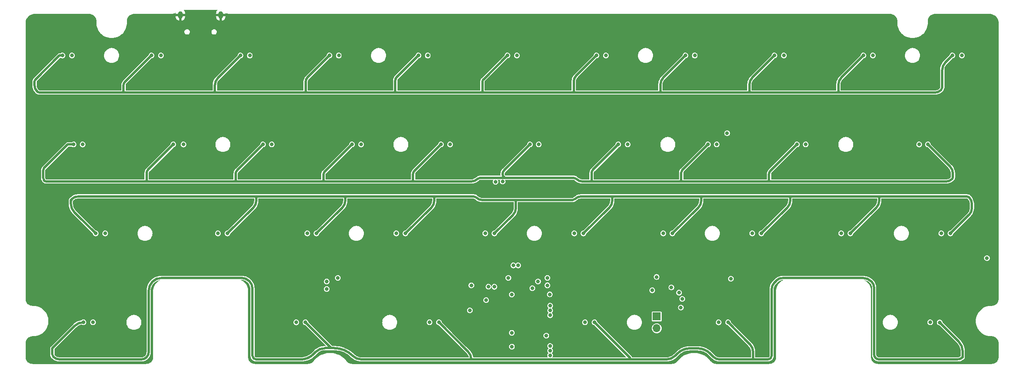
<source format=gbr>
%TF.GenerationSoftware,KiCad,Pcbnew,(7.0.0)*%
%TF.CreationDate,2023-09-28T15:09:11+02:00*%
%TF.ProjectId,travaulta WKL,74726176-6175-46c7-9461-20574b4c2e6b,rev?*%
%TF.SameCoordinates,Original*%
%TF.FileFunction,Copper,L2,Inr*%
%TF.FilePolarity,Positive*%
%FSLAX46Y46*%
G04 Gerber Fmt 4.6, Leading zero omitted, Abs format (unit mm)*
G04 Created by KiCad (PCBNEW (7.0.0)) date 2023-09-28 15:09:11*
%MOMM*%
%LPD*%
G01*
G04 APERTURE LIST*
%TA.AperFunction,ComponentPad*%
%ADD10R,1.700000X1.700000*%
%TD*%
%TA.AperFunction,ComponentPad*%
%ADD11O,1.700000X1.700000*%
%TD*%
%TA.AperFunction,ComponentPad*%
%ADD12O,1.000000X1.600000*%
%TD*%
%TA.AperFunction,ViaPad*%
%ADD13C,0.800000*%
%TD*%
%TA.AperFunction,Conductor*%
%ADD14C,0.500000*%
%TD*%
G04 APERTURE END LIST*
D10*
%TO.N,VBAT*%
%TO.C,SW38*%
X180181249Y-113024999D03*
D11*
%TO.N,BOOT0*%
X180181249Y-115564999D03*
%TD*%
D12*
%TO.N,GND*%
%TO.C,USB1*%
X78229999Y-48443749D03*
X86869999Y-48443749D03*
%TD*%
D13*
%TO.N,GND*%
X96681059Y-104725779D03*
X114300000Y-68278054D03*
X135638233Y-104424633D03*
X122292343Y-86296022D03*
X151003000Y-99314000D03*
X139250795Y-88412622D03*
X210525546Y-103806066D03*
X239712500Y-104775000D03*
X88940311Y-103911118D03*
X137318750Y-108743750D03*
X113506250Y-117475000D03*
X153834888Y-121069830D03*
X153987500Y-93059250D03*
X84617181Y-83073023D03*
X81280000Y-57277000D03*
X82550000Y-49999000D03*
X196359829Y-83116621D03*
X146685079Y-65962540D03*
X87249000Y-80010000D03*
X117475000Y-68262500D03*
X94884744Y-114250729D03*
X94253743Y-105454033D03*
X175418750Y-111125000D03*
X47117000Y-76200000D03*
X215664745Y-101760584D03*
X218126996Y-103858044D03*
X244475000Y-104775000D03*
X232187509Y-86321867D03*
X186531250Y-104366597D03*
X202414130Y-107184636D03*
X103187500Y-83125992D03*
X139269702Y-83220487D03*
X119027099Y-64169317D03*
X51593750Y-107950000D03*
X77430000Y-51094000D03*
X158623000Y-82423000D03*
X234216716Y-86307268D03*
X178593750Y-104324688D03*
X175451935Y-104317849D03*
X84595481Y-88265158D03*
X84198075Y-57286253D03*
X107950000Y-68278054D03*
X137621572Y-104395436D03*
X182499000Y-80010000D03*
X117445381Y-65971118D03*
X113284000Y-114300000D03*
X94884744Y-109488229D03*
X232181682Y-85070595D03*
X101290238Y-102836574D03*
X156464799Y-64146969D03*
X144653000Y-76200000D03*
X233867827Y-64186346D03*
X120296642Y-83089298D03*
X158623000Y-84455000D03*
X88926415Y-65964205D03*
X177006250Y-108743750D03*
X142113000Y-110617000D03*
X213758720Y-65997413D03*
X194539821Y-104317849D03*
X113506250Y-111125000D03*
X154940000Y-86995000D03*
X123031250Y-104410035D03*
X175816362Y-65997905D03*
X196320496Y-85086672D03*
X114300000Y-107950000D03*
X101155500Y-83125992D03*
X228234475Y-102096352D03*
X173101000Y-95250000D03*
X208313856Y-103762270D03*
X141859000Y-80010000D03*
X150971210Y-89699174D03*
X121059099Y-64169317D03*
X152584000Y-112903000D03*
X82585181Y-83073023D03*
X144374097Y-116215501D03*
X158753070Y-104320989D03*
X137901311Y-64231533D03*
X63156734Y-86285172D03*
X47371000Y-50800000D03*
X156928922Y-103265359D03*
X82566274Y-88265158D03*
X121095883Y-65974574D03*
X208354018Y-101320296D03*
X192539949Y-102088341D03*
X148844000Y-86995079D03*
X101308819Y-104740377D03*
X234950000Y-61087000D03*
X60075298Y-64176230D03*
X215275605Y-85030152D03*
X160918079Y-102299291D03*
X177839421Y-64193631D03*
X139700000Y-57150000D03*
X206235802Y-103784623D03*
X153987500Y-100806250D03*
X99867728Y-65952852D03*
X88900000Y-68262500D03*
X248723591Y-102754966D03*
X138906250Y-108743750D03*
X215781779Y-64193139D03*
X183356250Y-120650000D03*
X217310639Y-86266825D03*
X65200540Y-88255984D03*
X190232918Y-104293450D03*
X120257309Y-85059349D03*
X153987500Y-102393750D03*
X158750000Y-57150000D03*
X99815881Y-64231533D03*
X111125000Y-65960003D03*
X82551675Y-86294346D03*
X142081250Y-106362500D03*
X142081250Y-107950000D03*
X246856250Y-107950000D03*
X232568750Y-102393750D03*
X232221015Y-83100544D03*
X101121994Y-86347315D03*
X156972000Y-86995000D03*
X197035308Y-64193631D03*
X217346938Y-83060101D03*
X120650000Y-107955425D03*
X54768750Y-101600000D03*
X98943844Y-107338930D03*
X215900000Y-57150000D03*
X127793750Y-107950000D03*
X197044249Y-65997905D03*
X141265403Y-86427211D03*
X153035000Y-86995000D03*
X146812000Y-86995000D03*
X106389136Y-104784173D03*
X114272348Y-65964205D03*
X196850000Y-57150000D03*
X239734595Y-102760391D03*
X106426000Y-76200000D03*
X98422526Y-65950379D03*
X70258761Y-108749174D03*
X123825000Y-65951243D03*
X227806250Y-120650000D03*
X153987500Y-91281250D03*
X143668750Y-104344178D03*
X159004000Y-110744000D03*
X156972000Y-84455000D03*
X157861000Y-85725000D03*
X122328642Y-83089298D03*
X78607665Y-65964205D03*
X144653000Y-72517000D03*
X125349000Y-80010000D03*
X146559275Y-69986416D03*
X234213682Y-85070595D03*
X233876768Y-65990620D03*
X120709967Y-104380837D03*
X106432932Y-107222141D03*
X179168520Y-86356192D03*
X177800000Y-53213000D03*
X82189797Y-64153271D03*
X251079000Y-50800000D03*
X85751415Y-65964205D03*
X127000000Y-68309162D03*
X179165486Y-85119519D03*
X114183211Y-104585218D03*
X226218750Y-101600000D03*
X217325238Y-88252236D03*
X92075000Y-68262500D03*
X122306942Y-88281433D03*
X173573173Y-104293450D03*
X223547995Y-101848176D03*
X134874000Y-95250000D03*
X248701496Y-104769575D03*
X227806250Y-114300000D03*
X183356250Y-110331250D03*
X120277735Y-88281433D03*
X230187500Y-102393750D03*
X123031250Y-117475000D03*
X92075000Y-65964205D03*
X51435000Y-95250000D03*
X96774000Y-95250000D03*
X251206000Y-63500000D03*
X140493750Y-104333809D03*
X215281432Y-86281424D03*
X80962500Y-60071000D03*
X231844768Y-65990620D03*
X198391829Y-83116621D03*
X98900048Y-104754976D03*
X227806250Y-107950000D03*
X91599229Y-101561070D03*
X217307605Y-85030152D03*
X244094000Y-69723000D03*
X158496799Y-64146969D03*
X171170882Y-120668224D03*
X82545848Y-85043074D03*
X70380974Y-114234306D03*
X184943750Y-117475000D03*
X130175000Y-68309162D03*
X160911418Y-104281020D03*
X164306250Y-104289692D03*
X98425000Y-68262500D03*
X95250000Y-68262500D03*
X103936569Y-104827969D03*
X49530000Y-69850000D03*
X60116776Y-66008155D03*
X132471848Y-104419208D03*
X220886133Y-103858044D03*
X148844000Y-82296000D03*
X101847881Y-64231533D03*
X63171333Y-88255984D03*
X87249000Y-72644000D03*
X70643750Y-91281250D03*
X127000000Y-65951243D03*
X234950000Y-104775000D03*
X210565708Y-101364092D03*
X75692000Y-48895000D03*
X120650000Y-117475000D03*
X143083129Y-86703106D03*
X177848362Y-65997905D03*
X200037961Y-104339926D03*
X179183119Y-88341603D03*
X133383834Y-65953835D03*
X139933311Y-64231533D03*
X83568550Y-101824404D03*
X120650000Y-111125000D03*
X179387500Y-119856250D03*
X215314938Y-83060101D03*
X198063398Y-104339926D03*
X150876000Y-84455000D03*
X84577848Y-85043074D03*
X126525678Y-120534355D03*
X65182907Y-85033900D03*
X111125000Y-68278054D03*
X96666461Y-107309733D03*
X198029931Y-107050767D03*
X85725000Y-68262500D03*
X175807421Y-64193631D03*
X123825000Y-68309162D03*
X136525000Y-68262500D03*
X192561494Y-104301005D03*
X227806250Y-104775000D03*
X203200000Y-114300000D03*
X175418750Y-107530039D03*
X246856250Y-119856250D03*
X246878345Y-102760391D03*
X95250000Y-65964205D03*
X125412500Y-107950000D03*
X103148167Y-85096043D03*
X150876000Y-87009677D03*
X71661345Y-103815799D03*
X182499000Y-72390000D03*
X86311676Y-103889220D03*
X109064523Y-103037765D03*
X141224000Y-82677000D03*
X237331250Y-104775000D03*
X200238764Y-107151169D03*
X120263136Y-86310621D03*
X246856250Y-104775000D03*
X226176141Y-103893658D03*
X139236196Y-86441810D03*
X202406250Y-103187500D03*
X232568750Y-104775000D03*
X101899728Y-65952852D03*
X152781000Y-84455000D03*
X133350000Y-68309162D03*
X73739399Y-103793446D03*
X161131250Y-107950000D03*
X101411009Y-107222141D03*
X123848305Y-120534355D03*
X177172819Y-83149468D03*
X119063883Y-65974574D03*
X175418750Y-117475000D03*
X232202108Y-88292679D03*
X198352496Y-85086672D03*
X141224000Y-88519000D03*
X81075201Y-103881038D03*
X215296031Y-88252236D03*
X234950000Y-102393750D03*
X234253015Y-83100544D03*
X120650000Y-114300000D03*
X115824000Y-99314000D03*
X242115845Y-102760391D03*
X160654407Y-87046427D03*
X203200000Y-110331250D03*
X65185941Y-86270573D03*
X137872571Y-65974082D03*
X179387500Y-118268750D03*
X144653079Y-65962540D03*
X141859000Y-72517000D03*
X177133486Y-85119519D03*
X156473740Y-65951243D03*
X130175000Y-104413054D03*
X160655000Y-84455000D03*
X68453000Y-76200000D03*
X201676000Y-76200000D03*
X252412500Y-57150000D03*
X154940000Y-84455000D03*
X146681488Y-64206158D03*
X192024000Y-91313000D03*
X170583240Y-107583554D03*
X138112500Y-120650000D03*
X231835827Y-64186346D03*
X120650000Y-53213000D03*
X77851000Y-95250000D03*
X157162500Y-89693750D03*
X224282000Y-80137000D03*
X70358000Y-105664000D03*
X170676988Y-104308377D03*
X115824000Y-91313000D03*
X146793645Y-104323439D03*
X94884744Y-120600729D03*
X177800000Y-120601289D03*
X147066000Y-107315000D03*
X244497095Y-102760391D03*
X70643750Y-99218750D03*
X70258761Y-120655424D03*
X120650000Y-60960000D03*
X198370129Y-88308756D03*
X121126329Y-68333618D03*
X123031250Y-107950000D03*
X153321343Y-104242074D03*
X91601684Y-103924834D03*
X242093750Y-104775000D03*
X195892007Y-102087464D03*
X158505740Y-65951243D03*
X125412500Y-104424633D03*
X130175000Y-65951243D03*
X213749779Y-64193139D03*
X183356250Y-118268750D03*
X69494010Y-103866335D03*
X144653000Y-67691000D03*
X229235000Y-95250000D03*
X141807427Y-69986416D03*
X196340922Y-88308756D03*
X122289309Y-85059349D03*
X148814813Y-120969428D03*
X65659000Y-76200000D03*
X147896567Y-109273002D03*
X62148776Y-66008155D03*
X101600000Y-57150000D03*
X153987500Y-99218750D03*
X78581250Y-68262500D03*
X95250000Y-103187500D03*
X103937454Y-102919300D03*
X63190240Y-83063849D03*
X119856250Y-109537500D03*
X103165800Y-88318127D03*
X204355226Y-105477810D03*
X144632258Y-70008314D03*
X243967000Y-85725000D03*
X139904571Y-65974082D03*
X158622407Y-87046427D03*
X154781250Y-103961226D03*
X89408000Y-48895000D03*
X224282000Y-72390000D03*
X93662500Y-101600000D03*
X125349000Y-72517000D03*
X75914406Y-102336472D03*
X139230369Y-85190538D03*
X83552539Y-103889220D03*
X160655000Y-82423000D03*
X195003308Y-64193631D03*
X184943750Y-114300000D03*
X157162500Y-99314000D03*
X179204819Y-83149468D03*
X177139313Y-86370791D03*
X75951089Y-103837242D03*
X101911437Y-68262500D03*
X175418750Y-120567822D03*
X192625972Y-107021113D03*
X215649658Y-103849862D03*
X104775000Y-65960003D03*
X163576000Y-76200000D03*
X195012249Y-65997905D03*
X153288724Y-110807639D03*
X111531688Y-103066962D03*
X71700833Y-102228857D03*
X144907000Y-86995000D03*
X158750000Y-107950000D03*
X198355530Y-86323345D03*
X81067320Y-101785474D03*
X106404619Y-102948497D03*
X144652281Y-64206158D03*
X144653000Y-82296000D03*
X144653000Y-80010000D03*
X251079000Y-95123000D03*
X148209000Y-101981000D03*
X107936174Y-65943466D03*
X65222240Y-83063849D03*
X98806000Y-50800000D03*
X211201000Y-95250000D03*
X146685000Y-72517000D03*
X230187500Y-104775000D03*
X173617597Y-107561243D03*
X84580882Y-86279747D03*
X167481250Y-104289692D03*
X62107298Y-64176230D03*
X78581250Y-63500000D03*
X146685000Y-80010000D03*
X196326323Y-86337944D03*
X250825000Y-87312500D03*
X120903194Y-120567822D03*
X190240765Y-102103407D03*
X101136593Y-88318127D03*
X103151201Y-86332716D03*
X127793750Y-104424633D03*
X213131398Y-103827964D03*
X161544000Y-85725000D03*
X63150907Y-85033900D03*
X203200000Y-120650000D03*
X141262369Y-85190538D03*
X141287500Y-120650000D03*
X101116167Y-85096043D03*
X153987500Y-89503250D03*
X84137500Y-68262500D03*
X206275964Y-101342649D03*
X177153912Y-88341603D03*
X189706250Y-107950000D03*
X87312500Y-63500000D03*
X213591743Y-101731387D03*
X104775000Y-68278054D03*
X118067619Y-104395436D03*
X223514768Y-103879942D03*
X150550100Y-110815963D03*
X78556941Y-103859140D03*
X237353345Y-102760391D03*
X136558834Y-65953835D03*
X148844000Y-84455000D03*
X227965000Y-76200000D03*
X183356250Y-104370593D03*
X158632093Y-88982166D03*
X73764104Y-102267787D03*
X246062500Y-76200000D03*
X146685000Y-67691000D03*
X177800000Y-60960000D03*
X215790720Y-65997413D03*
X139953601Y-68350091D03*
X153346000Y-115062000D03*
X87653038Y-51101306D03*
X84074000Y-69850000D03*
X151425252Y-121036363D03*
X184943750Y-106362500D03*
X150425000Y-115062000D03*
%TO.N,APLEX_OUT_PIN_0*%
X156787000Y-106362500D03*
X156787000Y-104775000D03*
X148431250Y-104775000D03*
X140493750Y-106362500D03*
X140168917Y-111725196D03*
X184943750Y-107950000D03*
%TO.N,ROW0*%
X243459000Y-57150000D03*
X110109000Y-57150000D03*
X186309000Y-57150000D03*
X148209000Y-57150000D03*
X167259000Y-57150000D03*
X224409000Y-57150000D03*
X129159000Y-57150000D03*
X72009000Y-57150000D03*
X52959000Y-57150000D03*
X91059000Y-57150000D03*
X145671499Y-84193250D03*
X149495497Y-102108000D03*
X205359000Y-57150000D03*
%TO.N,ROW1*%
X55372000Y-76200000D03*
X191135000Y-76200000D03*
X133985000Y-76200000D03*
X76708000Y-76200000D03*
X153035000Y-76200000D03*
X210185000Y-76200000D03*
X171958000Y-76200000D03*
X114935000Y-76200000D03*
X150495000Y-102108000D03*
X238252000Y-76200000D03*
X147189791Y-84150476D03*
X95885000Y-76200000D03*
%TO.N,VBAT*%
X149155000Y-108331000D03*
X180168284Y-104576503D03*
X149158000Y-116524000D03*
X153545858Y-106982709D03*
X156556000Y-117129000D03*
X149189578Y-119489093D03*
X157291782Y-108302925D03*
X111918750Y-104775000D03*
X154781250Y-105533209D03*
%TO.N,COL0*%
X59531250Y-114300000D03*
X62103000Y-95250000D03*
X54991000Y-57150000D03*
X57277000Y-76200000D03*
%TO.N,COL1*%
X74041000Y-57150000D03*
X109537500Y-107156250D03*
X109537500Y-105568750D03*
X86233000Y-95250000D03*
X78867000Y-76200000D03*
%TO.N,COL2*%
X103005828Y-114300000D03*
X93075000Y-57150000D03*
X105362500Y-95250000D03*
X97790000Y-76200000D03*
%TO.N,COL3*%
X124412500Y-95250000D03*
X116887500Y-76200000D03*
X131555000Y-114300000D03*
X112125000Y-57150000D03*
%TO.N,COL4*%
X143462500Y-95250000D03*
X135937500Y-76200000D03*
X131175000Y-57150000D03*
%TO.N,COL5*%
X150241000Y-57150000D03*
X162512500Y-95250000D03*
X164846000Y-114300000D03*
X154940000Y-76200000D03*
%TO.N,COL6*%
X169291000Y-57150000D03*
X173990000Y-76200000D03*
X181562500Y-95250000D03*
X183324719Y-106823574D03*
X179237160Y-107440416D03*
%TO.N,COL7*%
X188325000Y-57150000D03*
X195262500Y-73818750D03*
X200612500Y-95250000D03*
X193421000Y-114300000D03*
X193040000Y-76200000D03*
%TO.N,COL8*%
X207391000Y-57150000D03*
X196056250Y-104952200D03*
X219662500Y-95250000D03*
X185352690Y-111125000D03*
X212090000Y-76200000D03*
%TO.N,COL9*%
X241095000Y-95250000D03*
X226441000Y-57150000D03*
X236347000Y-76200000D03*
X238714369Y-114292898D03*
%TO.N,ROW2*%
X164512500Y-95250000D03*
X221662500Y-95250000D03*
X126412500Y-95250000D03*
X243078000Y-95250000D03*
X202612500Y-95250000D03*
X107362500Y-95250000D03*
X145462500Y-95250000D03*
X60071000Y-95250000D03*
X88312500Y-95250000D03*
X183562500Y-95250000D03*
%TO.N,ROW3*%
X144157368Y-106657415D03*
X143668750Y-109537500D03*
X195453000Y-114300000D03*
X105004216Y-114293511D03*
X166878000Y-114300000D03*
X133555000Y-114300000D03*
X240745252Y-114314598D03*
X57470051Y-114280535D03*
%TO.N,AMUX_SEL_2*%
X157348680Y-121365408D03*
X157353000Y-110744000D03*
%TO.N,AMUX_SEL_1*%
X157357299Y-111755701D03*
X157364941Y-120356364D03*
%TO.N,AMUX_SEL_0*%
X157353500Y-119342500D03*
X157353000Y-112776000D03*
%TO.N,APLEX_EN_PIN_1*%
X185642929Y-109271580D03*
X145415000Y-106680000D03*
%TO.N,COL10*%
X245491000Y-57150000D03*
X250878697Y-100530160D03*
%TD*%
D14*
%TO.N,ROW0*%
X105029000Y-65016873D02*
X105029000Y-62836167D01*
X200025000Y-65087500D02*
X200025000Y-63449377D01*
X219075000Y-65087500D02*
X200025000Y-65087500D01*
X85725000Y-65087500D02*
X85613875Y-64976375D01*
X48158100Y-65087500D02*
X66078529Y-65087500D01*
X47147154Y-62326845D02*
X52324000Y-57150000D01*
X200025000Y-65087500D02*
X180975000Y-65087500D01*
X219075000Y-65087500D02*
X239712500Y-65087500D01*
X86253718Y-61955282D02*
X91059000Y-57150000D01*
X142875000Y-65087500D02*
X124204966Y-65087500D01*
X241300000Y-63964968D02*
X241300000Y-60274377D01*
X219075000Y-65087500D02*
X219075000Y-63449377D01*
X143032154Y-62326845D02*
X148209000Y-57150000D01*
X124204966Y-65087500D02*
X124206000Y-65086466D01*
X52324000Y-57150000D02*
X52959000Y-57150000D01*
X124206000Y-65086466D02*
X124206000Y-62529562D01*
X162949365Y-61459636D02*
X163401375Y-61007625D01*
X66040000Y-65048971D02*
X66078529Y-65087500D01*
X180975000Y-65087500D02*
X180975000Y-63449377D01*
X66040000Y-63500000D02*
X66040000Y-65048971D01*
X181657625Y-61801375D02*
X186309000Y-57150000D01*
X162433000Y-62706250D02*
X162433000Y-65027535D01*
X46990000Y-63500000D02*
X46990000Y-62706250D01*
X66309408Y-62849593D02*
X72009000Y-57150000D01*
X124204966Y-65087500D02*
X105099627Y-65087500D01*
X85613875Y-64976375D02*
X85613875Y-63500000D01*
X241982625Y-58626375D02*
X243459000Y-57150000D01*
X200707625Y-61801375D02*
X205359000Y-57150000D01*
X142875000Y-62706250D02*
X142875000Y-65087500D01*
X167259000Y-57150000D02*
X163401375Y-61007625D01*
X105457625Y-61801375D02*
X110109000Y-57150000D01*
X66078529Y-65087500D02*
X85725000Y-65087500D01*
X162373035Y-65087500D02*
X142875000Y-65087500D01*
X105099627Y-65087500D02*
X105029000Y-65016873D01*
X162433000Y-65027535D02*
X162373035Y-65087500D01*
X219757625Y-61801375D02*
X224409000Y-57150000D01*
X105099627Y-65087500D02*
X85725000Y-65087500D01*
X180975000Y-65087500D02*
X162373035Y-65087500D01*
X124507625Y-61801375D02*
X129159000Y-57150000D01*
X47147171Y-62326862D02*
G75*
G03*
X46990000Y-62706250I379429J-379438D01*
G01*
X241982642Y-58626392D02*
G75*
G03*
X241300000Y-60274377I1647958J-1648008D01*
G01*
X181657642Y-61801392D02*
G75*
G03*
X180975000Y-63449377I1647958J-1648008D01*
G01*
X162949335Y-61459606D02*
G75*
G03*
X162433000Y-62706250I1246665J-1246594D01*
G01*
X66309411Y-62849596D02*
G75*
G03*
X66040000Y-63500000I650389J-650404D01*
G01*
X239712500Y-65087494D02*
G75*
G03*
X241067515Y-64526233I0J1916294D01*
G01*
X200707642Y-61801392D02*
G75*
G03*
X200025000Y-63449377I1647958J-1648008D01*
G01*
X47541837Y-64832224D02*
G75*
G03*
X48158100Y-65087500I616263J616224D01*
G01*
X143032171Y-62326862D02*
G75*
G03*
X142875000Y-62706250I379429J-379438D01*
G01*
X46990012Y-63500000D02*
G75*
G03*
X47541829Y-64832232I1884088J0D01*
G01*
X105457645Y-61801395D02*
G75*
G03*
X105029000Y-62836167I1034755J-1034805D01*
G01*
X86253726Y-61955290D02*
G75*
G03*
X85613875Y-63500000I1544674J-1544710D01*
G01*
X219757642Y-61801392D02*
G75*
G03*
X219075000Y-63449377I1647958J-1648008D01*
G01*
X124507646Y-61801396D02*
G75*
G03*
X124206000Y-62529562I728154J-728204D01*
G01*
X241067542Y-64526260D02*
G75*
G03*
X241300000Y-63964968I-561342J561260D01*
G01*
%TO.N,ROW1*%
X49212500Y-84020665D02*
X49040744Y-83848909D01*
X204311566Y-84137500D02*
X242093750Y-84137500D01*
X142375354Y-83343750D02*
X147637500Y-83343750D01*
X242951000Y-80899000D02*
X238252000Y-76200000D01*
X90138914Y-84137500D02*
X90043000Y-84041586D01*
X166299158Y-84137500D02*
X166243000Y-84081342D01*
X71065829Y-84137500D02*
X90138914Y-84137500D01*
X90043000Y-84041586D02*
X90043000Y-82550000D01*
X128016000Y-84126173D02*
X128027327Y-84137500D01*
X147637500Y-83343750D02*
X162424645Y-83343750D01*
X128016000Y-82550000D02*
X128016000Y-84126173D01*
X70993000Y-84064671D02*
X70993000Y-82341562D01*
X71294625Y-81613375D02*
X76708000Y-76200000D01*
X166299158Y-84137500D02*
X185453222Y-84137500D01*
X243586000Y-83244922D02*
X243586000Y-82432025D01*
X109018605Y-82116395D02*
X114935000Y-76200000D01*
X204485408Y-81899593D02*
X210185000Y-76200000D01*
X109022879Y-84137500D02*
X128027327Y-84137500D01*
X90402210Y-81682790D02*
X95885000Y-76200000D01*
X54102000Y-76200000D02*
X55372000Y-76200000D01*
X128285408Y-81899593D02*
X133985000Y-76200000D01*
X109022879Y-84137500D02*
X108839000Y-83953621D01*
X164340927Y-84137500D02*
X166299158Y-84137500D01*
X204216000Y-84041934D02*
X204311566Y-84137500D01*
X185658125Y-81676875D02*
X191135000Y-76200000D01*
X49033556Y-81268444D02*
X54102000Y-76200000D01*
X166544625Y-81613375D02*
X171958000Y-76200000D01*
X185453222Y-84137500D02*
X204311566Y-84137500D01*
X185420000Y-84104278D02*
X185420000Y-82251759D01*
X204216000Y-82550000D02*
X204216000Y-84041934D01*
X166243000Y-84081342D02*
X166243000Y-82341562D01*
X108839000Y-83953621D02*
X108839000Y-82550000D01*
X185453222Y-84137500D02*
X185420000Y-84104278D01*
X71065829Y-84137500D02*
X70993000Y-84064671D01*
X48831500Y-83343750D02*
X48831500Y-81756250D01*
X147552210Y-81682790D02*
X153035000Y-76200000D01*
X71065829Y-84137500D02*
X49494564Y-84137500D01*
X147637500Y-83343750D02*
X147439958Y-83146208D01*
X90138914Y-84137500D02*
X109022879Y-84137500D01*
X128027327Y-84137500D02*
X140459073Y-84137500D01*
X162926695Y-83551733D02*
G75*
G03*
X162424645Y-83343750I-502095J-502067D01*
G01*
X204485411Y-81899596D02*
G75*
G03*
X204216000Y-82550000I650389J-650404D01*
G01*
X242093750Y-84137459D02*
G75*
G03*
X243448766Y-83576234I50J1916259D01*
G01*
X142375354Y-83343724D02*
G75*
G03*
X141873287Y-83551713I46J-710076D01*
G01*
X243585989Y-82432025D02*
G75*
G03*
X242951000Y-80899000I-2167989J25D01*
G01*
X71294646Y-81613396D02*
G75*
G03*
X70993000Y-82341562I728154J-728204D01*
G01*
X243448746Y-83576214D02*
G75*
G03*
X243586000Y-83244922I-331246J331314D01*
G01*
X162926700Y-83551728D02*
G75*
G03*
X164340927Y-84137500I1414200J1414228D01*
G01*
X49212518Y-84020647D02*
G75*
G03*
X49494564Y-84137500I282082J282047D01*
G01*
X90402214Y-81682794D02*
G75*
G03*
X90043000Y-82550000I867186J-867206D01*
G01*
X147552214Y-81682794D02*
G75*
G03*
X147193000Y-82550000I867186J-867206D01*
G01*
X147193011Y-82550000D02*
G75*
G03*
X147439958Y-83146208I843189J0D01*
G01*
X109018607Y-82116397D02*
G75*
G03*
X108839000Y-82550000I433593J-433603D01*
G01*
X49033573Y-81268461D02*
G75*
G03*
X48831500Y-81756250I487827J-487839D01*
G01*
X166544646Y-81613396D02*
G75*
G03*
X166243000Y-82341562I728154J-728204D01*
G01*
X140459073Y-84137480D02*
G75*
G03*
X141873286Y-83551712I27J1999980D01*
G01*
X185658147Y-81676897D02*
G75*
G03*
X185420000Y-82251759I574853J-574903D01*
G01*
X48831535Y-83343750D02*
G75*
G03*
X49040744Y-83848909I714365J-50D01*
G01*
X128285411Y-81899596D02*
G75*
G03*
X128016000Y-82550000I650389J-650404D01*
G01*
%TO.N,ROW2*%
X54768750Y-88325573D02*
X54768750Y-88106250D01*
X60071000Y-95250000D02*
X56229250Y-91408250D01*
X221662500Y-95250000D02*
X227220464Y-89692036D01*
X150018750Y-89865323D02*
X150018750Y-88106250D01*
X227806250Y-87312500D02*
X246562145Y-87312500D01*
X88312500Y-95250000D02*
X93870464Y-89692036D01*
X247064213Y-91263787D02*
X243078000Y-95250000D01*
X126412500Y-95250000D02*
X131970464Y-89692036D01*
X164063223Y-87312500D02*
X170656250Y-87312500D01*
X113506250Y-87312500D02*
X132556250Y-87312500D01*
X150018750Y-88106250D02*
X142875000Y-88106250D01*
X107362500Y-95250000D02*
X112920464Y-89692036D01*
X247650000Y-88934676D02*
X247650000Y-89728427D01*
X56390927Y-87312500D02*
X94456250Y-87312500D01*
X183562500Y-95250000D02*
X189120464Y-89692036D01*
X227806250Y-88277823D02*
X227806250Y-87312500D01*
X202612500Y-95250000D02*
X208170464Y-89692036D01*
X170656250Y-88277823D02*
X170656250Y-87312500D01*
X113506250Y-88277823D02*
X113506250Y-87312500D01*
X54768750Y-88900000D02*
X54768750Y-88400355D01*
X208756250Y-88277823D02*
X208756250Y-87312500D01*
X170656250Y-87312500D02*
X189706250Y-87312500D01*
X140958718Y-87312500D02*
X132556250Y-87312500D01*
X94456250Y-88277823D02*
X94456250Y-87312500D01*
X132556250Y-88277823D02*
X132556250Y-87312500D01*
X189706250Y-88277823D02*
X189706250Y-87312500D01*
X94456250Y-87312500D02*
X113506250Y-87312500D01*
X145462500Y-95250000D02*
X149432964Y-91279536D01*
X56229250Y-91408250D02*
X55509622Y-90688622D01*
X189706250Y-87312500D02*
X208756250Y-87312500D01*
X247650000Y-89728427D02*
X247650000Y-89849573D01*
X54768750Y-88106250D02*
X54976714Y-87898286D01*
X164512500Y-95250000D02*
X170070464Y-89692036D01*
X150018750Y-88106250D02*
X162146942Y-88106250D01*
X208756250Y-87312500D02*
X227806250Y-87312500D01*
X247650016Y-88934676D02*
G75*
G03*
X247064214Y-87520464I-2000016J-24D01*
G01*
X208170442Y-89692014D02*
G75*
G03*
X208756250Y-88277823I-1414142J1414214D01*
G01*
X54976733Y-87898305D02*
G75*
G03*
X54768750Y-88400355I502067J-502095D01*
G01*
X247064227Y-91263801D02*
G75*
G03*
X247650000Y-89849573I-1414227J1414201D01*
G01*
X164063223Y-87312510D02*
G75*
G03*
X162685975Y-87882975I-23J-1947690D01*
G01*
X247064185Y-87520493D02*
G75*
G03*
X246562145Y-87312500I-502085J-502007D01*
G01*
X162146942Y-88106267D02*
G75*
G03*
X162685975Y-87882975I-42J762367D01*
G01*
X93870442Y-89692014D02*
G75*
G03*
X94456250Y-88277823I-1414142J1414214D01*
G01*
X131970442Y-89692014D02*
G75*
G03*
X132556250Y-88277823I-1414142J1414214D01*
G01*
X54768738Y-88900000D02*
G75*
G03*
X55509622Y-90688622I2529462J0D01*
G01*
X141519991Y-87544977D02*
G75*
G03*
X142875000Y-88106250I1355009J1354977D01*
G01*
X227220442Y-89692014D02*
G75*
G03*
X227806250Y-88277823I-1414142J1414214D01*
G01*
X189120442Y-89692014D02*
G75*
G03*
X189706250Y-88277823I-1414142J1414214D01*
G01*
X170070442Y-89692014D02*
G75*
G03*
X170656250Y-88277823I-1414142J1414214D01*
G01*
X112920442Y-89692014D02*
G75*
G03*
X113506250Y-88277823I-1414142J1414214D01*
G01*
X149432942Y-91279514D02*
G75*
G03*
X150018750Y-89865323I-1414142J1414214D01*
G01*
X141519985Y-87544983D02*
G75*
G03*
X140958718Y-87312500I-561285J-561317D01*
G01*
X56390927Y-87312520D02*
G75*
G03*
X54976715Y-87898287I-27J-1999980D01*
G01*
%TO.N,ROW3*%
X140493750Y-122237500D02*
X117010032Y-122237500D01*
X71437500Y-120650000D02*
X71437500Y-107519198D01*
X111124957Y-119808508D02*
X109187791Y-119808508D01*
X111145884Y-119808490D02*
X111125000Y-119808490D01*
X110113738Y-119753750D02*
X110433750Y-119753750D01*
X133555000Y-114300000D02*
X139787527Y-120532527D01*
X93662500Y-107112363D02*
X93662500Y-121443750D01*
X52387500Y-122237500D02*
X69850043Y-122237500D01*
X94456250Y-122237500D02*
X99218750Y-122237500D01*
X193675000Y-122237500D02*
X200818750Y-122237500D01*
X166878000Y-114300000D02*
X174490296Y-121912296D01*
X191622532Y-120978782D02*
X192319984Y-121676234D01*
X195453000Y-114300000D02*
X200152000Y-118999000D01*
X184150000Y-121443750D02*
X184614968Y-120978782D01*
X99218750Y-122237500D02*
X103981250Y-122237500D01*
X55601902Y-115054347D02*
X50800000Y-119856250D01*
X245694488Y-120555291D02*
X245694488Y-121751663D01*
X107156250Y-120650000D02*
X106691282Y-121114968D01*
X104980000Y-114300000D02*
X104997727Y-114300000D01*
X204787500Y-107190927D02*
X204787500Y-121443750D01*
X240745252Y-114314598D02*
X244781290Y-118350637D01*
X226716878Y-121137872D02*
X226716878Y-106839635D01*
X140493750Y-122237500D02*
X174625000Y-122237500D01*
X224234171Y-104775000D02*
X207168750Y-104775000D01*
X187325000Y-119856250D02*
X188912500Y-119856250D01*
X104997727Y-114300000D02*
X105004216Y-114293511D01*
X88106250Y-104775000D02*
X91325137Y-104775000D01*
X103981250Y-122237500D02*
X104117436Y-122237500D01*
X74181698Y-104775000D02*
X88106250Y-104775000D01*
X50800000Y-119856250D02*
X50800000Y-121114968D01*
X203993750Y-122237500D02*
X200818750Y-122237500D01*
X88106250Y-104775000D02*
X89033161Y-104775000D01*
X244521574Y-122237500D02*
X227816506Y-122237500D01*
X97166282Y-122237500D02*
X99218750Y-122237500D01*
X200818750Y-120608676D02*
X200818750Y-122237500D01*
X174625000Y-122237500D02*
X182233680Y-122237500D01*
X205813734Y-105336266D02*
X205373286Y-105776714D01*
X104980000Y-114300000D02*
X110433750Y-119753750D01*
X115093741Y-121443759D02*
G75*
G03*
X117010032Y-122237500I1916259J1916259D01*
G01*
X51032480Y-121676238D02*
G75*
G03*
X52387500Y-122237500I1355020J1355038D01*
G01*
X69850043Y-122237543D02*
G75*
G03*
X71437543Y-120650000I-43J1587543D01*
G01*
X57470051Y-114280572D02*
G75*
G03*
X55601902Y-115054347I-51J-2641928D01*
G01*
X226716900Y-121137872D02*
G75*
G03*
X227816506Y-122237500I1099600J-28D01*
G01*
X103981250Y-122237524D02*
G75*
G03*
X106691281Y-121114967I-50J3832624D01*
G01*
X187325000Y-119856246D02*
G75*
G03*
X184614968Y-120978782I0J-3832554D01*
G01*
X226198755Y-105588745D02*
G75*
G03*
X224234171Y-104775000I-1964555J-1964555D01*
G01*
X140493734Y-122237500D02*
G75*
G03*
X139787527Y-120532527I-2411234J0D01*
G01*
X72241258Y-105578758D02*
G75*
G03*
X71437500Y-107519198I1940442J-1940442D01*
G01*
X50800008Y-121114968D02*
G75*
G03*
X51032484Y-121676234I793692J-32D01*
G01*
X245694483Y-120555291D02*
G75*
G03*
X244781290Y-118350637I-3117883J-9D01*
G01*
X203993750Y-122237500D02*
G75*
G03*
X204787500Y-121443750I-50J793800D01*
G01*
X182233680Y-122237495D02*
G75*
G03*
X184149962Y-121443750I20J2709995D01*
G01*
X200818759Y-120608676D02*
G75*
G03*
X200152000Y-118999000I-2276459J-24D01*
G01*
X226716863Y-106839635D02*
G75*
G03*
X226198746Y-105588754I-1768963J35D01*
G01*
X192319980Y-121676238D02*
G75*
G03*
X193675000Y-122237500I1355020J1355038D01*
G01*
X74181698Y-104775000D02*
G75*
G03*
X72241258Y-105578758I2J-2744200D01*
G01*
X244521574Y-122237496D02*
G75*
G03*
X245694488Y-121751663I26J1658696D01*
G01*
X191622529Y-120978785D02*
G75*
G03*
X188912500Y-119856250I-2710029J-2710015D01*
G01*
X93662515Y-107112363D02*
G75*
G03*
X92977902Y-105459598I-2337415J-37D01*
G01*
X109187791Y-119808490D02*
G75*
G03*
X107156250Y-120650000I9J-2873010D01*
G01*
X115093755Y-121443745D02*
G75*
G03*
X111145884Y-119808490I-3947855J-3947855D01*
G01*
X174625002Y-122237500D02*
G75*
G03*
X174490296Y-121912296I-459902J0D01*
G01*
X93662500Y-121443750D02*
G75*
G03*
X94456250Y-122237500I793800J50D01*
G01*
X207168750Y-104775041D02*
G75*
G03*
X205813734Y-105336266I-50J-1916259D01*
G01*
X111124967Y-119808484D02*
G75*
G03*
X111125000Y-119808490I33J84D01*
G01*
X92977891Y-105459609D02*
G75*
G03*
X91325137Y-104775000I-1652791J-1652791D01*
G01*
X205373272Y-105776700D02*
G75*
G03*
X204787500Y-107190927I1414228J-1414200D01*
G01*
%TD*%
%TA.AperFunction,Conductor*%
%TO.N,GND*%
G36*
X86154969Y-47407397D02*
G01*
X86159248Y-47413022D01*
X86159508Y-47420085D01*
X86155653Y-47426008D01*
X86154232Y-47427173D01*
X86153421Y-47427984D01*
X86028191Y-47580577D01*
X86027550Y-47581537D01*
X85934498Y-47755625D01*
X85934055Y-47756695D01*
X85876753Y-47945591D01*
X85876528Y-47946721D01*
X85862027Y-48093952D01*
X85862000Y-48094516D01*
X85862000Y-48187423D01*
X85862681Y-48189068D01*
X85864327Y-48189750D01*
X87875673Y-48189750D01*
X87877318Y-48189068D01*
X87878000Y-48187423D01*
X87878000Y-48094516D01*
X87877972Y-48093952D01*
X87871336Y-48026583D01*
X87873359Y-48018779D01*
X87879949Y-48014135D01*
X87887975Y-48014856D01*
X88080753Y-48105946D01*
X88289738Y-48177777D01*
X88505363Y-48226155D01*
X88725003Y-48250493D01*
X88835396Y-48250499D01*
X88835397Y-48250500D01*
X88835496Y-48250500D01*
X230199500Y-48250500D01*
X230199585Y-48250500D01*
X230200419Y-48250530D01*
X230269725Y-48255486D01*
X230420046Y-48267317D01*
X230421595Y-48267545D01*
X230519707Y-48288888D01*
X230519830Y-48288916D01*
X230639209Y-48317577D01*
X230640535Y-48317982D01*
X230739585Y-48354926D01*
X230739908Y-48355053D01*
X230848356Y-48399974D01*
X230849462Y-48400503D01*
X230944035Y-48452143D01*
X230944523Y-48452426D01*
X231042891Y-48512706D01*
X231043767Y-48513300D01*
X231130728Y-48578399D01*
X231131296Y-48578853D01*
X231218444Y-48653284D01*
X231219118Y-48653908D01*
X231296090Y-48730880D01*
X231296714Y-48731554D01*
X231371138Y-48818693D01*
X231371606Y-48819279D01*
X231399476Y-48856509D01*
X231436690Y-48906220D01*
X231437300Y-48907119D01*
X231497567Y-49005466D01*
X231497860Y-49005972D01*
X231549490Y-49100525D01*
X231550030Y-49101655D01*
X231594932Y-49210059D01*
X231595085Y-49210447D01*
X231632011Y-49309448D01*
X231632426Y-49310806D01*
X231661066Y-49430101D01*
X231661122Y-49430345D01*
X231682451Y-49528393D01*
X231682682Y-49529962D01*
X231694517Y-49680331D01*
X231694523Y-49680414D01*
X231699470Y-49749581D01*
X231699500Y-49750415D01*
X231699500Y-49750500D01*
X231699500Y-50149500D01*
X231699500Y-50150000D01*
X231699500Y-50326237D01*
X231699534Y-50326553D01*
X231699535Y-50326564D01*
X231737573Y-50676316D01*
X231737609Y-50676645D01*
X231813381Y-51020878D01*
X231813478Y-51021166D01*
X231813480Y-51021173D01*
X231925826Y-51354607D01*
X231925831Y-51354621D01*
X231925926Y-51354901D01*
X231926055Y-51355181D01*
X231926056Y-51355182D01*
X232073795Y-51674516D01*
X232073799Y-51674523D01*
X232073926Y-51674798D01*
X232074084Y-51675061D01*
X232074088Y-51675068D01*
X232235179Y-51942802D01*
X232255646Y-51976818D01*
X232255832Y-51977063D01*
X232255835Y-51977067D01*
X232468761Y-52257167D01*
X232468767Y-52257174D01*
X232468954Y-52257420D01*
X232711350Y-52513314D01*
X232979992Y-52741501D01*
X233271731Y-52939305D01*
X233583146Y-53104407D01*
X233910586Y-53234871D01*
X234250212Y-53329168D01*
X234598043Y-53386191D01*
X234950000Y-53405274D01*
X235301957Y-53386191D01*
X235649788Y-53329168D01*
X235989414Y-53234871D01*
X236316854Y-53104407D01*
X236628269Y-52939305D01*
X236920008Y-52741501D01*
X237188650Y-52513314D01*
X237431046Y-52257420D01*
X237644354Y-51976818D01*
X237826074Y-51674798D01*
X237974074Y-51354901D01*
X238086619Y-51020878D01*
X238162391Y-50676645D01*
X238200500Y-50326237D01*
X238200500Y-50150000D01*
X238200500Y-50149500D01*
X238200500Y-49750415D01*
X238200530Y-49749580D01*
X238205486Y-49680278D01*
X238217317Y-49529949D01*
X238217544Y-49528408D01*
X238238877Y-49430345D01*
X238238933Y-49430101D01*
X238267579Y-49310781D01*
X238267978Y-49309474D01*
X238304941Y-49210374D01*
X238305037Y-49210131D01*
X238349980Y-49101628D01*
X238350495Y-49100551D01*
X238402163Y-49005927D01*
X238402405Y-49005510D01*
X238462718Y-48907088D01*
X238463285Y-48906252D01*
X238528424Y-48819238D01*
X238528828Y-48818732D01*
X238603307Y-48731528D01*
X238603882Y-48730907D01*
X238680907Y-48653882D01*
X238681528Y-48653307D01*
X238768732Y-48578828D01*
X238769238Y-48578424D01*
X238856252Y-48513285D01*
X238857088Y-48512718D01*
X238955510Y-48452405D01*
X238955927Y-48452163D01*
X239050551Y-48400495D01*
X239051628Y-48399980D01*
X239160131Y-48355037D01*
X239160374Y-48354941D01*
X239259474Y-48317978D01*
X239260781Y-48317579D01*
X239380212Y-48288906D01*
X239380237Y-48288900D01*
X239478408Y-48267544D01*
X239479949Y-48267317D01*
X239630193Y-48255492D01*
X239699580Y-48250530D01*
X239700415Y-48250500D01*
X239700500Y-48250500D01*
X251474500Y-48250500D01*
X251474616Y-48250500D01*
X251475381Y-48250525D01*
X251476745Y-48250614D01*
X251558772Y-48255990D01*
X251729941Y-48268233D01*
X251731340Y-48268421D01*
X251846331Y-48291295D01*
X251984381Y-48321326D01*
X251985610Y-48321667D01*
X252102157Y-48361230D01*
X252102369Y-48361306D01*
X252229159Y-48408596D01*
X252230235Y-48409060D01*
X252317587Y-48452138D01*
X252342622Y-48464484D01*
X252343054Y-48464708D01*
X252459780Y-48528445D01*
X252460643Y-48528968D01*
X252516666Y-48566401D01*
X252565735Y-48599188D01*
X252566247Y-48599550D01*
X252671907Y-48678647D01*
X252672609Y-48679216D01*
X252767961Y-48762837D01*
X252768520Y-48763361D01*
X252861637Y-48856478D01*
X252862161Y-48857037D01*
X252945782Y-48952389D01*
X252946351Y-48953091D01*
X253025448Y-49058751D01*
X253025810Y-49059263D01*
X253096021Y-49164340D01*
X253096562Y-49165233D01*
X253160290Y-49281944D01*
X253160514Y-49282376D01*
X253215935Y-49394758D01*
X253216404Y-49395844D01*
X253263671Y-49522570D01*
X253263788Y-49522898D01*
X253303324Y-49639366D01*
X253303678Y-49640640D01*
X253333690Y-49778605D01*
X253333732Y-49778809D01*
X253356573Y-49893635D01*
X253356768Y-49895083D01*
X253369019Y-50066375D01*
X253374011Y-50142548D01*
X253374475Y-50149619D01*
X253374500Y-50150384D01*
X253374500Y-109258584D01*
X253374470Y-109259419D01*
X253369523Y-109328585D01*
X253369517Y-109328668D01*
X253357682Y-109479036D01*
X253357451Y-109480605D01*
X253336125Y-109578640D01*
X253336069Y-109578884D01*
X253307426Y-109698192D01*
X253307011Y-109699550D01*
X253270085Y-109798551D01*
X253269932Y-109798939D01*
X253225030Y-109907343D01*
X253224490Y-109908473D01*
X253172860Y-110003026D01*
X253172567Y-110003532D01*
X253112300Y-110101879D01*
X253111690Y-110102778D01*
X253046607Y-110189718D01*
X253046138Y-110190305D01*
X252971714Y-110277444D01*
X252971090Y-110278118D01*
X252894118Y-110355090D01*
X252893444Y-110355714D01*
X252806305Y-110430138D01*
X252805718Y-110430607D01*
X252718778Y-110495690D01*
X252717879Y-110496300D01*
X252619532Y-110556567D01*
X252619026Y-110556860D01*
X252524473Y-110608490D01*
X252523343Y-110609030D01*
X252414939Y-110653932D01*
X252414551Y-110654085D01*
X252315550Y-110691011D01*
X252314192Y-110691426D01*
X252194884Y-110720069D01*
X252194640Y-110720125D01*
X252096605Y-110741451D01*
X252095036Y-110741682D01*
X251944676Y-110753516D01*
X251944593Y-110753522D01*
X251875419Y-110758470D01*
X251874584Y-110758500D01*
X251558464Y-110758500D01*
X251558445Y-110758500D01*
X251558139Y-110758501D01*
X251557823Y-110758535D01*
X251557811Y-110758536D01*
X251208061Y-110796577D01*
X251208055Y-110796577D01*
X251207733Y-110796613D01*
X251207414Y-110796683D01*
X251207409Y-110796684D01*
X250863838Y-110872312D01*
X250863502Y-110872386D01*
X250863218Y-110872481D01*
X250863206Y-110872485D01*
X250529775Y-110984833D01*
X250529759Y-110984839D01*
X250529481Y-110984933D01*
X250529206Y-110985060D01*
X250529199Y-110985063D01*
X250209868Y-111132803D01*
X250209853Y-111132810D01*
X250209587Y-111132934D01*
X250209330Y-111133088D01*
X250209316Y-111133096D01*
X249907839Y-111314491D01*
X249907831Y-111314495D01*
X249907569Y-111314654D01*
X249907331Y-111314834D01*
X249907319Y-111314843D01*
X249627222Y-111527770D01*
X249627206Y-111527783D01*
X249626970Y-111527963D01*
X249626745Y-111528175D01*
X249626738Y-111528182D01*
X249371309Y-111770138D01*
X249371297Y-111770149D01*
X249371077Y-111770359D01*
X249370877Y-111770594D01*
X249370867Y-111770605D01*
X249143103Y-112038752D01*
X249143097Y-112038759D01*
X249142893Y-112039000D01*
X249142722Y-112039251D01*
X249142713Y-112039264D01*
X248945268Y-112330475D01*
X248945257Y-112330491D01*
X248945091Y-112330738D01*
X248944945Y-112331012D01*
X248944941Y-112331020D01*
X248780138Y-112641871D01*
X248780131Y-112641885D01*
X248779990Y-112642152D01*
X248779877Y-112642433D01*
X248779873Y-112642444D01*
X248649647Y-112969290D01*
X248649641Y-112969305D01*
X248649528Y-112969591D01*
X248649444Y-112969890D01*
X248649442Y-112969899D01*
X248555315Y-113308915D01*
X248555312Y-113308924D01*
X248555232Y-113309216D01*
X248555182Y-113309518D01*
X248555181Y-113309525D01*
X248498257Y-113656742D01*
X248498255Y-113656754D01*
X248498208Y-113657045D01*
X248498191Y-113657343D01*
X248498191Y-113657351D01*
X248480186Y-113989443D01*
X248479126Y-114009000D01*
X248479143Y-114009314D01*
X248495694Y-114314598D01*
X248498208Y-114360955D01*
X248498256Y-114361247D01*
X248498257Y-114361257D01*
X248551667Y-114687041D01*
X248555232Y-114708784D01*
X248555313Y-114709078D01*
X248555315Y-114709084D01*
X248643981Y-115028431D01*
X248649528Y-115048409D01*
X248649644Y-115048700D01*
X248649647Y-115048709D01*
X248779873Y-115375555D01*
X248779990Y-115375848D01*
X248780134Y-115376121D01*
X248780138Y-115376128D01*
X248898335Y-115599071D01*
X248945091Y-115687262D01*
X248945263Y-115687515D01*
X248945268Y-115687524D01*
X249142713Y-115978735D01*
X249142893Y-115979000D01*
X249143103Y-115979247D01*
X249348061Y-116220545D01*
X249371077Y-116247641D01*
X249371306Y-116247858D01*
X249371309Y-116247861D01*
X249437925Y-116310963D01*
X249626970Y-116490037D01*
X249627217Y-116490224D01*
X249627222Y-116490229D01*
X249771794Y-116600131D01*
X249907569Y-116703346D01*
X250209587Y-116885066D01*
X250529481Y-117033067D01*
X250863502Y-117145614D01*
X251207733Y-117221387D01*
X251558139Y-117259499D01*
X251734274Y-117259499D01*
X251734275Y-117259499D01*
X251734276Y-117259500D01*
X251734375Y-117259500D01*
X251874500Y-117259500D01*
X251874585Y-117259500D01*
X251875419Y-117259530D01*
X251944725Y-117264486D01*
X252095046Y-117276317D01*
X252096595Y-117276545D01*
X252194707Y-117297888D01*
X252194830Y-117297916D01*
X252314209Y-117326577D01*
X252315535Y-117326982D01*
X252414585Y-117363926D01*
X252414908Y-117364053D01*
X252523356Y-117408974D01*
X252524462Y-117409503D01*
X252619035Y-117461143D01*
X252619523Y-117461426D01*
X252717891Y-117521706D01*
X252718767Y-117522300D01*
X252805728Y-117587399D01*
X252806296Y-117587853D01*
X252882649Y-117653064D01*
X252893444Y-117662284D01*
X252894118Y-117662908D01*
X252971090Y-117739880D01*
X252971714Y-117740554D01*
X253046138Y-117827693D01*
X253046607Y-117828280D01*
X253111690Y-117915220D01*
X253112300Y-117916119D01*
X253172567Y-118014466D01*
X253172860Y-118014972D01*
X253224490Y-118109525D01*
X253225030Y-118110655D01*
X253269932Y-118219059D01*
X253270085Y-118219447D01*
X253307011Y-118318448D01*
X253307426Y-118319806D01*
X253336066Y-118439101D01*
X253336122Y-118439345D01*
X253357451Y-118537393D01*
X253357682Y-118538962D01*
X253369517Y-118689331D01*
X253369523Y-118689414D01*
X253374470Y-118758581D01*
X253374500Y-118759416D01*
X253374500Y-121699584D01*
X253374470Y-121700419D01*
X253369523Y-121769585D01*
X253369517Y-121769668D01*
X253357682Y-121920036D01*
X253357451Y-121921605D01*
X253336125Y-122019640D01*
X253336069Y-122019884D01*
X253307426Y-122139192D01*
X253307011Y-122140550D01*
X253270085Y-122239551D01*
X253269932Y-122239939D01*
X253225030Y-122348343D01*
X253224490Y-122349473D01*
X253172860Y-122444026D01*
X253172567Y-122444532D01*
X253112300Y-122542879D01*
X253111690Y-122543778D01*
X253046607Y-122630718D01*
X253046138Y-122631305D01*
X252971714Y-122718444D01*
X252971090Y-122719118D01*
X252894118Y-122796090D01*
X252893444Y-122796714D01*
X252806305Y-122871138D01*
X252805718Y-122871607D01*
X252718778Y-122936690D01*
X252717879Y-122937300D01*
X252619532Y-122997567D01*
X252619026Y-122997860D01*
X252524473Y-123049490D01*
X252523343Y-123050030D01*
X252414939Y-123094932D01*
X252414551Y-123095085D01*
X252315550Y-123132011D01*
X252314192Y-123132426D01*
X252194884Y-123161069D01*
X252194640Y-123161125D01*
X252096605Y-123182451D01*
X252095036Y-123182682D01*
X251944676Y-123194516D01*
X251944593Y-123194522D01*
X251875419Y-123199470D01*
X251874584Y-123199500D01*
X227550416Y-123199500D01*
X227549581Y-123199470D01*
X227480405Y-123194522D01*
X227480322Y-123194516D01*
X227329962Y-123182682D01*
X227328393Y-123182451D01*
X227230358Y-123161125D01*
X227230114Y-123161069D01*
X227110806Y-123132426D01*
X227109448Y-123132011D01*
X227010447Y-123095085D01*
X227010059Y-123094932D01*
X226901655Y-123050030D01*
X226900525Y-123049490D01*
X226805972Y-122997860D01*
X226805466Y-122997567D01*
X226707119Y-122937300D01*
X226706220Y-122936690D01*
X226619280Y-122871607D01*
X226618693Y-122871138D01*
X226531554Y-122796714D01*
X226530880Y-122796090D01*
X226453908Y-122719118D01*
X226453284Y-122718444D01*
X226427318Y-122688042D01*
X226378853Y-122631296D01*
X226378399Y-122630728D01*
X226313300Y-122543767D01*
X226312706Y-122542891D01*
X226252426Y-122444523D01*
X226252138Y-122444026D01*
X226200503Y-122349462D01*
X226199974Y-122348356D01*
X226155053Y-122239908D01*
X226154926Y-122239585D01*
X226117982Y-122140535D01*
X226117577Y-122139209D01*
X226088916Y-122019830D01*
X226088888Y-122019707D01*
X226067545Y-121921595D01*
X226067317Y-121920046D01*
X226055477Y-121769585D01*
X226050529Y-121700418D01*
X226050500Y-121699585D01*
X226050500Y-107399104D01*
X226050500Y-107398748D01*
X226014037Y-107098449D01*
X225941643Y-106804734D01*
X225834373Y-106521887D01*
X225693792Y-106254033D01*
X225521950Y-106005076D01*
X225321352Y-105778648D01*
X225312328Y-105770653D01*
X225095186Y-105578282D01*
X225095184Y-105578281D01*
X225094924Y-105578050D01*
X225094633Y-105577849D01*
X225094629Y-105577846D01*
X224951029Y-105478727D01*
X224845967Y-105406208D01*
X224746560Y-105354035D01*
X224611391Y-105283092D01*
X224605966Y-105277081D01*
X224605744Y-105268987D01*
X224610829Y-105262687D01*
X224618785Y-105261197D01*
X224751520Y-105283749D01*
X224752797Y-105284040D01*
X224772789Y-105289800D01*
X225002385Y-105355944D01*
X225003624Y-105356378D01*
X225243587Y-105455772D01*
X225244748Y-105456331D01*
X225472090Y-105581978D01*
X225473185Y-105582666D01*
X225673434Y-105724749D01*
X225685019Y-105732969D01*
X225686043Y-105733786D01*
X225801163Y-105836663D01*
X225879591Y-105906750D01*
X225880592Y-105907760D01*
X225993406Y-106036400D01*
X225994337Y-106037614D01*
X226089300Y-106179738D01*
X226090065Y-106181063D01*
X226165665Y-106334368D01*
X226166251Y-106335782D01*
X226221196Y-106497648D01*
X226221591Y-106499126D01*
X226222047Y-106501415D01*
X226254935Y-106666773D01*
X226255135Y-106668290D01*
X226266352Y-106839473D01*
X226266377Y-106840238D01*
X226266377Y-106886564D01*
X226266377Y-106898935D01*
X226266378Y-106898939D01*
X226266378Y-121171634D01*
X226266391Y-121171720D01*
X226266398Y-121171914D01*
X226266397Y-121235803D01*
X226266397Y-121248728D01*
X226266454Y-121249126D01*
X226266455Y-121249137D01*
X226294428Y-121443722D01*
X226297948Y-121468207D01*
X226298063Y-121468599D01*
X226298064Y-121468603D01*
X226360295Y-121680558D01*
X226360298Y-121680566D01*
X226360414Y-121680961D01*
X226360586Y-121681339D01*
X226360587Y-121681340D01*
X226450134Y-121877430D01*
X226452523Y-121882660D01*
X226452744Y-121883005D01*
X226452748Y-121883011D01*
X226553352Y-122039559D01*
X226572399Y-122069198D01*
X226572668Y-122069509D01*
X226572673Y-122069515D01*
X226672981Y-122185278D01*
X226717603Y-122236775D01*
X226885178Y-122381982D01*
X227071712Y-122501863D01*
X227072084Y-122502033D01*
X227072088Y-122502035D01*
X227149227Y-122537263D01*
X227273409Y-122593975D01*
X227486163Y-122656445D01*
X227705641Y-122688001D01*
X227816508Y-122688000D01*
X244521567Y-122688000D01*
X244555336Y-122688000D01*
X244555352Y-122687997D01*
X244555383Y-122687996D01*
X244640021Y-122687997D01*
X244875439Y-122661475D01*
X245106408Y-122608760D01*
X245330021Y-122530515D01*
X245543468Y-122427725D01*
X245744063Y-122301682D01*
X245929284Y-122153971D01*
X245994693Y-122088560D01*
X245995642Y-122087711D01*
X246028458Y-122061542D01*
X246042298Y-122041240D01*
X246043681Y-122039570D01*
X246054980Y-122028272D01*
X246075985Y-121991888D01*
X246076438Y-121991167D01*
X246104960Y-121949336D01*
X246109628Y-121934199D01*
X246110673Y-121931806D01*
X246113904Y-121926211D01*
X246114289Y-121925545D01*
X246127401Y-121876601D01*
X246127505Y-121876240D01*
X246144988Y-121819565D01*
X246144988Y-120521529D01*
X246144984Y-120521505D01*
X246144982Y-120521456D01*
X246144982Y-120380272D01*
X246144982Y-120379988D01*
X246110616Y-120031074D01*
X246042217Y-119687208D01*
X245940443Y-119351702D01*
X245936631Y-119342500D01*
X245806384Y-119028055D01*
X245806273Y-119027787D01*
X245662827Y-118759416D01*
X245641139Y-118718840D01*
X245641138Y-118718838D01*
X245641001Y-118718582D01*
X245520975Y-118538949D01*
X245446385Y-118427315D01*
X245446378Y-118427306D01*
X245446218Y-118427066D01*
X245358172Y-118319781D01*
X245223993Y-118156281D01*
X245223989Y-118156277D01*
X245223799Y-118156045D01*
X245147856Y-118080101D01*
X245147855Y-118080099D01*
X245099845Y-118032089D01*
X245099844Y-118032087D01*
X245057905Y-117990149D01*
X241348978Y-114281221D01*
X241345651Y-114274476D01*
X241330296Y-114157836D01*
X241269788Y-114011757D01*
X241173534Y-113886316D01*
X241155304Y-113872328D01*
X241139108Y-113859900D01*
X241048093Y-113790062D01*
X241047379Y-113789766D01*
X241047377Y-113789765D01*
X240902725Y-113729848D01*
X240902721Y-113729847D01*
X240902014Y-113729554D01*
X240901255Y-113729454D01*
X240901251Y-113729453D01*
X240746012Y-113709016D01*
X240745252Y-113708916D01*
X240744492Y-113709016D01*
X240589252Y-113729453D01*
X240589247Y-113729454D01*
X240588490Y-113729554D01*
X240587784Y-113729846D01*
X240587778Y-113729848D01*
X240443126Y-113789765D01*
X240443120Y-113789767D01*
X240442411Y-113790062D01*
X240441797Y-113790532D01*
X240441797Y-113790533D01*
X240317580Y-113885847D01*
X240317575Y-113885851D01*
X240316970Y-113886316D01*
X240316505Y-113886921D01*
X240316501Y-113886926D01*
X240221187Y-114011143D01*
X240220716Y-114011757D01*
X240220421Y-114012466D01*
X240220419Y-114012472D01*
X240160502Y-114157124D01*
X240160500Y-114157130D01*
X240160208Y-114157836D01*
X240160108Y-114158593D01*
X240160107Y-114158598D01*
X240144054Y-114280535D01*
X240139570Y-114314598D01*
X240139670Y-114315358D01*
X240160107Y-114470597D01*
X240160108Y-114470601D01*
X240160208Y-114471360D01*
X240160501Y-114472067D01*
X240160502Y-114472071D01*
X240214669Y-114602841D01*
X240220716Y-114617439D01*
X240291041Y-114709088D01*
X240301148Y-114722261D01*
X240316970Y-114742880D01*
X240442411Y-114839134D01*
X240588490Y-114899642D01*
X240705128Y-114914997D01*
X240711873Y-114918324D01*
X244462503Y-118668954D01*
X244462954Y-118669431D01*
X244661615Y-118891735D01*
X244662433Y-118892761D01*
X244758528Y-119028196D01*
X244834763Y-119135639D01*
X244835459Y-119136747D01*
X244974742Y-119388762D01*
X244979515Y-119397397D01*
X244980082Y-119398576D01*
X244983054Y-119405750D01*
X245094044Y-119673708D01*
X245094478Y-119674946D01*
X245176923Y-119961119D01*
X245177215Y-119962398D01*
X245227100Y-120255995D01*
X245227247Y-120257299D01*
X245243970Y-120555061D01*
X245243988Y-120555717D01*
X245243988Y-121540413D01*
X245242913Y-121545312D01*
X245239886Y-121549310D01*
X245232461Y-121555651D01*
X245230976Y-121556730D01*
X245070892Y-121654830D01*
X245069256Y-121655663D01*
X244895801Y-121727510D01*
X244894055Y-121728078D01*
X244711485Y-121771908D01*
X244709672Y-121772195D01*
X244521987Y-121786963D01*
X244521069Y-121786999D01*
X244462280Y-121786999D01*
X244462279Y-121786999D01*
X244462272Y-121786999D01*
X244462269Y-121786999D01*
X244462264Y-121787000D01*
X227817157Y-121787000D01*
X227815847Y-121786926D01*
X227673371Y-121770873D01*
X227670817Y-121770290D01*
X227536112Y-121723154D01*
X227533751Y-121722018D01*
X227412902Y-121646083D01*
X227410854Y-121644449D01*
X227309942Y-121543535D01*
X227308308Y-121541487D01*
X227289548Y-121511629D01*
X227232376Y-121420638D01*
X227231240Y-121418279D01*
X227230915Y-121417351D01*
X227184105Y-121283565D01*
X227183523Y-121281011D01*
X227167452Y-121138344D01*
X227167378Y-121137034D01*
X227167378Y-121114158D01*
X227167379Y-121078574D01*
X227167378Y-121078570D01*
X227167378Y-114300000D01*
X228582051Y-114300000D01*
X228582087Y-114300457D01*
X228600124Y-114529643D01*
X228601817Y-114551148D01*
X228601922Y-114551588D01*
X228601923Y-114551590D01*
X228653107Y-114764790D01*
X228660627Y-114796111D01*
X228660801Y-114796531D01*
X228660803Y-114796537D01*
X228756856Y-115028431D01*
X228756859Y-115028438D01*
X228757034Y-115028859D01*
X228757272Y-115029248D01*
X228757274Y-115029251D01*
X228867518Y-115209152D01*
X228888664Y-115243659D01*
X229052276Y-115435224D01*
X229243841Y-115598836D01*
X229458641Y-115730466D01*
X229691389Y-115826873D01*
X229936352Y-115885683D01*
X230124618Y-115900500D01*
X230250154Y-115900500D01*
X230250382Y-115900500D01*
X230438648Y-115885683D01*
X230683611Y-115826873D01*
X230916359Y-115730466D01*
X231131159Y-115598836D01*
X231322724Y-115435224D01*
X231486336Y-115243659D01*
X231617966Y-115028859D01*
X231714373Y-114796111D01*
X231773183Y-114551148D01*
X231792949Y-114300000D01*
X231792390Y-114292898D01*
X238108687Y-114292898D01*
X238108787Y-114293658D01*
X238129224Y-114448897D01*
X238129225Y-114448901D01*
X238129325Y-114449660D01*
X238129618Y-114450367D01*
X238129619Y-114450371D01*
X238187473Y-114590042D01*
X238189833Y-114595739D01*
X238214870Y-114628368D01*
X238276808Y-114709088D01*
X238286087Y-114721180D01*
X238411528Y-114817434D01*
X238557607Y-114877942D01*
X238714369Y-114898580D01*
X238871131Y-114877942D01*
X239017210Y-114817434D01*
X239142651Y-114721180D01*
X239238905Y-114595739D01*
X239299413Y-114449660D01*
X239320051Y-114292898D01*
X239299413Y-114136136D01*
X239238905Y-113990057D01*
X239142651Y-113864616D01*
X239136399Y-113859819D01*
X239064088Y-113804333D01*
X239017210Y-113768362D01*
X239016496Y-113768066D01*
X239016494Y-113768065D01*
X238871842Y-113708148D01*
X238871838Y-113708147D01*
X238871131Y-113707854D01*
X238870372Y-113707754D01*
X238870368Y-113707753D01*
X238715129Y-113687316D01*
X238714369Y-113687216D01*
X238713609Y-113687316D01*
X238558369Y-113707753D01*
X238558364Y-113707754D01*
X238557607Y-113707854D01*
X238556901Y-113708146D01*
X238556895Y-113708148D01*
X238412243Y-113768065D01*
X238412237Y-113768067D01*
X238411528Y-113768362D01*
X238410914Y-113768832D01*
X238410914Y-113768833D01*
X238286697Y-113864147D01*
X238286692Y-113864151D01*
X238286087Y-113864616D01*
X238285622Y-113865221D01*
X238285618Y-113865226D01*
X238199319Y-113977694D01*
X238189833Y-113990057D01*
X238189538Y-113990766D01*
X238189536Y-113990772D01*
X238129619Y-114135424D01*
X238129617Y-114135430D01*
X238129325Y-114136136D01*
X238129225Y-114136893D01*
X238129224Y-114136898D01*
X238109233Y-114288748D01*
X238108687Y-114292898D01*
X231792390Y-114292898D01*
X231773183Y-114048852D01*
X231714373Y-113803889D01*
X231617966Y-113571141D01*
X231486336Y-113356341D01*
X231446351Y-113309525D01*
X231323016Y-113165118D01*
X231322724Y-113164776D01*
X231131159Y-113001164D01*
X231079146Y-112969290D01*
X230916751Y-112869774D01*
X230916748Y-112869772D01*
X230916359Y-112869534D01*
X230915938Y-112869359D01*
X230915931Y-112869356D01*
X230684037Y-112773303D01*
X230684031Y-112773301D01*
X230683611Y-112773127D01*
X230683167Y-112773020D01*
X230683166Y-112773020D01*
X230439090Y-112714423D01*
X230439088Y-112714422D01*
X230438648Y-112714317D01*
X230438195Y-112714281D01*
X230438193Y-112714281D01*
X230250608Y-112699517D01*
X230250588Y-112699516D01*
X230250382Y-112699500D01*
X230124618Y-112699500D01*
X230124411Y-112699516D01*
X230124391Y-112699517D01*
X229936806Y-112714281D01*
X229936802Y-112714281D01*
X229936352Y-112714317D01*
X229935913Y-112714422D01*
X229935909Y-112714423D01*
X229691833Y-112773020D01*
X229691828Y-112773021D01*
X229691389Y-112773127D01*
X229690971Y-112773299D01*
X229690962Y-112773303D01*
X229459068Y-112869356D01*
X229459056Y-112869362D01*
X229458641Y-112869534D01*
X229458256Y-112869769D01*
X229458248Y-112869774D01*
X229244225Y-113000928D01*
X229244218Y-113000932D01*
X229243841Y-113001164D01*
X229243509Y-113001446D01*
X229243500Y-113001454D01*
X229052618Y-113164483D01*
X229052611Y-113164489D01*
X229052276Y-113164776D01*
X229051989Y-113165111D01*
X229051983Y-113165118D01*
X228888954Y-113356000D01*
X228888946Y-113356009D01*
X228888664Y-113356341D01*
X228888432Y-113356718D01*
X228888428Y-113356725D01*
X228757274Y-113570748D01*
X228757269Y-113570756D01*
X228757034Y-113571141D01*
X228756862Y-113571556D01*
X228756856Y-113571568D01*
X228660803Y-113803462D01*
X228660799Y-113803471D01*
X228660627Y-113803889D01*
X228660521Y-113804328D01*
X228660520Y-113804333D01*
X228601923Y-114048409D01*
X228601817Y-114048852D01*
X228601781Y-114049302D01*
X228601781Y-114049306D01*
X228593296Y-114157124D01*
X228582051Y-114300000D01*
X227167378Y-114300000D01*
X227167378Y-106805873D01*
X227167368Y-106805809D01*
X227167363Y-106805679D01*
X227167363Y-106789153D01*
X227167365Y-106714998D01*
X227139458Y-106467274D01*
X227137488Y-106458644D01*
X227123030Y-106395292D01*
X227083989Y-106224233D01*
X227001656Y-105988930D01*
X226893494Y-105764326D01*
X226893326Y-105764059D01*
X226893323Y-105764053D01*
X226779116Y-105582292D01*
X226760865Y-105553245D01*
X226605435Y-105358341D01*
X226549238Y-105302144D01*
X226517317Y-105270221D01*
X226517301Y-105270198D01*
X226517306Y-105270194D01*
X226405143Y-105158030D01*
X226404911Y-105157840D01*
X226404906Y-105157835D01*
X226160141Y-104956963D01*
X226160138Y-104956960D01*
X226159908Y-104956772D01*
X226159670Y-104956613D01*
X226159658Y-104956604D01*
X225896377Y-104780686D01*
X225896371Y-104780682D01*
X225896128Y-104780520D01*
X225884379Y-104774240D01*
X225616589Y-104631105D01*
X225616580Y-104631100D01*
X225616341Y-104630973D01*
X225616082Y-104630865D01*
X225616072Y-104630861D01*
X225323514Y-104509681D01*
X225323499Y-104509675D01*
X225323244Y-104509570D01*
X225322978Y-104509489D01*
X225322966Y-104509485D01*
X225019927Y-104417561D01*
X225019915Y-104417558D01*
X225019658Y-104417480D01*
X224955597Y-104404738D01*
X224708783Y-104355645D01*
X224708769Y-104355642D01*
X224708508Y-104355591D01*
X224704924Y-104355238D01*
X224393068Y-104324525D01*
X224393058Y-104324524D01*
X224392789Y-104324498D01*
X224392504Y-104324498D01*
X224234166Y-104324500D01*
X207134988Y-104324500D01*
X207134817Y-104324525D01*
X207134450Y-104324539D01*
X207036169Y-104324538D01*
X207035847Y-104324538D01*
X207035533Y-104324573D01*
X207035521Y-104324574D01*
X206772025Y-104354256D01*
X206772022Y-104354256D01*
X206771689Y-104354294D01*
X206771383Y-104354363D01*
X206771364Y-104354367D01*
X206512833Y-104413369D01*
X206512828Y-104413370D01*
X206512523Y-104413440D01*
X206512233Y-104413541D01*
X206512224Y-104413544D01*
X206261912Y-104501125D01*
X206261906Y-104501127D01*
X206261610Y-104501231D01*
X206261328Y-104501366D01*
X206261313Y-104501373D01*
X206022399Y-104616421D01*
X206022392Y-104616424D01*
X206022103Y-104616564D01*
X206021836Y-104616731D01*
X206021830Y-104616735D01*
X205797286Y-104757818D01*
X205797281Y-104757821D01*
X205797016Y-104757988D01*
X205796773Y-104758181D01*
X205796767Y-104758186D01*
X205589432Y-104923521D01*
X205589427Y-104923525D01*
X205589178Y-104923724D01*
X205543203Y-104969696D01*
X205543197Y-104969700D01*
X205543180Y-104969716D01*
X205543167Y-104969729D01*
X205495190Y-105017706D01*
X205453251Y-105059644D01*
X205453248Y-105059648D01*
X205054780Y-105458116D01*
X205054724Y-105458158D01*
X205054718Y-105458152D01*
X205054671Y-105458198D01*
X205054667Y-105458202D01*
X204957642Y-105555229D01*
X204957633Y-105555238D01*
X204957408Y-105555464D01*
X204957209Y-105555713D01*
X204957205Y-105555718D01*
X204786002Y-105770404D01*
X204785997Y-105770410D01*
X204785804Y-105770653D01*
X204785637Y-105770918D01*
X204785634Y-105770923D01*
X204639542Y-106003430D01*
X204639531Y-106003449D01*
X204639372Y-106003703D01*
X204639232Y-106003992D01*
X204639229Y-106003999D01*
X204520097Y-106251387D01*
X204520093Y-106251395D01*
X204519955Y-106251683D01*
X204519851Y-106251978D01*
X204519846Y-106251992D01*
X204429164Y-106511159D01*
X204429161Y-106511168D01*
X204429054Y-106511475D01*
X204428981Y-106511790D01*
X204428981Y-106511794D01*
X204367884Y-106779485D01*
X204367880Y-106779504D01*
X204367811Y-106779810D01*
X204367773Y-106780143D01*
X204367773Y-106780146D01*
X204337034Y-107052989D01*
X204337033Y-107053001D01*
X204336998Y-107053315D01*
X204336998Y-107053637D01*
X204336998Y-107053638D01*
X204337000Y-107157165D01*
X204337000Y-121442953D01*
X204336900Y-121444481D01*
X204325499Y-121531041D01*
X204324708Y-121533991D01*
X204291592Y-121613932D01*
X204290065Y-121616577D01*
X204237387Y-121685228D01*
X204235228Y-121687387D01*
X204166577Y-121740065D01*
X204163932Y-121741592D01*
X204083991Y-121774708D01*
X204081041Y-121775499D01*
X203994481Y-121786900D01*
X203992953Y-121787000D01*
X201280950Y-121787000D01*
X201272677Y-121783573D01*
X201269250Y-121775300D01*
X201269250Y-120608705D01*
X201269254Y-120608671D01*
X201269259Y-120608671D01*
X201269258Y-120455531D01*
X201234962Y-120151175D01*
X201166806Y-119852574D01*
X201065646Y-119563480D01*
X200932754Y-119287531D01*
X200769802Y-119028196D01*
X200578838Y-118788735D01*
X200548683Y-118758581D01*
X200518566Y-118728464D01*
X200518566Y-118728463D01*
X200470553Y-118680450D01*
X200470552Y-118680448D01*
X200441785Y-118651682D01*
X196056726Y-114266623D01*
X196053399Y-114259878D01*
X196038044Y-114143238D01*
X195977536Y-113997159D01*
X195881282Y-113871718D01*
X195872821Y-113865226D01*
X195854947Y-113851510D01*
X195755841Y-113775464D01*
X195755127Y-113775168D01*
X195755125Y-113775167D01*
X195610473Y-113715250D01*
X195610469Y-113715249D01*
X195609762Y-113714956D01*
X195609003Y-113714856D01*
X195608999Y-113714855D01*
X195453760Y-113694418D01*
X195453000Y-113694318D01*
X195452240Y-113694418D01*
X195297000Y-113714855D01*
X195296995Y-113714856D01*
X195296238Y-113714956D01*
X195295532Y-113715248D01*
X195295526Y-113715250D01*
X195150874Y-113775167D01*
X195150868Y-113775169D01*
X195150159Y-113775464D01*
X195149545Y-113775934D01*
X195149545Y-113775935D01*
X195025328Y-113871249D01*
X195025323Y-113871253D01*
X195024718Y-113871718D01*
X195024253Y-113872323D01*
X195024249Y-113872328D01*
X194928935Y-113996545D01*
X194928464Y-113997159D01*
X194928169Y-113997868D01*
X194928167Y-113997874D01*
X194868250Y-114142526D01*
X194868248Y-114142532D01*
X194867956Y-114143238D01*
X194867856Y-114143995D01*
X194867855Y-114144000D01*
X194848799Y-114288748D01*
X194847318Y-114300000D01*
X194847418Y-114300760D01*
X194867855Y-114455999D01*
X194867856Y-114456003D01*
X194867956Y-114456762D01*
X194868249Y-114457469D01*
X194868250Y-114457473D01*
X194925522Y-114595739D01*
X194928464Y-114602841D01*
X194993073Y-114687041D01*
X195019627Y-114721648D01*
X195024718Y-114728282D01*
X195150159Y-114824536D01*
X195296238Y-114885044D01*
X195412877Y-114900399D01*
X195419622Y-114903726D01*
X199803428Y-119287531D01*
X199833173Y-119317277D01*
X199833697Y-119317836D01*
X199990425Y-119496550D01*
X199991356Y-119497764D01*
X200059791Y-119600183D01*
X200108919Y-119673708D01*
X200123198Y-119695077D01*
X200123961Y-119696399D01*
X200139602Y-119728115D01*
X200228921Y-119909237D01*
X200229507Y-119910651D01*
X200305791Y-120135369D01*
X200306187Y-120136847D01*
X200352486Y-120369595D01*
X200352686Y-120371113D01*
X200368225Y-120608163D01*
X200368250Y-120608928D01*
X200368250Y-121775300D01*
X200364823Y-121783573D01*
X200356550Y-121787000D01*
X193675384Y-121787000D01*
X193674619Y-121786975D01*
X193484440Y-121774510D01*
X193482922Y-121774310D01*
X193296378Y-121737204D01*
X193294900Y-121736808D01*
X193114791Y-121675669D01*
X193113377Y-121675083D01*
X192981099Y-121609852D01*
X192942790Y-121590960D01*
X192941468Y-121590197D01*
X192904606Y-121565567D01*
X192875033Y-121545807D01*
X192783324Y-121484529D01*
X192782110Y-121483598D01*
X192638878Y-121357989D01*
X192638319Y-121357465D01*
X191917247Y-120636394D01*
X191917210Y-120636357D01*
X191917196Y-120636346D01*
X191917172Y-120636324D01*
X191809032Y-120528184D01*
X191809029Y-120528181D01*
X191808851Y-120528003D01*
X191657151Y-120400711D01*
X191522537Y-120287756D01*
X191522531Y-120287751D01*
X191522347Y-120287597D01*
X191522144Y-120287455D01*
X191522139Y-120287451D01*
X191216183Y-120073218D01*
X191216177Y-120073214D01*
X191215980Y-120073076D01*
X191077024Y-119992849D01*
X190892306Y-119886201D01*
X190892300Y-119886197D01*
X190892082Y-119886072D01*
X190891855Y-119885966D01*
X190553345Y-119728115D01*
X190553337Y-119728112D01*
X190553119Y-119728010D01*
X190440239Y-119686925D01*
X190201917Y-119600183D01*
X190201911Y-119600181D01*
X190201669Y-119600093D01*
X190201414Y-119600024D01*
X190201412Y-119600024D01*
X189840655Y-119503359D01*
X189840650Y-119503358D01*
X189840408Y-119503293D01*
X189840177Y-119503252D01*
X189840158Y-119503248D01*
X189472338Y-119438391D01*
X189472324Y-119438389D01*
X189472085Y-119438347D01*
X189471833Y-119438325D01*
X189471826Y-119438324D01*
X189099774Y-119405773D01*
X189099758Y-119405772D01*
X189099503Y-119405750D01*
X189099236Y-119405750D01*
X187325010Y-119405750D01*
X187325000Y-119405748D01*
X187325000Y-119405746D01*
X187137997Y-119405746D01*
X187137742Y-119405768D01*
X187137725Y-119405769D01*
X186765673Y-119438320D01*
X186765663Y-119438321D01*
X186765415Y-119438343D01*
X186765178Y-119438384D01*
X186765161Y-119438387D01*
X186397340Y-119503244D01*
X186397316Y-119503249D01*
X186397091Y-119503289D01*
X186396853Y-119503352D01*
X186396843Y-119503355D01*
X186036086Y-119600020D01*
X186036077Y-119600022D01*
X186035830Y-119600089D01*
X186035593Y-119600174D01*
X186035581Y-119600179D01*
X185684621Y-119727919D01*
X185684615Y-119727921D01*
X185684380Y-119728007D01*
X185684168Y-119728105D01*
X185684153Y-119728112D01*
X185345642Y-119885963D01*
X185345630Y-119885968D01*
X185345416Y-119886069D01*
X185345207Y-119886189D01*
X185345191Y-119886198D01*
X185021737Y-120072945D01*
X185021731Y-120072949D01*
X185021518Y-120073072D01*
X185021327Y-120073205D01*
X185021314Y-120073214D01*
X184715358Y-120287448D01*
X184715342Y-120287460D01*
X184715151Y-120287594D01*
X184714977Y-120287739D01*
X184714960Y-120287753D01*
X184428837Y-120527840D01*
X184428834Y-120527843D01*
X184428647Y-120528000D01*
X184428476Y-120528170D01*
X184428465Y-120528181D01*
X184344430Y-120612216D01*
X183873509Y-121083136D01*
X183873404Y-121083228D01*
X183873348Y-121083261D01*
X183873210Y-121083398D01*
X183873202Y-121083406D01*
X183831641Y-121124966D01*
X183831164Y-121125417D01*
X183642963Y-121293605D01*
X183641937Y-121294423D01*
X183436359Y-121440289D01*
X183435248Y-121440987D01*
X183214628Y-121562919D01*
X183213446Y-121563488D01*
X182980571Y-121659947D01*
X182979333Y-121660381D01*
X182737107Y-121730164D01*
X182735828Y-121730456D01*
X182487318Y-121772678D01*
X182486014Y-121772825D01*
X182241944Y-121786531D01*
X182234040Y-121786975D01*
X182233915Y-121786982D01*
X182233259Y-121787000D01*
X174964496Y-121787000D01*
X174958383Y-121785276D01*
X174954071Y-121780612D01*
X174943949Y-121760747D01*
X174943948Y-121760745D01*
X174943741Y-121760339D01*
X174859509Y-121644405D01*
X174808845Y-121593742D01*
X174808844Y-121593740D01*
X174778339Y-121563236D01*
X167515103Y-114300000D01*
X173813301Y-114300000D01*
X173813337Y-114300457D01*
X173831374Y-114529643D01*
X173833067Y-114551148D01*
X173833172Y-114551588D01*
X173833173Y-114551590D01*
X173884357Y-114764790D01*
X173891877Y-114796111D01*
X173892051Y-114796531D01*
X173892053Y-114796537D01*
X173988106Y-115028431D01*
X173988109Y-115028438D01*
X173988284Y-115028859D01*
X173988522Y-115029248D01*
X173988524Y-115029251D01*
X174098768Y-115209152D01*
X174119914Y-115243659D01*
X174283526Y-115435224D01*
X174475091Y-115598836D01*
X174689891Y-115730466D01*
X174922639Y-115826873D01*
X175167602Y-115885683D01*
X175355868Y-115900500D01*
X175481404Y-115900500D01*
X175481632Y-115900500D01*
X175669898Y-115885683D01*
X175914861Y-115826873D01*
X176147609Y-115730466D01*
X176362409Y-115598836D01*
X176402026Y-115565000D01*
X179125667Y-115565000D01*
X179125723Y-115565569D01*
X179141981Y-115730643D01*
X179145950Y-115770934D01*
X179146117Y-115771485D01*
X179146118Y-115771489D01*
X179162951Y-115826979D01*
X179206018Y-115968954D01*
X179206291Y-115969465D01*
X179206292Y-115969467D01*
X179273524Y-116095249D01*
X179303565Y-116151450D01*
X179303929Y-116151893D01*
X179303932Y-116151898D01*
X179434473Y-116310963D01*
X179434840Y-116311410D01*
X179435286Y-116311776D01*
X179594351Y-116442317D01*
X179594354Y-116442319D01*
X179594800Y-116442685D01*
X179777296Y-116540232D01*
X179975316Y-116600300D01*
X180181250Y-116620583D01*
X180387184Y-116600300D01*
X180585204Y-116540232D01*
X180767700Y-116442685D01*
X180927660Y-116311410D01*
X181058935Y-116151450D01*
X181156482Y-115968954D01*
X181216550Y-115770934D01*
X181236833Y-115565000D01*
X181216550Y-115359066D01*
X181156482Y-115161046D01*
X181058935Y-114978550D01*
X180995224Y-114900918D01*
X180928026Y-114819036D01*
X180927660Y-114818590D01*
X180927213Y-114818223D01*
X180768148Y-114687682D01*
X180768143Y-114687679D01*
X180767700Y-114687315D01*
X180767190Y-114687042D01*
X180767188Y-114687041D01*
X180585717Y-114590042D01*
X180585715Y-114590041D01*
X180585204Y-114589768D01*
X180459347Y-114551590D01*
X180387739Y-114529868D01*
X180387735Y-114529867D01*
X180387184Y-114529700D01*
X180386612Y-114529643D01*
X180386609Y-114529643D01*
X180181819Y-114509473D01*
X180181250Y-114509417D01*
X180180681Y-114509473D01*
X179975890Y-114529643D01*
X179975885Y-114529643D01*
X179975316Y-114529700D01*
X179974766Y-114529866D01*
X179974760Y-114529868D01*
X179777852Y-114589599D01*
X179777848Y-114589600D01*
X179777296Y-114589768D01*
X179776788Y-114590039D01*
X179776782Y-114590042D01*
X179595311Y-114687041D01*
X179595304Y-114687045D01*
X179594800Y-114687315D01*
X179594360Y-114687675D01*
X179594351Y-114687682D01*
X179435286Y-114818223D01*
X179435280Y-114818228D01*
X179434840Y-114818590D01*
X179434478Y-114819030D01*
X179434473Y-114819036D01*
X179303932Y-114978101D01*
X179303925Y-114978110D01*
X179303565Y-114978550D01*
X179303295Y-114979054D01*
X179303291Y-114979061D01*
X179206292Y-115160532D01*
X179206289Y-115160538D01*
X179206018Y-115161046D01*
X179205850Y-115161598D01*
X179205849Y-115161602D01*
X179146118Y-115358510D01*
X179146116Y-115358516D01*
X179145950Y-115359066D01*
X179145893Y-115359635D01*
X179145893Y-115359640D01*
X179125723Y-115564431D01*
X179125667Y-115565000D01*
X176402026Y-115565000D01*
X176553974Y-115435224D01*
X176717586Y-115243659D01*
X176849216Y-115028859D01*
X176945623Y-114796111D01*
X177004433Y-114551148D01*
X177024199Y-114300000D01*
X192815318Y-114300000D01*
X192815418Y-114300760D01*
X192835855Y-114455999D01*
X192835856Y-114456003D01*
X192835956Y-114456762D01*
X192836249Y-114457469D01*
X192836250Y-114457473D01*
X192893522Y-114595739D01*
X192896464Y-114602841D01*
X192961073Y-114687041D01*
X192987627Y-114721648D01*
X192992718Y-114728282D01*
X193118159Y-114824536D01*
X193264238Y-114885044D01*
X193384814Y-114900918D01*
X193406142Y-114903726D01*
X193421000Y-114905682D01*
X193577762Y-114885044D01*
X193723841Y-114824536D01*
X193849282Y-114728282D01*
X193945536Y-114602841D01*
X194006044Y-114456762D01*
X194026682Y-114300000D01*
X194006044Y-114143238D01*
X193945536Y-113997159D01*
X193849282Y-113871718D01*
X193840821Y-113865226D01*
X193822947Y-113851510D01*
X193723841Y-113775464D01*
X193723127Y-113775168D01*
X193723125Y-113775167D01*
X193578473Y-113715250D01*
X193578469Y-113715249D01*
X193577762Y-113714956D01*
X193577003Y-113714856D01*
X193576999Y-113714855D01*
X193421760Y-113694418D01*
X193421000Y-113694318D01*
X193420240Y-113694418D01*
X193265000Y-113714855D01*
X193264995Y-113714856D01*
X193264238Y-113714956D01*
X193263532Y-113715248D01*
X193263526Y-113715250D01*
X193118874Y-113775167D01*
X193118868Y-113775169D01*
X193118159Y-113775464D01*
X193117545Y-113775934D01*
X193117545Y-113775935D01*
X192993328Y-113871249D01*
X192993323Y-113871253D01*
X192992718Y-113871718D01*
X192992253Y-113872323D01*
X192992249Y-113872328D01*
X192896935Y-113996545D01*
X192896464Y-113997159D01*
X192896169Y-113997868D01*
X192896167Y-113997874D01*
X192836250Y-114142526D01*
X192836248Y-114142532D01*
X192835956Y-114143238D01*
X192835856Y-114143995D01*
X192835855Y-114144000D01*
X192816799Y-114288748D01*
X192815318Y-114300000D01*
X177024199Y-114300000D01*
X177004433Y-114048852D01*
X176967436Y-113894748D01*
X179130750Y-113894748D01*
X179130862Y-113895315D01*
X179130863Y-113895317D01*
X179135613Y-113919199D01*
X179142383Y-113953231D01*
X179143022Y-113954188D01*
X179143023Y-113954189D01*
X179167467Y-113990772D01*
X179186698Y-114019552D01*
X179253019Y-114063867D01*
X179311502Y-114075500D01*
X181050418Y-114075500D01*
X181050998Y-114075500D01*
X181109481Y-114063867D01*
X181175802Y-114019552D01*
X181220117Y-113953231D01*
X181231750Y-113894748D01*
X181231750Y-112155252D01*
X181220117Y-112096769D01*
X181175802Y-112030448D01*
X181109481Y-111986133D01*
X181108352Y-111985908D01*
X181108351Y-111985908D01*
X181051567Y-111974613D01*
X181051565Y-111974612D01*
X181050998Y-111974500D01*
X179311502Y-111974500D01*
X179310935Y-111974612D01*
X179310932Y-111974613D01*
X179254148Y-111985908D01*
X179254146Y-111985908D01*
X179253019Y-111986133D01*
X179252063Y-111986771D01*
X179252060Y-111986773D01*
X179187656Y-112029807D01*
X179187653Y-112029809D01*
X179186698Y-112030448D01*
X179186059Y-112031403D01*
X179186057Y-112031406D01*
X179143023Y-112095810D01*
X179143021Y-112095813D01*
X179142383Y-112096769D01*
X179142158Y-112097896D01*
X179142158Y-112097898D01*
X179130863Y-112154682D01*
X179130750Y-112155252D01*
X179130750Y-113894748D01*
X176967436Y-113894748D01*
X176945623Y-113803889D01*
X176849216Y-113571141D01*
X176717586Y-113356341D01*
X176677601Y-113309525D01*
X176554266Y-113165118D01*
X176553974Y-113164776D01*
X176362409Y-113001164D01*
X176310396Y-112969290D01*
X176148001Y-112869774D01*
X176147998Y-112869772D01*
X176147609Y-112869534D01*
X176147188Y-112869359D01*
X176147181Y-112869356D01*
X175915287Y-112773303D01*
X175915281Y-112773301D01*
X175914861Y-112773127D01*
X175914417Y-112773020D01*
X175914416Y-112773020D01*
X175670340Y-112714423D01*
X175670338Y-112714422D01*
X175669898Y-112714317D01*
X175669445Y-112714281D01*
X175669443Y-112714281D01*
X175481858Y-112699517D01*
X175481838Y-112699516D01*
X175481632Y-112699500D01*
X175355868Y-112699500D01*
X175355661Y-112699516D01*
X175355641Y-112699517D01*
X175168056Y-112714281D01*
X175168052Y-112714281D01*
X175167602Y-112714317D01*
X175167163Y-112714422D01*
X175167159Y-112714423D01*
X174923083Y-112773020D01*
X174923078Y-112773021D01*
X174922639Y-112773127D01*
X174922221Y-112773299D01*
X174922212Y-112773303D01*
X174690318Y-112869356D01*
X174690306Y-112869362D01*
X174689891Y-112869534D01*
X174689506Y-112869769D01*
X174689498Y-112869774D01*
X174475475Y-113000928D01*
X174475468Y-113000932D01*
X174475091Y-113001164D01*
X174474759Y-113001446D01*
X174474750Y-113001454D01*
X174283868Y-113164483D01*
X174283861Y-113164489D01*
X174283526Y-113164776D01*
X174283239Y-113165111D01*
X174283233Y-113165118D01*
X174120204Y-113356000D01*
X174120196Y-113356009D01*
X174119914Y-113356341D01*
X174119682Y-113356718D01*
X174119678Y-113356725D01*
X173988524Y-113570748D01*
X173988519Y-113570756D01*
X173988284Y-113571141D01*
X173988112Y-113571556D01*
X173988106Y-113571568D01*
X173892053Y-113803462D01*
X173892049Y-113803471D01*
X173891877Y-113803889D01*
X173891771Y-113804328D01*
X173891770Y-113804333D01*
X173833173Y-114048409D01*
X173833067Y-114048852D01*
X173833031Y-114049302D01*
X173833031Y-114049306D01*
X173824546Y-114157124D01*
X173813301Y-114300000D01*
X167515103Y-114300000D01*
X167481726Y-114266623D01*
X167478399Y-114259878D01*
X167463044Y-114143238D01*
X167402536Y-113997159D01*
X167306282Y-113871718D01*
X167297821Y-113865226D01*
X167279947Y-113851510D01*
X167180841Y-113775464D01*
X167180127Y-113775168D01*
X167180125Y-113775167D01*
X167035473Y-113715250D01*
X167035469Y-113715249D01*
X167034762Y-113714956D01*
X167034003Y-113714856D01*
X167033999Y-113714855D01*
X166878760Y-113694418D01*
X166878000Y-113694318D01*
X166877240Y-113694418D01*
X166722000Y-113714855D01*
X166721995Y-113714856D01*
X166721238Y-113714956D01*
X166720532Y-113715248D01*
X166720526Y-113715250D01*
X166575874Y-113775167D01*
X166575868Y-113775169D01*
X166575159Y-113775464D01*
X166574545Y-113775934D01*
X166574545Y-113775935D01*
X166450328Y-113871249D01*
X166450323Y-113871253D01*
X166449718Y-113871718D01*
X166449253Y-113872323D01*
X166449249Y-113872328D01*
X166353935Y-113996545D01*
X166353464Y-113997159D01*
X166353169Y-113997868D01*
X166353167Y-113997874D01*
X166293250Y-114142526D01*
X166293248Y-114142532D01*
X166292956Y-114143238D01*
X166292856Y-114143995D01*
X166292855Y-114144000D01*
X166273799Y-114288748D01*
X166272318Y-114300000D01*
X166272418Y-114300760D01*
X166292855Y-114455999D01*
X166292856Y-114456003D01*
X166292956Y-114456762D01*
X166293249Y-114457469D01*
X166293250Y-114457473D01*
X166350522Y-114595739D01*
X166353464Y-114602841D01*
X166418073Y-114687041D01*
X166444627Y-114721648D01*
X166449718Y-114728282D01*
X166575159Y-114824536D01*
X166721238Y-114885044D01*
X166837877Y-114900399D01*
X166844622Y-114903726D01*
X170277438Y-118336542D01*
X173707924Y-121767027D01*
X173711126Y-121773017D01*
X173710460Y-121779777D01*
X173706151Y-121785028D01*
X173699651Y-121787000D01*
X157805820Y-121787000D01*
X157797916Y-121783926D01*
X157794165Y-121776320D01*
X157796538Y-121768177D01*
X157797366Y-121767098D01*
X157873216Y-121668249D01*
X157933724Y-121522170D01*
X157954362Y-121365408D01*
X157953352Y-121357740D01*
X157945381Y-121297190D01*
X157933724Y-121208646D01*
X157873216Y-121062567D01*
X157776962Y-120937126D01*
X157732173Y-120902758D01*
X157697830Y-120876405D01*
X157693794Y-120870641D01*
X157693795Y-120863605D01*
X157697829Y-120857842D01*
X157793223Y-120784646D01*
X157889477Y-120659205D01*
X157949985Y-120513126D01*
X157970623Y-120356364D01*
X157949985Y-120199602D01*
X157889477Y-120053523D01*
X157793223Y-119928082D01*
X157738639Y-119886198D01*
X157697099Y-119854323D01*
X157693063Y-119848559D01*
X157693064Y-119841523D01*
X157697098Y-119835760D01*
X157781782Y-119770782D01*
X157878036Y-119645341D01*
X157938544Y-119499262D01*
X157959182Y-119342500D01*
X157957749Y-119331619D01*
X157951909Y-119287258D01*
X157938544Y-119185738D01*
X157878036Y-119039659D01*
X157781782Y-118914218D01*
X157768529Y-118904049D01*
X157753119Y-118892224D01*
X157656341Y-118817964D01*
X157655627Y-118817668D01*
X157655625Y-118817667D01*
X157510973Y-118757750D01*
X157510969Y-118757749D01*
X157510262Y-118757456D01*
X157509503Y-118757356D01*
X157509499Y-118757355D01*
X157354260Y-118736918D01*
X157353500Y-118736818D01*
X157352740Y-118736918D01*
X157197500Y-118757355D01*
X157197495Y-118757356D01*
X157196738Y-118757456D01*
X157196032Y-118757748D01*
X157196026Y-118757750D01*
X157051374Y-118817667D01*
X157051368Y-118817669D01*
X157050659Y-118817964D01*
X157050045Y-118818434D01*
X157050045Y-118818435D01*
X156925828Y-118913749D01*
X156925823Y-118913753D01*
X156925218Y-118914218D01*
X156924753Y-118914823D01*
X156924749Y-118914828D01*
X156837959Y-119027936D01*
X156828964Y-119039659D01*
X156828669Y-119040368D01*
X156828667Y-119040374D01*
X156768750Y-119185026D01*
X156768748Y-119185032D01*
X156768456Y-119185738D01*
X156768356Y-119186495D01*
X156768355Y-119186500D01*
X156749157Y-119332331D01*
X156747818Y-119342500D01*
X156747918Y-119343260D01*
X156768355Y-119498499D01*
X156768356Y-119498503D01*
X156768456Y-119499262D01*
X156768749Y-119499969D01*
X156768750Y-119499973D01*
X156828490Y-119644197D01*
X156828964Y-119645341D01*
X156925218Y-119770782D01*
X156925828Y-119771250D01*
X157021339Y-119844538D01*
X157025375Y-119850302D01*
X157025376Y-119857338D01*
X157021340Y-119863102D01*
X156937266Y-119927616D01*
X156936659Y-119928082D01*
X156936194Y-119928687D01*
X156936191Y-119928691D01*
X156844873Y-120047700D01*
X156840405Y-120053523D01*
X156840110Y-120054232D01*
X156840108Y-120054238D01*
X156780191Y-120198890D01*
X156780189Y-120198896D01*
X156779897Y-120199602D01*
X156779797Y-120200359D01*
X156779796Y-120200364D01*
X156759359Y-120355604D01*
X156759259Y-120356364D01*
X156759359Y-120357124D01*
X156779796Y-120512363D01*
X156779797Y-120512367D01*
X156779897Y-120513126D01*
X156780190Y-120513833D01*
X156780191Y-120513837D01*
X156837008Y-120651005D01*
X156840405Y-120659205D01*
X156936659Y-120784646D01*
X156980949Y-120818631D01*
X157015789Y-120845365D01*
X157019824Y-120851129D01*
X157019824Y-120858165D01*
X157015789Y-120863929D01*
X156921005Y-120936660D01*
X156920398Y-120937126D01*
X156919933Y-120937731D01*
X156919930Y-120937735D01*
X156829436Y-121055670D01*
X156824144Y-121062567D01*
X156823849Y-121063276D01*
X156823847Y-121063282D01*
X156763930Y-121207934D01*
X156763928Y-121207940D01*
X156763636Y-121208646D01*
X156763536Y-121209403D01*
X156763535Y-121209408D01*
X156743975Y-121357989D01*
X156742998Y-121365408D01*
X156743098Y-121366168D01*
X156763535Y-121521407D01*
X156763536Y-121521411D01*
X156763636Y-121522170D01*
X156763929Y-121522877D01*
X156763930Y-121522881D01*
X156820885Y-121660381D01*
X156824144Y-121668249D01*
X156899939Y-121767027D01*
X156900822Y-121768177D01*
X156903195Y-121776320D01*
X156899444Y-121783926D01*
X156891540Y-121787000D01*
X140920290Y-121787000D01*
X140912868Y-121784344D01*
X140908815Y-121777583D01*
X140861879Y-121541618D01*
X140861822Y-121541331D01*
X140780205Y-121272267D01*
X140774228Y-121257838D01*
X140672718Y-121012767D01*
X140672607Y-121012499D01*
X140540067Y-120764527D01*
X140383860Y-120530741D01*
X140319435Y-120452236D01*
X140205685Y-120313627D01*
X140205681Y-120313623D01*
X140205491Y-120313391D01*
X140154093Y-120261992D01*
X140154092Y-120261989D01*
X140106084Y-120213981D01*
X140106084Y-120213980D01*
X140064146Y-120172042D01*
X140064143Y-120172040D01*
X139381196Y-119489093D01*
X148583896Y-119489093D01*
X148583996Y-119489853D01*
X148604433Y-119645092D01*
X148604434Y-119645096D01*
X148604534Y-119645855D01*
X148604827Y-119646562D01*
X148604828Y-119646566D01*
X148664745Y-119791218D01*
X148665042Y-119791934D01*
X148712915Y-119854323D01*
X148759902Y-119915559D01*
X148761296Y-119917375D01*
X148886737Y-120013629D01*
X149032816Y-120074137D01*
X149189578Y-120094775D01*
X149346340Y-120074137D01*
X149492419Y-120013629D01*
X149617860Y-119917375D01*
X149714114Y-119791934D01*
X149774622Y-119645855D01*
X149795260Y-119489093D01*
X149774622Y-119332331D01*
X149714114Y-119186252D01*
X149617860Y-119060811D01*
X149492419Y-118964557D01*
X149491705Y-118964261D01*
X149491703Y-118964260D01*
X149347051Y-118904343D01*
X149347047Y-118904342D01*
X149346340Y-118904049D01*
X149345581Y-118903949D01*
X149345577Y-118903948D01*
X149190338Y-118883511D01*
X149189578Y-118883411D01*
X149188818Y-118883511D01*
X149033578Y-118903948D01*
X149033573Y-118903949D01*
X149032816Y-118904049D01*
X149032110Y-118904341D01*
X149032104Y-118904343D01*
X148887452Y-118964260D01*
X148887446Y-118964262D01*
X148886737Y-118964557D01*
X148886123Y-118965027D01*
X148886123Y-118965028D01*
X148761906Y-119060342D01*
X148761901Y-119060346D01*
X148761296Y-119060811D01*
X148760831Y-119061416D01*
X148760827Y-119061421D01*
X148703467Y-119136175D01*
X148665042Y-119186252D01*
X148664747Y-119186961D01*
X148664745Y-119186967D01*
X148604828Y-119331619D01*
X148604826Y-119331625D01*
X148604534Y-119332331D01*
X148604434Y-119333088D01*
X148604433Y-119333093D01*
X148589028Y-119450112D01*
X148583896Y-119489093D01*
X139381196Y-119489093D01*
X136416103Y-116524000D01*
X148552318Y-116524000D01*
X148552418Y-116524760D01*
X148572855Y-116679999D01*
X148572856Y-116680003D01*
X148572956Y-116680762D01*
X148573249Y-116681469D01*
X148573250Y-116681473D01*
X148582381Y-116703516D01*
X148633464Y-116826841D01*
X148729718Y-116952282D01*
X148855159Y-117048536D01*
X149001238Y-117109044D01*
X149134259Y-117126556D01*
X149152819Y-117129000D01*
X149158000Y-117129682D01*
X149163181Y-117129000D01*
X155950318Y-117129000D01*
X155950418Y-117129760D01*
X155970855Y-117284999D01*
X155970856Y-117285003D01*
X155970956Y-117285762D01*
X155971249Y-117286469D01*
X155971250Y-117286473D01*
X156022213Y-117409508D01*
X156031464Y-117431841D01*
X156127718Y-117557282D01*
X156253159Y-117653536D01*
X156399238Y-117714044D01*
X156556000Y-117734682D01*
X156712762Y-117714044D01*
X156858841Y-117653536D01*
X156984282Y-117557282D01*
X157080536Y-117431841D01*
X157141044Y-117285762D01*
X157161682Y-117129000D01*
X157141044Y-116972238D01*
X157080536Y-116826159D01*
X156984282Y-116700718D01*
X156858841Y-116604464D01*
X156858127Y-116604168D01*
X156858125Y-116604167D01*
X156713473Y-116544250D01*
X156713469Y-116544249D01*
X156712762Y-116543956D01*
X156712003Y-116543856D01*
X156711999Y-116543855D01*
X156556760Y-116523418D01*
X156556000Y-116523318D01*
X156555240Y-116523418D01*
X156400000Y-116543855D01*
X156399995Y-116543856D01*
X156399238Y-116543956D01*
X156398532Y-116544248D01*
X156398526Y-116544250D01*
X156253874Y-116604167D01*
X156253868Y-116604169D01*
X156253159Y-116604464D01*
X156252545Y-116604934D01*
X156252545Y-116604935D01*
X156128328Y-116700249D01*
X156128323Y-116700253D01*
X156127718Y-116700718D01*
X156127253Y-116701323D01*
X156127249Y-116701328D01*
X156031935Y-116825545D01*
X156031464Y-116826159D01*
X156031169Y-116826868D01*
X156031167Y-116826874D01*
X155971250Y-116971526D01*
X155971248Y-116971532D01*
X155970956Y-116972238D01*
X155970856Y-116972995D01*
X155970855Y-116973000D01*
X155960973Y-117048064D01*
X155950318Y-117129000D01*
X149163181Y-117129000D01*
X149175757Y-117127344D01*
X149314762Y-117109044D01*
X149460841Y-117048536D01*
X149586282Y-116952282D01*
X149682536Y-116826841D01*
X149743044Y-116680762D01*
X149763682Y-116524000D01*
X149743044Y-116367238D01*
X149682536Y-116221159D01*
X149586282Y-116095718D01*
X149460841Y-115999464D01*
X149460127Y-115999168D01*
X149460125Y-115999167D01*
X149315473Y-115939250D01*
X149315469Y-115939249D01*
X149314762Y-115938956D01*
X149314003Y-115938856D01*
X149313999Y-115938855D01*
X149158760Y-115918418D01*
X149158000Y-115918318D01*
X149157240Y-115918418D01*
X149002000Y-115938855D01*
X149001995Y-115938856D01*
X149001238Y-115938956D01*
X149000532Y-115939248D01*
X149000526Y-115939250D01*
X148855874Y-115999167D01*
X148855868Y-115999169D01*
X148855159Y-115999464D01*
X148854545Y-115999934D01*
X148854545Y-115999935D01*
X148730328Y-116095249D01*
X148730323Y-116095253D01*
X148729718Y-116095718D01*
X148729253Y-116096323D01*
X148729249Y-116096328D01*
X148633935Y-116220545D01*
X148633464Y-116221159D01*
X148633169Y-116221868D01*
X148633167Y-116221874D01*
X148573250Y-116366526D01*
X148573248Y-116366532D01*
X148572956Y-116367238D01*
X148572856Y-116367995D01*
X148572855Y-116368000D01*
X148563023Y-116442685D01*
X148552318Y-116524000D01*
X136416103Y-116524000D01*
X134192103Y-114300000D01*
X164240318Y-114300000D01*
X164240418Y-114300760D01*
X164260855Y-114455999D01*
X164260856Y-114456003D01*
X164260956Y-114456762D01*
X164261249Y-114457469D01*
X164261250Y-114457473D01*
X164318522Y-114595739D01*
X164321464Y-114602841D01*
X164386073Y-114687041D01*
X164412627Y-114721648D01*
X164417718Y-114728282D01*
X164543159Y-114824536D01*
X164689238Y-114885044D01*
X164809814Y-114900918D01*
X164831142Y-114903726D01*
X164846000Y-114905682D01*
X165002762Y-114885044D01*
X165148841Y-114824536D01*
X165274282Y-114728282D01*
X165370536Y-114602841D01*
X165431044Y-114456762D01*
X165451682Y-114300000D01*
X165431044Y-114143238D01*
X165370536Y-113997159D01*
X165274282Y-113871718D01*
X165265821Y-113865226D01*
X165247947Y-113851510D01*
X165148841Y-113775464D01*
X165148127Y-113775168D01*
X165148125Y-113775167D01*
X165003473Y-113715250D01*
X165003469Y-113715249D01*
X165002762Y-113714956D01*
X165002003Y-113714856D01*
X165001999Y-113714855D01*
X164846760Y-113694418D01*
X164846000Y-113694318D01*
X164845240Y-113694418D01*
X164690000Y-113714855D01*
X164689995Y-113714856D01*
X164689238Y-113714956D01*
X164688532Y-113715248D01*
X164688526Y-113715250D01*
X164543874Y-113775167D01*
X164543868Y-113775169D01*
X164543159Y-113775464D01*
X164542545Y-113775934D01*
X164542545Y-113775935D01*
X164418328Y-113871249D01*
X164418323Y-113871253D01*
X164417718Y-113871718D01*
X164417253Y-113872323D01*
X164417249Y-113872328D01*
X164321935Y-113996545D01*
X164321464Y-113997159D01*
X164321169Y-113997868D01*
X164321167Y-113997874D01*
X164261250Y-114142526D01*
X164261248Y-114142532D01*
X164260956Y-114143238D01*
X164260856Y-114143995D01*
X164260855Y-114144000D01*
X164241799Y-114288748D01*
X164240318Y-114300000D01*
X134192103Y-114300000D01*
X134158725Y-114266622D01*
X134155399Y-114259878D01*
X134140044Y-114143238D01*
X134079536Y-113997159D01*
X133983282Y-113871718D01*
X133974821Y-113865226D01*
X133956947Y-113851510D01*
X133857841Y-113775464D01*
X133857127Y-113775168D01*
X133857125Y-113775167D01*
X133712473Y-113715250D01*
X133712469Y-113715249D01*
X133711762Y-113714956D01*
X133711003Y-113714856D01*
X133710999Y-113714855D01*
X133555760Y-113694418D01*
X133555000Y-113694318D01*
X133554240Y-113694418D01*
X133399000Y-113714855D01*
X133398995Y-113714856D01*
X133398238Y-113714956D01*
X133397532Y-113715248D01*
X133397526Y-113715250D01*
X133252874Y-113775167D01*
X133252868Y-113775169D01*
X133252159Y-113775464D01*
X133251545Y-113775934D01*
X133251545Y-113775935D01*
X133127328Y-113871249D01*
X133127323Y-113871253D01*
X133126718Y-113871718D01*
X133126253Y-113872323D01*
X133126249Y-113872328D01*
X133030935Y-113996545D01*
X133030464Y-113997159D01*
X133030169Y-113997868D01*
X133030167Y-113997874D01*
X132970250Y-114142526D01*
X132970248Y-114142532D01*
X132969956Y-114143238D01*
X132969856Y-114143995D01*
X132969855Y-114144000D01*
X132950799Y-114288748D01*
X132949318Y-114300000D01*
X132949418Y-114300760D01*
X132969855Y-114455999D01*
X132969856Y-114456003D01*
X132969956Y-114456762D01*
X132970249Y-114457469D01*
X132970250Y-114457473D01*
X133027522Y-114595739D01*
X133030464Y-114602841D01*
X133095073Y-114687041D01*
X133121627Y-114721648D01*
X133126718Y-114728282D01*
X133252159Y-114824536D01*
X133398238Y-114885044D01*
X133514877Y-114900399D01*
X133521622Y-114903726D01*
X139438187Y-120820290D01*
X139468695Y-120850799D01*
X139469219Y-120851358D01*
X139479959Y-120863605D01*
X139634482Y-121039809D01*
X139637567Y-121043326D01*
X139638498Y-121044540D01*
X139780129Y-121256513D01*
X139780894Y-121257838D01*
X139893647Y-121486484D01*
X139894233Y-121487898D01*
X139976179Y-121729309D01*
X139976575Y-121730787D01*
X139981446Y-121755274D01*
X139984937Y-121772825D01*
X139984976Y-121773017D01*
X139984310Y-121779777D01*
X139980001Y-121785028D01*
X139973501Y-121787000D01*
X117010362Y-121787000D01*
X117009706Y-121786982D01*
X117009581Y-121786975D01*
X117002221Y-121786561D01*
X116757694Y-121772831D01*
X116756390Y-121772684D01*
X116507879Y-121730463D01*
X116506600Y-121730171D01*
X116264373Y-121660388D01*
X116263135Y-121659954D01*
X116075456Y-121582217D01*
X116030255Y-121563494D01*
X116029076Y-121562927D01*
X116017863Y-121556730D01*
X115808452Y-121440993D01*
X115807344Y-121440297D01*
X115776312Y-121418279D01*
X115601765Y-121294432D01*
X115600739Y-121293614D01*
X115412787Y-121125650D01*
X115412381Y-121125118D01*
X115412307Y-121125193D01*
X115259931Y-120972818D01*
X115259779Y-120972686D01*
X115259768Y-120972676D01*
X115046595Y-120787962D01*
X114934215Y-120690584D01*
X114927873Y-120685836D01*
X114589372Y-120432437D01*
X114589363Y-120432430D01*
X114589195Y-120432305D01*
X114226629Y-120199298D01*
X113848363Y-119992750D01*
X113848175Y-119992664D01*
X113456510Y-119813797D01*
X113456496Y-119813791D01*
X113456327Y-119813714D01*
X113456148Y-119813647D01*
X113456133Y-119813641D01*
X113176785Y-119709450D01*
X113052517Y-119663101D01*
X113052330Y-119663046D01*
X113052309Y-119663039D01*
X112639194Y-119541739D01*
X112639178Y-119541735D01*
X112638991Y-119541680D01*
X112638797Y-119541637D01*
X112638790Y-119541636D01*
X112218056Y-119450112D01*
X112218048Y-119450110D01*
X112217857Y-119450069D01*
X112217661Y-119450040D01*
X112217651Y-119450039D01*
X111791456Y-119388762D01*
X111791450Y-119388761D01*
X111791260Y-119388734D01*
X111791073Y-119388720D01*
X111791058Y-119388719D01*
X111361573Y-119358003D01*
X111361566Y-119358002D01*
X111361374Y-119357989D01*
X111361177Y-119357989D01*
X111151897Y-119357989D01*
X111150530Y-119357909D01*
X111119452Y-119354253D01*
X111119448Y-119354253D01*
X111118691Y-119354164D01*
X111117936Y-119354273D01*
X111117933Y-119354274D01*
X111093270Y-119357868D01*
X111091583Y-119357990D01*
X111086699Y-119357990D01*
X111086685Y-119357990D01*
X111086573Y-119357991D01*
X111086533Y-119358001D01*
X111086442Y-119358008D01*
X110679957Y-119358008D01*
X110671684Y-119354581D01*
X105617103Y-114300000D01*
X121425801Y-114300000D01*
X121425837Y-114300457D01*
X121443874Y-114529643D01*
X121445567Y-114551148D01*
X121445672Y-114551588D01*
X121445673Y-114551590D01*
X121496857Y-114764790D01*
X121504377Y-114796111D01*
X121504551Y-114796531D01*
X121504553Y-114796537D01*
X121600606Y-115028431D01*
X121600609Y-115028438D01*
X121600784Y-115028859D01*
X121601022Y-115029248D01*
X121601024Y-115029251D01*
X121711268Y-115209152D01*
X121732414Y-115243659D01*
X121896026Y-115435224D01*
X122087591Y-115598836D01*
X122302391Y-115730466D01*
X122535139Y-115826873D01*
X122780102Y-115885683D01*
X122968368Y-115900500D01*
X123093904Y-115900500D01*
X123094132Y-115900500D01*
X123282398Y-115885683D01*
X123527361Y-115826873D01*
X123760109Y-115730466D01*
X123974909Y-115598836D01*
X124166474Y-115435224D01*
X124330086Y-115243659D01*
X124461716Y-115028859D01*
X124558123Y-114796111D01*
X124616933Y-114551148D01*
X124636699Y-114300000D01*
X130949318Y-114300000D01*
X130949418Y-114300760D01*
X130969855Y-114455999D01*
X130969856Y-114456003D01*
X130969956Y-114456762D01*
X130970249Y-114457469D01*
X130970250Y-114457473D01*
X131027522Y-114595739D01*
X131030464Y-114602841D01*
X131095073Y-114687041D01*
X131121627Y-114721648D01*
X131126718Y-114728282D01*
X131252159Y-114824536D01*
X131398238Y-114885044D01*
X131518814Y-114900918D01*
X131540142Y-114903726D01*
X131555000Y-114905682D01*
X131711762Y-114885044D01*
X131857841Y-114824536D01*
X131983282Y-114728282D01*
X132079536Y-114602841D01*
X132140044Y-114456762D01*
X132160682Y-114300000D01*
X132140044Y-114143238D01*
X132079536Y-113997159D01*
X131983282Y-113871718D01*
X131974821Y-113865226D01*
X131956947Y-113851510D01*
X131857841Y-113775464D01*
X131857127Y-113775168D01*
X131857125Y-113775167D01*
X131712473Y-113715250D01*
X131712469Y-113715249D01*
X131711762Y-113714956D01*
X131711003Y-113714856D01*
X131710999Y-113714855D01*
X131555760Y-113694418D01*
X131555000Y-113694318D01*
X131554240Y-113694418D01*
X131399000Y-113714855D01*
X131398995Y-113714856D01*
X131398238Y-113714956D01*
X131397532Y-113715248D01*
X131397526Y-113715250D01*
X131252874Y-113775167D01*
X131252868Y-113775169D01*
X131252159Y-113775464D01*
X131251545Y-113775934D01*
X131251545Y-113775935D01*
X131127328Y-113871249D01*
X131127323Y-113871253D01*
X131126718Y-113871718D01*
X131126253Y-113872323D01*
X131126249Y-113872328D01*
X131030935Y-113996545D01*
X131030464Y-113997159D01*
X131030169Y-113997868D01*
X131030167Y-113997874D01*
X130970250Y-114142526D01*
X130970248Y-114142532D01*
X130969956Y-114143238D01*
X130969856Y-114143995D01*
X130969855Y-114144000D01*
X130950799Y-114288748D01*
X130949318Y-114300000D01*
X124636699Y-114300000D01*
X124616933Y-114048852D01*
X124558123Y-113803889D01*
X124461716Y-113571141D01*
X124330086Y-113356341D01*
X124290101Y-113309525D01*
X124166766Y-113165118D01*
X124166474Y-113164776D01*
X123974909Y-113001164D01*
X123922896Y-112969290D01*
X123760501Y-112869774D01*
X123760498Y-112869772D01*
X123760109Y-112869534D01*
X123759688Y-112869359D01*
X123759681Y-112869356D01*
X123534298Y-112776000D01*
X156747318Y-112776000D01*
X156747418Y-112776760D01*
X156767855Y-112931999D01*
X156767856Y-112932003D01*
X156767956Y-112932762D01*
X156768249Y-112933469D01*
X156768250Y-112933473D01*
X156796191Y-113000928D01*
X156828464Y-113078841D01*
X156924718Y-113204282D01*
X157050159Y-113300536D01*
X157196238Y-113361044D01*
X157353000Y-113381682D01*
X157509762Y-113361044D01*
X157655841Y-113300536D01*
X157781282Y-113204282D01*
X157877536Y-113078841D01*
X157938044Y-112932762D01*
X157958682Y-112776000D01*
X157938044Y-112619238D01*
X157877536Y-112473159D01*
X157781282Y-112347718D01*
X157732440Y-112310240D01*
X157688835Y-112276780D01*
X157684799Y-112271016D01*
X157684800Y-112263980D01*
X157688834Y-112258217D01*
X157785581Y-112183983D01*
X157881835Y-112058542D01*
X157942343Y-111912463D01*
X157962981Y-111755701D01*
X157942343Y-111598939D01*
X157881835Y-111452860D01*
X157785581Y-111327419D01*
X157769191Y-111314843D01*
X157745214Y-111296445D01*
X157694436Y-111257481D01*
X157690401Y-111251719D01*
X157690401Y-111244683D01*
X157694436Y-111238920D01*
X157781282Y-111172282D01*
X157817563Y-111125000D01*
X184747008Y-111125000D01*
X184747108Y-111125760D01*
X184767545Y-111280999D01*
X184767546Y-111281003D01*
X184767646Y-111281762D01*
X184767939Y-111282469D01*
X184767940Y-111282473D01*
X184827857Y-111427125D01*
X184828154Y-111427841D01*
X184924408Y-111553282D01*
X185049849Y-111649536D01*
X185195928Y-111710044D01*
X185352690Y-111730682D01*
X185509452Y-111710044D01*
X185655531Y-111649536D01*
X185780972Y-111553282D01*
X185877226Y-111427841D01*
X185937734Y-111281762D01*
X185957307Y-111133088D01*
X185958272Y-111125760D01*
X185958372Y-111125000D01*
X185937734Y-110968238D01*
X185877226Y-110822159D01*
X185780972Y-110696718D01*
X185773534Y-110691011D01*
X185666694Y-110609030D01*
X185655531Y-110600464D01*
X185654817Y-110600168D01*
X185654815Y-110600167D01*
X185510163Y-110540250D01*
X185510159Y-110540249D01*
X185509452Y-110539956D01*
X185508693Y-110539856D01*
X185508689Y-110539855D01*
X185353450Y-110519418D01*
X185352690Y-110519318D01*
X185351930Y-110519418D01*
X185196690Y-110539855D01*
X185196685Y-110539856D01*
X185195928Y-110539956D01*
X185195222Y-110540248D01*
X185195216Y-110540250D01*
X185050564Y-110600167D01*
X185050558Y-110600169D01*
X185049849Y-110600464D01*
X185049235Y-110600934D01*
X185049235Y-110600935D01*
X184925018Y-110696249D01*
X184925013Y-110696253D01*
X184924408Y-110696718D01*
X184923943Y-110697323D01*
X184923939Y-110697328D01*
X184828625Y-110821545D01*
X184828154Y-110822159D01*
X184827859Y-110822868D01*
X184827857Y-110822874D01*
X184767940Y-110967526D01*
X184767938Y-110967532D01*
X184767646Y-110968238D01*
X184767546Y-110968995D01*
X184767545Y-110969000D01*
X184757217Y-111047454D01*
X184747008Y-111125000D01*
X157817563Y-111125000D01*
X157877536Y-111046841D01*
X157938044Y-110900762D01*
X157958682Y-110744000D01*
X157938044Y-110587238D01*
X157877536Y-110441159D01*
X157781282Y-110315718D01*
X157655841Y-110219464D01*
X157655127Y-110219168D01*
X157655125Y-110219167D01*
X157510473Y-110159250D01*
X157510469Y-110159249D01*
X157509762Y-110158956D01*
X157509003Y-110158856D01*
X157508999Y-110158855D01*
X157353760Y-110138418D01*
X157353000Y-110138318D01*
X157352240Y-110138418D01*
X157197000Y-110158855D01*
X157196995Y-110158856D01*
X157196238Y-110158956D01*
X157195532Y-110159248D01*
X157195526Y-110159250D01*
X157050874Y-110219167D01*
X157050868Y-110219169D01*
X157050159Y-110219464D01*
X157049545Y-110219934D01*
X157049545Y-110219935D01*
X156925328Y-110315249D01*
X156925323Y-110315253D01*
X156924718Y-110315718D01*
X156924253Y-110316323D01*
X156924249Y-110316328D01*
X156836561Y-110430607D01*
X156828464Y-110441159D01*
X156828169Y-110441868D01*
X156828167Y-110441874D01*
X156768250Y-110586526D01*
X156768248Y-110586532D01*
X156767956Y-110587238D01*
X156767856Y-110587995D01*
X156767855Y-110588000D01*
X156750461Y-110720125D01*
X156747318Y-110744000D01*
X156747418Y-110744760D01*
X156767855Y-110899999D01*
X156767856Y-110900003D01*
X156767956Y-110900762D01*
X156768249Y-110901469D01*
X156768250Y-110901473D01*
X156828167Y-111046125D01*
X156828464Y-111046841D01*
X156924718Y-111172282D01*
X156925328Y-111172750D01*
X157015859Y-111242216D01*
X157019895Y-111247980D01*
X157019896Y-111255016D01*
X157015860Y-111260780D01*
X156945406Y-111314843D01*
X156929017Y-111327419D01*
X156928552Y-111328024D01*
X156928549Y-111328028D01*
X156851490Y-111428454D01*
X156832763Y-111452860D01*
X156832468Y-111453569D01*
X156832466Y-111453575D01*
X156772549Y-111598227D01*
X156772547Y-111598233D01*
X156772255Y-111598939D01*
X156772155Y-111599696D01*
X156772154Y-111599701D01*
X156755733Y-111724436D01*
X156751617Y-111755701D01*
X156751717Y-111756461D01*
X156772154Y-111911700D01*
X156772155Y-111911704D01*
X156772255Y-111912463D01*
X156772548Y-111913170D01*
X156772549Y-111913174D01*
X156832466Y-112057826D01*
X156832763Y-112058542D01*
X156929017Y-112183983D01*
X156991802Y-112232159D01*
X157021462Y-112254919D01*
X157025497Y-112260683D01*
X157025497Y-112267719D01*
X157021462Y-112273483D01*
X156946664Y-112330878D01*
X156924718Y-112347718D01*
X156924253Y-112348323D01*
X156924250Y-112348327D01*
X156828935Y-112472545D01*
X156828464Y-112473159D01*
X156828169Y-112473868D01*
X156828167Y-112473874D01*
X156768250Y-112618526D01*
X156768248Y-112618532D01*
X156767956Y-112619238D01*
X156767856Y-112619995D01*
X156767855Y-112620000D01*
X156747710Y-112773020D01*
X156747318Y-112776000D01*
X123534298Y-112776000D01*
X123527787Y-112773303D01*
X123527781Y-112773301D01*
X123527361Y-112773127D01*
X123526917Y-112773020D01*
X123526916Y-112773020D01*
X123282840Y-112714423D01*
X123282838Y-112714422D01*
X123282398Y-112714317D01*
X123281945Y-112714281D01*
X123281943Y-112714281D01*
X123094358Y-112699517D01*
X123094338Y-112699516D01*
X123094132Y-112699500D01*
X122968368Y-112699500D01*
X122968161Y-112699516D01*
X122968141Y-112699517D01*
X122780556Y-112714281D01*
X122780552Y-112714281D01*
X122780102Y-112714317D01*
X122779663Y-112714422D01*
X122779659Y-112714423D01*
X122535583Y-112773020D01*
X122535578Y-112773021D01*
X122535139Y-112773127D01*
X122534721Y-112773299D01*
X122534712Y-112773303D01*
X122302818Y-112869356D01*
X122302806Y-112869362D01*
X122302391Y-112869534D01*
X122302006Y-112869769D01*
X122301998Y-112869774D01*
X122087975Y-113000928D01*
X122087968Y-113000932D01*
X122087591Y-113001164D01*
X122087259Y-113001446D01*
X122087250Y-113001454D01*
X121896368Y-113164483D01*
X121896361Y-113164489D01*
X121896026Y-113164776D01*
X121895739Y-113165111D01*
X121895733Y-113165118D01*
X121732704Y-113356000D01*
X121732696Y-113356009D01*
X121732414Y-113356341D01*
X121732182Y-113356718D01*
X121732178Y-113356725D01*
X121601024Y-113570748D01*
X121601019Y-113570756D01*
X121600784Y-113571141D01*
X121600612Y-113571556D01*
X121600606Y-113571568D01*
X121504553Y-113803462D01*
X121504549Y-113803471D01*
X121504377Y-113803889D01*
X121504271Y-113804328D01*
X121504270Y-113804333D01*
X121445673Y-114048409D01*
X121445567Y-114048852D01*
X121445531Y-114049302D01*
X121445531Y-114049306D01*
X121437046Y-114157124D01*
X121425801Y-114300000D01*
X105617103Y-114300000D01*
X105612597Y-114295494D01*
X105609270Y-114288749D01*
X105589260Y-114136749D01*
X105528752Y-113990670D01*
X105432498Y-113865229D01*
X105422679Y-113857695D01*
X105390595Y-113833076D01*
X105307057Y-113768975D01*
X105306343Y-113768679D01*
X105306341Y-113768678D01*
X105161689Y-113708761D01*
X105161685Y-113708760D01*
X105160978Y-113708467D01*
X105160219Y-113708367D01*
X105160215Y-113708366D01*
X105004976Y-113687929D01*
X105004216Y-113687829D01*
X105003456Y-113687929D01*
X104848216Y-113708366D01*
X104848211Y-113708367D01*
X104847454Y-113708467D01*
X104846748Y-113708759D01*
X104846742Y-113708761D01*
X104702090Y-113768678D01*
X104702084Y-113768680D01*
X104701375Y-113768975D01*
X104700761Y-113769445D01*
X104700761Y-113769446D01*
X104576544Y-113864760D01*
X104576539Y-113864764D01*
X104575934Y-113865229D01*
X104575469Y-113865834D01*
X104575465Y-113865839D01*
X104480151Y-113990056D01*
X104479680Y-113990670D01*
X104479385Y-113991379D01*
X104479383Y-113991385D01*
X104419466Y-114136037D01*
X104419464Y-114136043D01*
X104419172Y-114136749D01*
X104419072Y-114137506D01*
X104419071Y-114137511D01*
X104402074Y-114266623D01*
X104398534Y-114293511D01*
X104398634Y-114294271D01*
X104419071Y-114449510D01*
X104419072Y-114449514D01*
X104419172Y-114450273D01*
X104419465Y-114450980D01*
X104419466Y-114450984D01*
X104479383Y-114595636D01*
X104479680Y-114596352D01*
X104495861Y-114617439D01*
X104575463Y-114721180D01*
X104575934Y-114721793D01*
X104701375Y-114818047D01*
X104847454Y-114878555D01*
X104928732Y-114889254D01*
X104935477Y-114892581D01*
X109380932Y-119338035D01*
X109384134Y-119344025D01*
X109383468Y-119350785D01*
X109379159Y-119356036D01*
X109372659Y-119358008D01*
X109187857Y-119358008D01*
X109187790Y-119357999D01*
X109187790Y-119357990D01*
X109187720Y-119357990D01*
X109024798Y-119357990D01*
X109024777Y-119357990D01*
X109024514Y-119357991D01*
X109024245Y-119358017D01*
X109024234Y-119358018D01*
X108699825Y-119389971D01*
X108699814Y-119389972D01*
X108699536Y-119390000D01*
X108699259Y-119390054D01*
X108699246Y-119390057D01*
X108379547Y-119453650D01*
X108379529Y-119453654D01*
X108379260Y-119453708D01*
X108378993Y-119453788D01*
X108378977Y-119453793D01*
X108067048Y-119548418D01*
X108067030Y-119548424D01*
X108066771Y-119548503D01*
X108066522Y-119548606D01*
X108066500Y-119548614D01*
X107765346Y-119673359D01*
X107765329Y-119673366D01*
X107765078Y-119673471D01*
X107764834Y-119673600D01*
X107764820Y-119673608D01*
X107477346Y-119827270D01*
X107477337Y-119827275D01*
X107477087Y-119827409D01*
X107476855Y-119827563D01*
X107476845Y-119827570D01*
X107205809Y-120008674D01*
X107205800Y-120008680D01*
X107205572Y-120008833D01*
X107205365Y-120009002D01*
X107205354Y-120009011D01*
X106953370Y-120215814D01*
X106953358Y-120215824D01*
X106953147Y-120215998D01*
X106952949Y-120216195D01*
X106952939Y-120216205D01*
X106885712Y-120283433D01*
X106885712Y-120283434D01*
X106372942Y-120796204D01*
X106372526Y-120796600D01*
X106127232Y-121018922D01*
X106126345Y-121019650D01*
X105860682Y-121216682D01*
X105859727Y-121217320D01*
X105576039Y-121387358D01*
X105575026Y-121387900D01*
X105276025Y-121529319D01*
X105274965Y-121529758D01*
X104963545Y-121641189D01*
X104962446Y-121641522D01*
X104641611Y-121721891D01*
X104640485Y-121722115D01*
X104313318Y-121770649D01*
X104312175Y-121770762D01*
X103982017Y-121786986D01*
X103981443Y-121787000D01*
X99286652Y-121787000D01*
X94457047Y-121787000D01*
X94455519Y-121786900D01*
X94368958Y-121775499D01*
X94366008Y-121774708D01*
X94286067Y-121741592D01*
X94283422Y-121740065D01*
X94214771Y-121687387D01*
X94212612Y-121685228D01*
X94204827Y-121675083D01*
X94159934Y-121616577D01*
X94158407Y-121613932D01*
X94125291Y-121533991D01*
X94124500Y-121531041D01*
X94113100Y-121444481D01*
X94113000Y-121442953D01*
X94113000Y-114300000D01*
X102400146Y-114300000D01*
X102400246Y-114300760D01*
X102420683Y-114455999D01*
X102420684Y-114456003D01*
X102420784Y-114456762D01*
X102421077Y-114457469D01*
X102421078Y-114457473D01*
X102478350Y-114595739D01*
X102481292Y-114602841D01*
X102545901Y-114687041D01*
X102572455Y-114721648D01*
X102577546Y-114728282D01*
X102702987Y-114824536D01*
X102849066Y-114885044D01*
X102969642Y-114900918D01*
X102990970Y-114903726D01*
X103005828Y-114905682D01*
X103162590Y-114885044D01*
X103308669Y-114824536D01*
X103434110Y-114728282D01*
X103530364Y-114602841D01*
X103590872Y-114456762D01*
X103611510Y-114300000D01*
X103590872Y-114143238D01*
X103530364Y-113997159D01*
X103434110Y-113871718D01*
X103425649Y-113865226D01*
X103407775Y-113851510D01*
X103308669Y-113775464D01*
X103307955Y-113775168D01*
X103307953Y-113775167D01*
X103163301Y-113715250D01*
X103163297Y-113715249D01*
X103162590Y-113714956D01*
X103161831Y-113714856D01*
X103161827Y-113714855D01*
X103006588Y-113694418D01*
X103005828Y-113694318D01*
X103005068Y-113694418D01*
X102849828Y-113714855D01*
X102849823Y-113714856D01*
X102849066Y-113714956D01*
X102848360Y-113715248D01*
X102848354Y-113715250D01*
X102703702Y-113775167D01*
X102703696Y-113775169D01*
X102702987Y-113775464D01*
X102702373Y-113775934D01*
X102702373Y-113775935D01*
X102578156Y-113871249D01*
X102578151Y-113871253D01*
X102577546Y-113871718D01*
X102577081Y-113872323D01*
X102577077Y-113872328D01*
X102481763Y-113996545D01*
X102481292Y-113997159D01*
X102480997Y-113997868D01*
X102480995Y-113997874D01*
X102421078Y-114142526D01*
X102421076Y-114142532D01*
X102420784Y-114143238D01*
X102420684Y-114143995D01*
X102420683Y-114144000D01*
X102401627Y-114288748D01*
X102400146Y-114300000D01*
X94113000Y-114300000D01*
X94113000Y-111725196D01*
X139563235Y-111725196D01*
X139563335Y-111725956D01*
X139583772Y-111881195D01*
X139583773Y-111881199D01*
X139583873Y-111881958D01*
X139584166Y-111882665D01*
X139584167Y-111882669D01*
X139644084Y-112027321D01*
X139644381Y-112028037D01*
X139740635Y-112153478D01*
X139866076Y-112249732D01*
X140012155Y-112310240D01*
X140145176Y-112327752D01*
X140167853Y-112330738D01*
X140168917Y-112330878D01*
X140169981Y-112330738D01*
X140186674Y-112328540D01*
X140325679Y-112310240D01*
X140471758Y-112249732D01*
X140597199Y-112153478D01*
X140693453Y-112028037D01*
X140753961Y-111881958D01*
X140774599Y-111725196D01*
X140753961Y-111568434D01*
X140693453Y-111422355D01*
X140597199Y-111296914D01*
X140577452Y-111281762D01*
X140542596Y-111255016D01*
X140471758Y-111200660D01*
X140471044Y-111200364D01*
X140471042Y-111200363D01*
X140326390Y-111140446D01*
X140326386Y-111140445D01*
X140325679Y-111140152D01*
X140324920Y-111140052D01*
X140324916Y-111140051D01*
X140169677Y-111119614D01*
X140168917Y-111119514D01*
X140168157Y-111119614D01*
X140012917Y-111140051D01*
X140012912Y-111140052D01*
X140012155Y-111140152D01*
X140011449Y-111140444D01*
X140011443Y-111140446D01*
X139866791Y-111200363D01*
X139866785Y-111200365D01*
X139866076Y-111200660D01*
X139865462Y-111201130D01*
X139865462Y-111201131D01*
X139741245Y-111296445D01*
X139741240Y-111296449D01*
X139740635Y-111296914D01*
X139740170Y-111297519D01*
X139740166Y-111297524D01*
X139644852Y-111421741D01*
X139644381Y-111422355D01*
X139644086Y-111423064D01*
X139644084Y-111423070D01*
X139584167Y-111567722D01*
X139584165Y-111567728D01*
X139583873Y-111568434D01*
X139583773Y-111569191D01*
X139583772Y-111569196D01*
X139565269Y-111709749D01*
X139563235Y-111725196D01*
X94113000Y-111725196D01*
X94113000Y-109537500D01*
X143063068Y-109537500D01*
X143063168Y-109538260D01*
X143083605Y-109693499D01*
X143083606Y-109693503D01*
X143083706Y-109694262D01*
X143083999Y-109694969D01*
X143084000Y-109694973D01*
X143143917Y-109839625D01*
X143144214Y-109840341D01*
X143240468Y-109965782D01*
X143365909Y-110062036D01*
X143511988Y-110122544D01*
X143668750Y-110143182D01*
X143825512Y-110122544D01*
X143971591Y-110062036D01*
X144097032Y-109965782D01*
X144193286Y-109840341D01*
X144253794Y-109694262D01*
X144274432Y-109537500D01*
X144253794Y-109380738D01*
X144208579Y-109271580D01*
X185037247Y-109271580D01*
X185037347Y-109272340D01*
X185057784Y-109427579D01*
X185057785Y-109427583D01*
X185057885Y-109428342D01*
X185058178Y-109429049D01*
X185058179Y-109429053D01*
X185118096Y-109573705D01*
X185118393Y-109574421D01*
X185121818Y-109578884D01*
X185213378Y-109698209D01*
X185214647Y-109699862D01*
X185340088Y-109796116D01*
X185486167Y-109856624D01*
X185642929Y-109877262D01*
X185799691Y-109856624D01*
X185945770Y-109796116D01*
X186071211Y-109699862D01*
X186167465Y-109574421D01*
X186227973Y-109428342D01*
X186248611Y-109271580D01*
X186227973Y-109114818D01*
X186167465Y-108968739D01*
X186071211Y-108843298D01*
X185945770Y-108747044D01*
X185945056Y-108746748D01*
X185945054Y-108746747D01*
X185800402Y-108686830D01*
X185800398Y-108686829D01*
X185799691Y-108686536D01*
X185798932Y-108686436D01*
X185798928Y-108686435D01*
X185643689Y-108665998D01*
X185642929Y-108665898D01*
X185642169Y-108665998D01*
X185486929Y-108686435D01*
X185486924Y-108686436D01*
X185486167Y-108686536D01*
X185485461Y-108686828D01*
X185485455Y-108686830D01*
X185340803Y-108746747D01*
X185340797Y-108746749D01*
X185340088Y-108747044D01*
X185339474Y-108747514D01*
X185339474Y-108747515D01*
X185215257Y-108842829D01*
X185215252Y-108842833D01*
X185214647Y-108843298D01*
X185214182Y-108843903D01*
X185214178Y-108843908D01*
X185143068Y-108936582D01*
X185118393Y-108968739D01*
X185118098Y-108969448D01*
X185118096Y-108969454D01*
X185058179Y-109114106D01*
X185058177Y-109114112D01*
X185057885Y-109114818D01*
X185057785Y-109115575D01*
X185057784Y-109115580D01*
X185038969Y-109258500D01*
X185037247Y-109271580D01*
X144208579Y-109271580D01*
X144193286Y-109234659D01*
X144097032Y-109109218D01*
X143971591Y-109012964D01*
X143970877Y-109012668D01*
X143970875Y-109012667D01*
X143826223Y-108952750D01*
X143826219Y-108952749D01*
X143825512Y-108952456D01*
X143824753Y-108952356D01*
X143824749Y-108952355D01*
X143669510Y-108931918D01*
X143668750Y-108931818D01*
X143667990Y-108931918D01*
X143512750Y-108952355D01*
X143512745Y-108952356D01*
X143511988Y-108952456D01*
X143511282Y-108952748D01*
X143511276Y-108952750D01*
X143366624Y-109012667D01*
X143366618Y-109012669D01*
X143365909Y-109012964D01*
X143365295Y-109013434D01*
X143365295Y-109013435D01*
X143241078Y-109108749D01*
X143241073Y-109108753D01*
X143240468Y-109109218D01*
X143240003Y-109109823D01*
X143239999Y-109109828D01*
X143144685Y-109234045D01*
X143144214Y-109234659D01*
X143143919Y-109235368D01*
X143143917Y-109235374D01*
X143084000Y-109380026D01*
X143083998Y-109380032D01*
X143083706Y-109380738D01*
X143083606Y-109381495D01*
X143083605Y-109381500D01*
X143070558Y-109480605D01*
X143063068Y-109537500D01*
X94113000Y-109537500D01*
X94113000Y-108331000D01*
X148549318Y-108331000D01*
X148549418Y-108331760D01*
X148569855Y-108486999D01*
X148569856Y-108487003D01*
X148569956Y-108487762D01*
X148570249Y-108488469D01*
X148570250Y-108488473D01*
X148630167Y-108633125D01*
X148630464Y-108633841D01*
X148655139Y-108665998D01*
X148717099Y-108746747D01*
X148726718Y-108759282D01*
X148852159Y-108855536D01*
X148998238Y-108916044D01*
X149155000Y-108936682D01*
X149311762Y-108916044D01*
X149457841Y-108855536D01*
X149583282Y-108759282D01*
X149679536Y-108633841D01*
X149740044Y-108487762D01*
X149760682Y-108331000D01*
X149756986Y-108302925D01*
X156686100Y-108302925D01*
X156686200Y-108303685D01*
X156706637Y-108458924D01*
X156706638Y-108458928D01*
X156706738Y-108459687D01*
X156707031Y-108460394D01*
X156707032Y-108460398D01*
X156737993Y-108535144D01*
X156767246Y-108605766D01*
X156863500Y-108731207D01*
X156988941Y-108827461D01*
X157135020Y-108887969D01*
X157291782Y-108908607D01*
X157448544Y-108887969D01*
X157594623Y-108827461D01*
X157720064Y-108731207D01*
X157816318Y-108605766D01*
X157876826Y-108459687D01*
X157897464Y-108302925D01*
X157876826Y-108146163D01*
X157816318Y-108000084D01*
X157720064Y-107874643D01*
X157594623Y-107778389D01*
X157593909Y-107778093D01*
X157593907Y-107778092D01*
X157449255Y-107718175D01*
X157449251Y-107718174D01*
X157448544Y-107717881D01*
X157447785Y-107717781D01*
X157447781Y-107717780D01*
X157292542Y-107697343D01*
X157291782Y-107697243D01*
X157291022Y-107697343D01*
X157135782Y-107717780D01*
X157135777Y-107717781D01*
X157135020Y-107717881D01*
X157134314Y-107718173D01*
X157134308Y-107718175D01*
X156989656Y-107778092D01*
X156989650Y-107778094D01*
X156988941Y-107778389D01*
X156988327Y-107778859D01*
X156988327Y-107778860D01*
X156864110Y-107874174D01*
X156864105Y-107874178D01*
X156863500Y-107874643D01*
X156863035Y-107875248D01*
X156863031Y-107875253D01*
X156767717Y-107999470D01*
X156767246Y-108000084D01*
X156766951Y-108000793D01*
X156766949Y-108000799D01*
X156707032Y-108145451D01*
X156707030Y-108145457D01*
X156706738Y-108146163D01*
X156706638Y-108146920D01*
X156706637Y-108146925D01*
X156692613Y-108253454D01*
X156686100Y-108302925D01*
X149756986Y-108302925D01*
X149740044Y-108174238D01*
X149679536Y-108028159D01*
X149583282Y-107902718D01*
X149457841Y-107806464D01*
X149457127Y-107806168D01*
X149457125Y-107806167D01*
X149312473Y-107746250D01*
X149312469Y-107746249D01*
X149311762Y-107745956D01*
X149311003Y-107745856D01*
X149310999Y-107745855D01*
X149155760Y-107725418D01*
X149155000Y-107725318D01*
X149154240Y-107725418D01*
X148999000Y-107745855D01*
X148998995Y-107745856D01*
X148998238Y-107745956D01*
X148997532Y-107746248D01*
X148997526Y-107746250D01*
X148852874Y-107806167D01*
X148852868Y-107806169D01*
X148852159Y-107806464D01*
X148851545Y-107806934D01*
X148851545Y-107806935D01*
X148727328Y-107902249D01*
X148727323Y-107902253D01*
X148726718Y-107902718D01*
X148726253Y-107903323D01*
X148726249Y-107903328D01*
X148651458Y-108000799D01*
X148630464Y-108028159D01*
X148630169Y-108028868D01*
X148630167Y-108028874D01*
X148570250Y-108173526D01*
X148570248Y-108173532D01*
X148569956Y-108174238D01*
X148569856Y-108174995D01*
X148569855Y-108175000D01*
X148559527Y-108253454D01*
X148549318Y-108331000D01*
X94113000Y-108331000D01*
X94113000Y-107171669D01*
X94113001Y-107171665D01*
X94113001Y-107156250D01*
X108931818Y-107156250D01*
X108931918Y-107157010D01*
X108952355Y-107312249D01*
X108952356Y-107312253D01*
X108952456Y-107313012D01*
X108952749Y-107313719D01*
X108952750Y-107313723D01*
X109005543Y-107441176D01*
X109012964Y-107459091D01*
X109109218Y-107584532D01*
X109234659Y-107680786D01*
X109380738Y-107741294D01*
X109537500Y-107761932D01*
X109694262Y-107741294D01*
X109840341Y-107680786D01*
X109965782Y-107584532D01*
X110062036Y-107459091D01*
X110122544Y-107313012D01*
X110143182Y-107156250D01*
X110122544Y-106999488D01*
X110062036Y-106853409D01*
X109965782Y-106727968D01*
X109840341Y-106631714D01*
X109839627Y-106631418D01*
X109839625Y-106631417D01*
X109694973Y-106571500D01*
X109694969Y-106571499D01*
X109694262Y-106571206D01*
X109693503Y-106571106D01*
X109693499Y-106571105D01*
X109538260Y-106550668D01*
X109537500Y-106550568D01*
X109536740Y-106550668D01*
X109381500Y-106571105D01*
X109381495Y-106571106D01*
X109380738Y-106571206D01*
X109380032Y-106571498D01*
X109380026Y-106571500D01*
X109235374Y-106631417D01*
X109235368Y-106631419D01*
X109234659Y-106631714D01*
X109234045Y-106632184D01*
X109234045Y-106632185D01*
X109109828Y-106727499D01*
X109109823Y-106727503D01*
X109109218Y-106727968D01*
X109108753Y-106728573D01*
X109108749Y-106728578D01*
X109025192Y-106837473D01*
X109012964Y-106853409D01*
X109012669Y-106854118D01*
X109012667Y-106854124D01*
X108952750Y-106998776D01*
X108952748Y-106998782D01*
X108952456Y-106999488D01*
X108952356Y-107000245D01*
X108952355Y-107000250D01*
X108934182Y-107138290D01*
X108931818Y-107156250D01*
X94113001Y-107156250D01*
X94113000Y-107112410D01*
X94113007Y-107112356D01*
X94113015Y-107112356D01*
X94113013Y-106975397D01*
X94086160Y-106702799D01*
X94032719Y-106434146D01*
X94010985Y-106362500D01*
X139888068Y-106362500D01*
X139888168Y-106363260D01*
X139908605Y-106518499D01*
X139908606Y-106518503D01*
X139908706Y-106519262D01*
X139908999Y-106519969D01*
X139909000Y-106519973D01*
X139968917Y-106664625D01*
X139969214Y-106665341D01*
X140027829Y-106741730D01*
X140056799Y-106779485D01*
X140065468Y-106790782D01*
X140190909Y-106887036D01*
X140336988Y-106947544D01*
X140493750Y-106968182D01*
X140650512Y-106947544D01*
X140796591Y-106887036D01*
X140922032Y-106790782D01*
X141018286Y-106665341D01*
X141021569Y-106657415D01*
X143551686Y-106657415D01*
X143551786Y-106658175D01*
X143572223Y-106813414D01*
X143572224Y-106813418D01*
X143572324Y-106814177D01*
X143572617Y-106814884D01*
X143572618Y-106814888D01*
X143632535Y-106959540D01*
X143632832Y-106960256D01*
X143729086Y-107085697D01*
X143854527Y-107181951D01*
X144000606Y-107242459D01*
X144133627Y-107259971D01*
X144147037Y-107261737D01*
X144157368Y-107263097D01*
X144314130Y-107242459D01*
X144460209Y-107181951D01*
X144585650Y-107085697D01*
X144681904Y-106960256D01*
X144742412Y-106814177D01*
X144760077Y-106680000D01*
X144809318Y-106680000D01*
X144809418Y-106680760D01*
X144829855Y-106835999D01*
X144829856Y-106836003D01*
X144829956Y-106836762D01*
X144830249Y-106837469D01*
X144830250Y-106837473D01*
X144890167Y-106982125D01*
X144890464Y-106982841D01*
X144986718Y-107108282D01*
X145112159Y-107204536D01*
X145258238Y-107265044D01*
X145391259Y-107282556D01*
X145408558Y-107284834D01*
X145415000Y-107285682D01*
X145421442Y-107284834D01*
X145435812Y-107282942D01*
X145571762Y-107265044D01*
X145717841Y-107204536D01*
X145843282Y-107108282D01*
X145939536Y-106982841D01*
X145939591Y-106982709D01*
X152940176Y-106982709D01*
X152940276Y-106983469D01*
X152960713Y-107138708D01*
X152960714Y-107138712D01*
X152960814Y-107139471D01*
X152961107Y-107140178D01*
X152961108Y-107140182D01*
X153020852Y-107284416D01*
X153021322Y-107285550D01*
X153117576Y-107410991D01*
X153243017Y-107507245D01*
X153389096Y-107567753D01*
X153545858Y-107588391D01*
X153702620Y-107567753D01*
X153848699Y-107507245D01*
X153935792Y-107440416D01*
X178631478Y-107440416D01*
X178631578Y-107441176D01*
X178652015Y-107596415D01*
X178652016Y-107596419D01*
X178652116Y-107597178D01*
X178652409Y-107597885D01*
X178652410Y-107597889D01*
X178711852Y-107741394D01*
X178712624Y-107743257D01*
X178808878Y-107868698D01*
X178934319Y-107964952D01*
X179080398Y-108025460D01*
X179237160Y-108046098D01*
X179393922Y-108025460D01*
X179540001Y-107964952D01*
X179559487Y-107950000D01*
X184338068Y-107950000D01*
X184338168Y-107950760D01*
X184358605Y-108105999D01*
X184358606Y-108106003D01*
X184358706Y-108106762D01*
X184358999Y-108107469D01*
X184359000Y-108107473D01*
X184386971Y-108175000D01*
X184419214Y-108252841D01*
X184515468Y-108378282D01*
X184640909Y-108474536D01*
X184786988Y-108535044D01*
X184943750Y-108555682D01*
X185100512Y-108535044D01*
X185246591Y-108474536D01*
X185372032Y-108378282D01*
X185468286Y-108252841D01*
X185528794Y-108106762D01*
X185549432Y-107950000D01*
X185528794Y-107793238D01*
X185468286Y-107647159D01*
X185372032Y-107521718D01*
X185369184Y-107519533D01*
X185345697Y-107501510D01*
X185246591Y-107425464D01*
X185245877Y-107425168D01*
X185245875Y-107425167D01*
X185101223Y-107365250D01*
X185101219Y-107365249D01*
X185100512Y-107364956D01*
X185099753Y-107364856D01*
X185099749Y-107364855D01*
X184944510Y-107344418D01*
X184943750Y-107344318D01*
X184942990Y-107344418D01*
X184787750Y-107364855D01*
X184787745Y-107364856D01*
X184786988Y-107364956D01*
X184786282Y-107365248D01*
X184786276Y-107365250D01*
X184641624Y-107425167D01*
X184641618Y-107425169D01*
X184640909Y-107425464D01*
X184640295Y-107425934D01*
X184640295Y-107425935D01*
X184516078Y-107521249D01*
X184516073Y-107521253D01*
X184515468Y-107521718D01*
X184515003Y-107522323D01*
X184514999Y-107522328D01*
X184457020Y-107597889D01*
X184419214Y-107647159D01*
X184418919Y-107647868D01*
X184418917Y-107647874D01*
X184359000Y-107792526D01*
X184358998Y-107792532D01*
X184358706Y-107793238D01*
X184358606Y-107793995D01*
X184358605Y-107794000D01*
X184344293Y-107902718D01*
X184338068Y-107950000D01*
X179559487Y-107950000D01*
X179665442Y-107868698D01*
X179761696Y-107743257D01*
X179822204Y-107597178D01*
X179842842Y-107440416D01*
X179822204Y-107283654D01*
X179761696Y-107137575D01*
X179665442Y-107012134D01*
X179649954Y-107000250D01*
X179628065Y-106983454D01*
X179540001Y-106915880D01*
X179539287Y-106915584D01*
X179539285Y-106915583D01*
X179394633Y-106855666D01*
X179394629Y-106855665D01*
X179393922Y-106855372D01*
X179393163Y-106855272D01*
X179393159Y-106855271D01*
X179237920Y-106834834D01*
X179237160Y-106834734D01*
X179236400Y-106834834D01*
X179081160Y-106855271D01*
X179081155Y-106855272D01*
X179080398Y-106855372D01*
X179079692Y-106855664D01*
X179079686Y-106855666D01*
X178935034Y-106915583D01*
X178935028Y-106915585D01*
X178934319Y-106915880D01*
X178933705Y-106916350D01*
X178933705Y-106916351D01*
X178809488Y-107011665D01*
X178809483Y-107011669D01*
X178808878Y-107012134D01*
X178808413Y-107012739D01*
X178808409Y-107012744D01*
X178731975Y-107112356D01*
X178712624Y-107137575D01*
X178712329Y-107138284D01*
X178712327Y-107138290D01*
X178652410Y-107282942D01*
X178652408Y-107282948D01*
X178652116Y-107283654D01*
X178652016Y-107284411D01*
X178652015Y-107284416D01*
X178633446Y-107425464D01*
X178631478Y-107440416D01*
X153935792Y-107440416D01*
X153974140Y-107410991D01*
X154070394Y-107285550D01*
X154130902Y-107139471D01*
X154151540Y-106982709D01*
X154150540Y-106975117D01*
X154140512Y-106898943D01*
X154130902Y-106825947D01*
X154070394Y-106679868D01*
X153974140Y-106554427D01*
X153848699Y-106458173D01*
X153847985Y-106457877D01*
X153847983Y-106457876D01*
X153703331Y-106397959D01*
X153703327Y-106397958D01*
X153702620Y-106397665D01*
X153701861Y-106397565D01*
X153701857Y-106397564D01*
X153546618Y-106377127D01*
X153545858Y-106377027D01*
X153545098Y-106377127D01*
X153389858Y-106397564D01*
X153389853Y-106397565D01*
X153389096Y-106397665D01*
X153388390Y-106397957D01*
X153388384Y-106397959D01*
X153243732Y-106457876D01*
X153243726Y-106457878D01*
X153243017Y-106458173D01*
X153242403Y-106458643D01*
X153242403Y-106458644D01*
X153118186Y-106553958D01*
X153118181Y-106553962D01*
X153117576Y-106554427D01*
X153117111Y-106555032D01*
X153117107Y-106555037D01*
X153031370Y-106666773D01*
X153021322Y-106679868D01*
X153021027Y-106680577D01*
X153021025Y-106680583D01*
X152961108Y-106825235D01*
X152961106Y-106825241D01*
X152960814Y-106825947D01*
X152960714Y-106826704D01*
X152960713Y-106826709D01*
X152941139Y-106975397D01*
X152940176Y-106982709D01*
X145939591Y-106982709D01*
X146000044Y-106836762D01*
X146020682Y-106680000D01*
X146000044Y-106523238D01*
X145939536Y-106377159D01*
X145928288Y-106362500D01*
X156181318Y-106362500D01*
X156181418Y-106363260D01*
X156201855Y-106518499D01*
X156201856Y-106518503D01*
X156201956Y-106519262D01*
X156202249Y-106519969D01*
X156202250Y-106519973D01*
X156262167Y-106664625D01*
X156262464Y-106665341D01*
X156321079Y-106741730D01*
X156350049Y-106779485D01*
X156358718Y-106790782D01*
X156484159Y-106887036D01*
X156630238Y-106947544D01*
X156787000Y-106968182D01*
X156943762Y-106947544D01*
X157089841Y-106887036D01*
X157172547Y-106823574D01*
X182719037Y-106823574D01*
X182719137Y-106824334D01*
X182739574Y-106979573D01*
X182739575Y-106979577D01*
X182739675Y-106980336D01*
X182739968Y-106981043D01*
X182739969Y-106981047D01*
X182799886Y-107125699D01*
X182800183Y-107126415D01*
X182896437Y-107251856D01*
X183021878Y-107348110D01*
X183167957Y-107408618D01*
X183324719Y-107429256D01*
X183481481Y-107408618D01*
X183627560Y-107348110D01*
X183753001Y-107251856D01*
X183849255Y-107126415D01*
X183909763Y-106980336D01*
X183930401Y-106823574D01*
X183929257Y-106814888D01*
X183919626Y-106741730D01*
X183909763Y-106666812D01*
X183849255Y-106520733D01*
X183753001Y-106395292D01*
X183744050Y-106388424D01*
X183711256Y-106363260D01*
X183627560Y-106299038D01*
X183626846Y-106298742D01*
X183626844Y-106298741D01*
X183482192Y-106238824D01*
X183482188Y-106238823D01*
X183481481Y-106238530D01*
X183480722Y-106238430D01*
X183480718Y-106238429D01*
X183325479Y-106217992D01*
X183324719Y-106217892D01*
X183323959Y-106217992D01*
X183168719Y-106238429D01*
X183168714Y-106238430D01*
X183167957Y-106238530D01*
X183167251Y-106238822D01*
X183167245Y-106238824D01*
X183022593Y-106298741D01*
X183022587Y-106298743D01*
X183021878Y-106299038D01*
X183021264Y-106299508D01*
X183021264Y-106299509D01*
X182897047Y-106394823D01*
X182897042Y-106394827D01*
X182896437Y-106395292D01*
X182895972Y-106395897D01*
X182895968Y-106395902D01*
X182817340Y-106498373D01*
X182800183Y-106520733D01*
X182799888Y-106521442D01*
X182799886Y-106521448D01*
X182739969Y-106666100D01*
X182739967Y-106666106D01*
X182739675Y-106666812D01*
X182739575Y-106667569D01*
X182739574Y-106667574D01*
X182719137Y-106822814D01*
X182719037Y-106823574D01*
X157172547Y-106823574D01*
X157215282Y-106790782D01*
X157311536Y-106665341D01*
X157372044Y-106519262D01*
X157390756Y-106377127D01*
X157392582Y-106363260D01*
X157392682Y-106362500D01*
X157372044Y-106205738D01*
X157311536Y-106059659D01*
X157215282Y-105934218D01*
X157195058Y-105918700D01*
X157180801Y-105907760D01*
X157089841Y-105837964D01*
X157089127Y-105837668D01*
X157089125Y-105837667D01*
X156944473Y-105777750D01*
X156944469Y-105777749D01*
X156943762Y-105777456D01*
X156943003Y-105777356D01*
X156942999Y-105777355D01*
X156787760Y-105756918D01*
X156787000Y-105756818D01*
X156786240Y-105756918D01*
X156631000Y-105777355D01*
X156630995Y-105777356D01*
X156630238Y-105777456D01*
X156629532Y-105777748D01*
X156629526Y-105777750D01*
X156484874Y-105837667D01*
X156484868Y-105837669D01*
X156484159Y-105837964D01*
X156483545Y-105838434D01*
X156483545Y-105838435D01*
X156359328Y-105933749D01*
X156359323Y-105933753D01*
X156358718Y-105934218D01*
X156358253Y-105934823D01*
X156358249Y-105934828D01*
X156262935Y-106059045D01*
X156262464Y-106059659D01*
X156262169Y-106060368D01*
X156262167Y-106060374D01*
X156202250Y-106205026D01*
X156202248Y-106205032D01*
X156201956Y-106205738D01*
X156201856Y-106206495D01*
X156201855Y-106206500D01*
X156184931Y-106335058D01*
X156181318Y-106362500D01*
X145928288Y-106362500D01*
X145843282Y-106251718D01*
X145717841Y-106155464D01*
X145717127Y-106155168D01*
X145717125Y-106155167D01*
X145572473Y-106095250D01*
X145572469Y-106095249D01*
X145571762Y-106094956D01*
X145571003Y-106094856D01*
X145570999Y-106094855D01*
X145415760Y-106074418D01*
X145415000Y-106074318D01*
X145414240Y-106074418D01*
X145259000Y-106094855D01*
X145258995Y-106094856D01*
X145258238Y-106094956D01*
X145257532Y-106095248D01*
X145257526Y-106095250D01*
X145112874Y-106155167D01*
X145112868Y-106155169D01*
X145112159Y-106155464D01*
X145111545Y-106155934D01*
X145111545Y-106155935D01*
X144987328Y-106251249D01*
X144987323Y-106251253D01*
X144986718Y-106251718D01*
X144986253Y-106252323D01*
X144986249Y-106252328D01*
X144908265Y-106353960D01*
X144890464Y-106377159D01*
X144890169Y-106377868D01*
X144890167Y-106377874D01*
X144830250Y-106522526D01*
X144830248Y-106522532D01*
X144829956Y-106523238D01*
X144829856Y-106523995D01*
X144829855Y-106524000D01*
X144811342Y-106664625D01*
X144809318Y-106680000D01*
X144760077Y-106680000D01*
X144763050Y-106657415D01*
X144742412Y-106500653D01*
X144681904Y-106354574D01*
X144585650Y-106229133D01*
X144578852Y-106223917D01*
X144554233Y-106205026D01*
X144460209Y-106132879D01*
X144459495Y-106132583D01*
X144459493Y-106132582D01*
X144314841Y-106072665D01*
X144314837Y-106072664D01*
X144314130Y-106072371D01*
X144313371Y-106072271D01*
X144313367Y-106072270D01*
X144158128Y-106051833D01*
X144157368Y-106051733D01*
X144156608Y-106051833D01*
X144001368Y-106072270D01*
X144001363Y-106072271D01*
X144000606Y-106072371D01*
X143999900Y-106072663D01*
X143999894Y-106072665D01*
X143855242Y-106132582D01*
X143855236Y-106132584D01*
X143854527Y-106132879D01*
X143853913Y-106133349D01*
X143853913Y-106133350D01*
X143729696Y-106228664D01*
X143729691Y-106228668D01*
X143729086Y-106229133D01*
X143728621Y-106229738D01*
X143728617Y-106229743D01*
X143633303Y-106353960D01*
X143632832Y-106354574D01*
X143632537Y-106355283D01*
X143632535Y-106355289D01*
X143572618Y-106499941D01*
X143572616Y-106499947D01*
X143572324Y-106500653D01*
X143572224Y-106501410D01*
X143572223Y-106501415D01*
X143551786Y-106656655D01*
X143551686Y-106657415D01*
X141021569Y-106657415D01*
X141078794Y-106519262D01*
X141097506Y-106377127D01*
X141099332Y-106363260D01*
X141099432Y-106362500D01*
X141078794Y-106205738D01*
X141018286Y-106059659D01*
X140922032Y-105934218D01*
X140901808Y-105918700D01*
X140887551Y-105907760D01*
X140796591Y-105837964D01*
X140795877Y-105837668D01*
X140795875Y-105837667D01*
X140651223Y-105777750D01*
X140651219Y-105777749D01*
X140650512Y-105777456D01*
X140649753Y-105777356D01*
X140649749Y-105777355D01*
X140494510Y-105756918D01*
X140493750Y-105756818D01*
X140492990Y-105756918D01*
X140337750Y-105777355D01*
X140337745Y-105777356D01*
X140336988Y-105777456D01*
X140336282Y-105777748D01*
X140336276Y-105777750D01*
X140191624Y-105837667D01*
X140191618Y-105837669D01*
X140190909Y-105837964D01*
X140190295Y-105838434D01*
X140190295Y-105838435D01*
X140066078Y-105933749D01*
X140066073Y-105933753D01*
X140065468Y-105934218D01*
X140065003Y-105934823D01*
X140064999Y-105934828D01*
X139969685Y-106059045D01*
X139969214Y-106059659D01*
X139968919Y-106060368D01*
X139968917Y-106060374D01*
X139909000Y-106205026D01*
X139908998Y-106205032D01*
X139908706Y-106205738D01*
X139908606Y-106206495D01*
X139908605Y-106206500D01*
X139891681Y-106335058D01*
X139888068Y-106362500D01*
X94010985Y-106362500D01*
X93953202Y-106172024D01*
X93946342Y-106155464D01*
X93848487Y-105919226D01*
X93848376Y-105918958D01*
X93772898Y-105777750D01*
X93719389Y-105677643D01*
X93719388Y-105677641D01*
X93719251Y-105677385D01*
X93646663Y-105568750D01*
X108931818Y-105568750D01*
X108931918Y-105569510D01*
X108952355Y-105724749D01*
X108952356Y-105724753D01*
X108952456Y-105725512D01*
X108952749Y-105726219D01*
X108952750Y-105726223D01*
X108998242Y-105836050D01*
X109012964Y-105871591D01*
X109109218Y-105997032D01*
X109234659Y-106093286D01*
X109380738Y-106153794D01*
X109537500Y-106174432D01*
X109694262Y-106153794D01*
X109840341Y-106093286D01*
X109965782Y-105997032D01*
X110062036Y-105871591D01*
X110122544Y-105725512D01*
X110141958Y-105578050D01*
X110143082Y-105569510D01*
X110143182Y-105568750D01*
X110138503Y-105533209D01*
X154175568Y-105533209D01*
X154175668Y-105533969D01*
X154196105Y-105689208D01*
X154196106Y-105689212D01*
X154196206Y-105689971D01*
X154196499Y-105690678D01*
X154196500Y-105690682D01*
X154233042Y-105778902D01*
X154256714Y-105836050D01*
X154352968Y-105961491D01*
X154478409Y-106057745D01*
X154624488Y-106118253D01*
X154781250Y-106138891D01*
X154938012Y-106118253D01*
X155084091Y-106057745D01*
X155209532Y-105961491D01*
X155305786Y-105836050D01*
X155366294Y-105689971D01*
X155386932Y-105533209D01*
X155366294Y-105376447D01*
X155305786Y-105230368D01*
X155209532Y-105104927D01*
X155084091Y-105008673D01*
X155083377Y-105008377D01*
X155083375Y-105008376D01*
X154938723Y-104948459D01*
X154938719Y-104948458D01*
X154938012Y-104948165D01*
X154937253Y-104948065D01*
X154937249Y-104948064D01*
X154782010Y-104927627D01*
X154781250Y-104927527D01*
X154780490Y-104927627D01*
X154625250Y-104948064D01*
X154625245Y-104948065D01*
X154624488Y-104948165D01*
X154623782Y-104948457D01*
X154623776Y-104948459D01*
X154479124Y-105008376D01*
X154479118Y-105008378D01*
X154478409Y-105008673D01*
X154477795Y-105009143D01*
X154477795Y-105009144D01*
X154353578Y-105104458D01*
X154353573Y-105104462D01*
X154352968Y-105104927D01*
X154352503Y-105105532D01*
X154352499Y-105105537D01*
X154260430Y-105225525D01*
X154256714Y-105230368D01*
X154256419Y-105231077D01*
X154256417Y-105231083D01*
X154196500Y-105375735D01*
X154196498Y-105375741D01*
X154196206Y-105376447D01*
X154196106Y-105377204D01*
X154196105Y-105377209D01*
X154180868Y-105492952D01*
X154175568Y-105533209D01*
X110138503Y-105533209D01*
X110122544Y-105411988D01*
X110062036Y-105265909D01*
X109965782Y-105140468D01*
X109840341Y-105044214D01*
X109839627Y-105043918D01*
X109839625Y-105043917D01*
X109694973Y-104984000D01*
X109694969Y-104983999D01*
X109694262Y-104983706D01*
X109693503Y-104983606D01*
X109693499Y-104983605D01*
X109538260Y-104963168D01*
X109537500Y-104963068D01*
X109536740Y-104963168D01*
X109381500Y-104983605D01*
X109381495Y-104983606D01*
X109380738Y-104983706D01*
X109380032Y-104983998D01*
X109380026Y-104984000D01*
X109235374Y-105043917D01*
X109235368Y-105043919D01*
X109234659Y-105044214D01*
X109234045Y-105044684D01*
X109234045Y-105044685D01*
X109109828Y-105139999D01*
X109109823Y-105140003D01*
X109109218Y-105140468D01*
X109108753Y-105141073D01*
X109108749Y-105141078D01*
X109015436Y-105262687D01*
X109012964Y-105265909D01*
X109012669Y-105266618D01*
X109012667Y-105266624D01*
X108952750Y-105411276D01*
X108952748Y-105411282D01*
X108952456Y-105411988D01*
X108952356Y-105412745D01*
X108952355Y-105412750D01*
X108933893Y-105552985D01*
X108931818Y-105568750D01*
X93646663Y-105568750D01*
X93567070Y-105449632D01*
X93566878Y-105449398D01*
X93393492Y-105238127D01*
X93393488Y-105238123D01*
X93393298Y-105237891D01*
X93296454Y-105141046D01*
X93254515Y-105099109D01*
X93254483Y-105099090D01*
X93254427Y-105099041D01*
X93199813Y-105044427D01*
X93199599Y-105044213D01*
X93199367Y-105044023D01*
X93199362Y-105044018D01*
X92988092Y-104870633D01*
X92988089Y-104870630D01*
X92987859Y-104870442D01*
X92987621Y-104870283D01*
X92987609Y-104870274D01*
X92845021Y-104775000D01*
X111313068Y-104775000D01*
X111313168Y-104775760D01*
X111333605Y-104930999D01*
X111333606Y-104931003D01*
X111333706Y-104931762D01*
X111333999Y-104932469D01*
X111334000Y-104932473D01*
X111386678Y-105059648D01*
X111394214Y-105077841D01*
X111490468Y-105203282D01*
X111615909Y-105299536D01*
X111761988Y-105360044D01*
X111881174Y-105375735D01*
X111917230Y-105380482D01*
X111918750Y-105380682D01*
X111920270Y-105380482D01*
X111956326Y-105375735D01*
X112075512Y-105360044D01*
X112221591Y-105299536D01*
X112347032Y-105203282D01*
X112443286Y-105077841D01*
X112503794Y-104931762D01*
X112524432Y-104775000D01*
X147825568Y-104775000D01*
X147825668Y-104775760D01*
X147846105Y-104930999D01*
X147846106Y-104931003D01*
X147846206Y-104931762D01*
X147846499Y-104932469D01*
X147846500Y-104932473D01*
X147899178Y-105059648D01*
X147906714Y-105077841D01*
X148002968Y-105203282D01*
X148128409Y-105299536D01*
X148274488Y-105360044D01*
X148393674Y-105375735D01*
X148429730Y-105380482D01*
X148431250Y-105380682D01*
X148432770Y-105380482D01*
X148468826Y-105375735D01*
X148588012Y-105360044D01*
X148734091Y-105299536D01*
X148859532Y-105203282D01*
X148955786Y-105077841D01*
X149016294Y-104931762D01*
X149036932Y-104775000D01*
X156181318Y-104775000D01*
X156181418Y-104775760D01*
X156201855Y-104930999D01*
X156201856Y-104931003D01*
X156201956Y-104931762D01*
X156202249Y-104932469D01*
X156202250Y-104932473D01*
X156254928Y-105059648D01*
X156262464Y-105077841D01*
X156358718Y-105203282D01*
X156484159Y-105299536D01*
X156630238Y-105360044D01*
X156749424Y-105375735D01*
X156785480Y-105380482D01*
X156787000Y-105380682D01*
X156788520Y-105380482D01*
X156824576Y-105375735D01*
X156943762Y-105360044D01*
X157089841Y-105299536D01*
X157215282Y-105203282D01*
X157311536Y-105077841D01*
X157372044Y-104931762D01*
X157392682Y-104775000D01*
X157372044Y-104618238D01*
X157354757Y-104576503D01*
X179562602Y-104576503D01*
X179562702Y-104577263D01*
X179583139Y-104732502D01*
X179583140Y-104732506D01*
X179583240Y-104733265D01*
X179583533Y-104733972D01*
X179583534Y-104733976D01*
X179643451Y-104878628D01*
X179643748Y-104879344D01*
X179740002Y-105004785D01*
X179865443Y-105101039D01*
X180011522Y-105161547D01*
X180168284Y-105182185D01*
X180325046Y-105161547D01*
X180471125Y-105101039D01*
X180596566Y-105004785D01*
X180636916Y-104952200D01*
X195450568Y-104952200D01*
X195450668Y-104952960D01*
X195471105Y-105108199D01*
X195471106Y-105108203D01*
X195471206Y-105108962D01*
X195471499Y-105109669D01*
X195471500Y-105109673D01*
X195530981Y-105253272D01*
X195531714Y-105255041D01*
X195594452Y-105336803D01*
X195625456Y-105377209D01*
X195627968Y-105380482D01*
X195753409Y-105476736D01*
X195899488Y-105537244D01*
X196056250Y-105557882D01*
X196213012Y-105537244D01*
X196359091Y-105476736D01*
X196484532Y-105380482D01*
X196580786Y-105255041D01*
X196641294Y-105108962D01*
X196661932Y-104952200D01*
X196661439Y-104948459D01*
X196652246Y-104878628D01*
X196641294Y-104795438D01*
X196580786Y-104649359D01*
X196484532Y-104523918D01*
X196465722Y-104509485D01*
X196454966Y-104501231D01*
X196359091Y-104427664D01*
X196358377Y-104427368D01*
X196358375Y-104427367D01*
X196213723Y-104367450D01*
X196213719Y-104367449D01*
X196213012Y-104367156D01*
X196212253Y-104367056D01*
X196212249Y-104367055D01*
X196057010Y-104346618D01*
X196056250Y-104346518D01*
X196055490Y-104346618D01*
X195900250Y-104367055D01*
X195900245Y-104367056D01*
X195899488Y-104367156D01*
X195898782Y-104367448D01*
X195898776Y-104367450D01*
X195754124Y-104427367D01*
X195754118Y-104427369D01*
X195753409Y-104427664D01*
X195752795Y-104428134D01*
X195752795Y-104428135D01*
X195628578Y-104523449D01*
X195628573Y-104523453D01*
X195627968Y-104523918D01*
X195627503Y-104524523D01*
X195627499Y-104524528D01*
X195532185Y-104648745D01*
X195531714Y-104649359D01*
X195531419Y-104650068D01*
X195531417Y-104650074D01*
X195471500Y-104794726D01*
X195471498Y-104794732D01*
X195471206Y-104795438D01*
X195471106Y-104796195D01*
X195471105Y-104796200D01*
X195450867Y-104949930D01*
X195450568Y-104952200D01*
X180636916Y-104952200D01*
X180692820Y-104879344D01*
X180753328Y-104733265D01*
X180773966Y-104576503D01*
X180753328Y-104419741D01*
X180692820Y-104273662D01*
X180596566Y-104148221D01*
X180471125Y-104051967D01*
X180470411Y-104051671D01*
X180470409Y-104051670D01*
X180325757Y-103991753D01*
X180325753Y-103991752D01*
X180325046Y-103991459D01*
X180324287Y-103991359D01*
X180324283Y-103991358D01*
X180169044Y-103970921D01*
X180168284Y-103970821D01*
X180167524Y-103970921D01*
X180012284Y-103991358D01*
X180012279Y-103991359D01*
X180011522Y-103991459D01*
X180010816Y-103991751D01*
X180010810Y-103991753D01*
X179866158Y-104051670D01*
X179866152Y-104051672D01*
X179865443Y-104051967D01*
X179864829Y-104052437D01*
X179864829Y-104052438D01*
X179740612Y-104147752D01*
X179740607Y-104147756D01*
X179740002Y-104148221D01*
X179739537Y-104148826D01*
X179739533Y-104148831D01*
X179661776Y-104250167D01*
X179643748Y-104273662D01*
X179643453Y-104274371D01*
X179643451Y-104274377D01*
X179583534Y-104419029D01*
X179583532Y-104419035D01*
X179583240Y-104419741D01*
X179583140Y-104420498D01*
X179583139Y-104420503D01*
X179562702Y-104575743D01*
X179562602Y-104576503D01*
X157354757Y-104576503D01*
X157311536Y-104472159D01*
X157215282Y-104346718D01*
X157089841Y-104250464D01*
X157089127Y-104250168D01*
X157089125Y-104250167D01*
X156944473Y-104190250D01*
X156944469Y-104190249D01*
X156943762Y-104189956D01*
X156943003Y-104189856D01*
X156942999Y-104189855D01*
X156787760Y-104169418D01*
X156787000Y-104169318D01*
X156786240Y-104169418D01*
X156631000Y-104189855D01*
X156630995Y-104189856D01*
X156630238Y-104189956D01*
X156629532Y-104190248D01*
X156629526Y-104190250D01*
X156484874Y-104250167D01*
X156484868Y-104250169D01*
X156484159Y-104250464D01*
X156483545Y-104250934D01*
X156483545Y-104250935D01*
X156359328Y-104346249D01*
X156359323Y-104346253D01*
X156358718Y-104346718D01*
X156358253Y-104347323D01*
X156358249Y-104347328D01*
X156262935Y-104471545D01*
X156262464Y-104472159D01*
X156262169Y-104472868D01*
X156262167Y-104472874D01*
X156202250Y-104617526D01*
X156202248Y-104617532D01*
X156201956Y-104618238D01*
X156201856Y-104618995D01*
X156201855Y-104619000D01*
X156181418Y-104774240D01*
X156181318Y-104775000D01*
X149036932Y-104775000D01*
X149016294Y-104618238D01*
X148955786Y-104472159D01*
X148859532Y-104346718D01*
X148734091Y-104250464D01*
X148733377Y-104250168D01*
X148733375Y-104250167D01*
X148588723Y-104190250D01*
X148588719Y-104190249D01*
X148588012Y-104189956D01*
X148587253Y-104189856D01*
X148587249Y-104189855D01*
X148432010Y-104169418D01*
X148431250Y-104169318D01*
X148430490Y-104169418D01*
X148275250Y-104189855D01*
X148275245Y-104189856D01*
X148274488Y-104189956D01*
X148273782Y-104190248D01*
X148273776Y-104190250D01*
X148129124Y-104250167D01*
X148129118Y-104250169D01*
X148128409Y-104250464D01*
X148127795Y-104250934D01*
X148127795Y-104250935D01*
X148003578Y-104346249D01*
X148003573Y-104346253D01*
X148002968Y-104346718D01*
X148002503Y-104347323D01*
X148002499Y-104347328D01*
X147907185Y-104471545D01*
X147906714Y-104472159D01*
X147906419Y-104472868D01*
X147906417Y-104472874D01*
X147846500Y-104617526D01*
X147846498Y-104617532D01*
X147846206Y-104618238D01*
X147846106Y-104618995D01*
X147846105Y-104619000D01*
X147825668Y-104774240D01*
X147825568Y-104775000D01*
X112524432Y-104775000D01*
X112503794Y-104618238D01*
X112443286Y-104472159D01*
X112347032Y-104346718D01*
X112221591Y-104250464D01*
X112220877Y-104250168D01*
X112220875Y-104250167D01*
X112076223Y-104190250D01*
X112076219Y-104190249D01*
X112075512Y-104189956D01*
X112074753Y-104189856D01*
X112074749Y-104189855D01*
X111919510Y-104169418D01*
X111918750Y-104169318D01*
X111917990Y-104169418D01*
X111762750Y-104189855D01*
X111762745Y-104189856D01*
X111761988Y-104189956D01*
X111761282Y-104190248D01*
X111761276Y-104190250D01*
X111616624Y-104250167D01*
X111616618Y-104250169D01*
X111615909Y-104250464D01*
X111615295Y-104250934D01*
X111615295Y-104250935D01*
X111491078Y-104346249D01*
X111491073Y-104346253D01*
X111490468Y-104346718D01*
X111490003Y-104347323D01*
X111489999Y-104347328D01*
X111394685Y-104471545D01*
X111394214Y-104472159D01*
X111393919Y-104472868D01*
X111393917Y-104472874D01*
X111334000Y-104617526D01*
X111333998Y-104617532D01*
X111333706Y-104618238D01*
X111333606Y-104618995D01*
X111333605Y-104619000D01*
X111313168Y-104774240D01*
X111313068Y-104775000D01*
X92845021Y-104775000D01*
X92760348Y-104718423D01*
X92760347Y-104718422D01*
X92760107Y-104718262D01*
X92759856Y-104718128D01*
X92759848Y-104718123D01*
X92518793Y-104589274D01*
X92518786Y-104589271D01*
X92518536Y-104589137D01*
X92518276Y-104589029D01*
X92518267Y-104589025D01*
X92265741Y-104484423D01*
X92265726Y-104484417D01*
X92265471Y-104484312D01*
X92265205Y-104484231D01*
X92265193Y-104484227D01*
X92003633Y-104404881D01*
X92003622Y-104404878D01*
X92003351Y-104404796D01*
X92003076Y-104404741D01*
X92003063Y-104404738D01*
X91734988Y-104351411D01*
X91734978Y-104351409D01*
X91734699Y-104351354D01*
X91734417Y-104351326D01*
X91734409Y-104351325D01*
X91462381Y-104324529D01*
X91462371Y-104324528D01*
X91462102Y-104324502D01*
X91461836Y-104324501D01*
X91461817Y-104324501D01*
X91393042Y-104324500D01*
X91393039Y-104324500D01*
X91325144Y-104324500D01*
X91265842Y-104324499D01*
X91265835Y-104324499D01*
X91265832Y-104324499D01*
X91265827Y-104324500D01*
X89101063Y-104324500D01*
X88174152Y-104324500D01*
X74241007Y-104324500D01*
X74181698Y-104324500D01*
X74024752Y-104324500D01*
X74024483Y-104324526D01*
X74024472Y-104324527D01*
X73712662Y-104355238D01*
X73712651Y-104355239D01*
X73712373Y-104355267D01*
X73712096Y-104355321D01*
X73712083Y-104355324D01*
X73404800Y-104416446D01*
X73404782Y-104416450D01*
X73404513Y-104416504D01*
X73404246Y-104416584D01*
X73404230Y-104416589D01*
X73104416Y-104507537D01*
X73104398Y-104507543D01*
X73104139Y-104507622D01*
X73103890Y-104507725D01*
X73103868Y-104507733D01*
X72814409Y-104627631D01*
X72814392Y-104627638D01*
X72814141Y-104627743D01*
X72813897Y-104627872D01*
X72813883Y-104627880D01*
X72537573Y-104775571D01*
X72537556Y-104775581D01*
X72537315Y-104775710D01*
X72537083Y-104775864D01*
X72537073Y-104775871D01*
X72276573Y-104949930D01*
X72276551Y-104949946D01*
X72276324Y-104950098D01*
X72276103Y-104950279D01*
X72276090Y-104950289D01*
X72033919Y-105149034D01*
X72033903Y-105149047D01*
X72033683Y-105149229D01*
X72033478Y-105149433D01*
X72033468Y-105149443D01*
X71964644Y-105218268D01*
X71922705Y-105260205D01*
X71886745Y-105296167D01*
X71811943Y-105370968D01*
X71811933Y-105370978D01*
X71811729Y-105371183D01*
X71811547Y-105371403D01*
X71811534Y-105371419D01*
X71612789Y-105613590D01*
X71612779Y-105613603D01*
X71612598Y-105613824D01*
X71612446Y-105614051D01*
X71612430Y-105614073D01*
X71438371Y-105874573D01*
X71438364Y-105874583D01*
X71438210Y-105874815D01*
X71438081Y-105875056D01*
X71438071Y-105875073D01*
X71290380Y-106151383D01*
X71290372Y-106151397D01*
X71290243Y-106151641D01*
X71290138Y-106151892D01*
X71290131Y-106151909D01*
X71170233Y-106441368D01*
X71170225Y-106441390D01*
X71170122Y-106441639D01*
X71170043Y-106441898D01*
X71170037Y-106441916D01*
X71079089Y-106741730D01*
X71079084Y-106741746D01*
X71079004Y-106742013D01*
X71078950Y-106742282D01*
X71078946Y-106742300D01*
X71017824Y-107049583D01*
X71017821Y-107049596D01*
X71017767Y-107049873D01*
X71017739Y-107050151D01*
X71017738Y-107050162D01*
X70987027Y-107361972D01*
X70987026Y-107361983D01*
X70987000Y-107362252D01*
X70987000Y-107362536D01*
X70987000Y-120649985D01*
X70986955Y-120651005D01*
X70969858Y-120846422D01*
X70969504Y-120848430D01*
X70918738Y-121037892D01*
X70918041Y-121039809D01*
X70835144Y-121217587D01*
X70834124Y-121219353D01*
X70721620Y-121380029D01*
X70720309Y-121381591D01*
X70581614Y-121520289D01*
X70580052Y-121521600D01*
X70419378Y-121634109D01*
X70417612Y-121635129D01*
X70239838Y-121718032D01*
X70237921Y-121718729D01*
X70048459Y-121769499D01*
X70046451Y-121769853D01*
X69851036Y-121786955D01*
X69850016Y-121787000D01*
X52387884Y-121787000D01*
X52387119Y-121786975D01*
X52196940Y-121774510D01*
X52195422Y-121774310D01*
X52008878Y-121737204D01*
X52007400Y-121736808D01*
X51827291Y-121675669D01*
X51825877Y-121675083D01*
X51693599Y-121609852D01*
X51655290Y-121590960D01*
X51653968Y-121590197D01*
X51617106Y-121565567D01*
X51587533Y-121545807D01*
X51495824Y-121484529D01*
X51494610Y-121483598D01*
X51351915Y-121358460D01*
X51350347Y-121356786D01*
X51302500Y-121294432D01*
X51297422Y-121287814D01*
X51295896Y-121285169D01*
X51284575Y-121257838D01*
X51262789Y-121205240D01*
X51261999Y-121202292D01*
X51254961Y-121148822D01*
X51250599Y-121115684D01*
X51250500Y-121114158D01*
X51250502Y-121055677D01*
X51250500Y-121055670D01*
X51250500Y-120047700D01*
X51253927Y-120039427D01*
X52006096Y-119287258D01*
X55920225Y-115373126D01*
X55920664Y-115372711D01*
X56103212Y-115209581D01*
X56104221Y-115208777D01*
X56303600Y-115067314D01*
X56304678Y-115066637D01*
X56518637Y-114948391D01*
X56519816Y-114947824D01*
X56745643Y-114854287D01*
X56746873Y-114853856D01*
X56981772Y-114786187D01*
X56983041Y-114785897D01*
X57108340Y-114764611D01*
X57113112Y-114764790D01*
X57117414Y-114766861D01*
X57167210Y-114805071D01*
X57313289Y-114865579D01*
X57412612Y-114878655D01*
X57461900Y-114885144D01*
X57470051Y-114886217D01*
X57478202Y-114885144D01*
X57487808Y-114883879D01*
X57626813Y-114865579D01*
X57772892Y-114805071D01*
X57898333Y-114708817D01*
X57994587Y-114583376D01*
X58055095Y-114437297D01*
X58073170Y-114300000D01*
X58925568Y-114300000D01*
X58925668Y-114300760D01*
X58946105Y-114455999D01*
X58946106Y-114456003D01*
X58946206Y-114456762D01*
X58946499Y-114457469D01*
X58946500Y-114457473D01*
X59003772Y-114595739D01*
X59006714Y-114602841D01*
X59071323Y-114687041D01*
X59097877Y-114721648D01*
X59102968Y-114728282D01*
X59228409Y-114824536D01*
X59374488Y-114885044D01*
X59495064Y-114900918D01*
X59516392Y-114903726D01*
X59531250Y-114905682D01*
X59688012Y-114885044D01*
X59834091Y-114824536D01*
X59959532Y-114728282D01*
X60055786Y-114602841D01*
X60116294Y-114456762D01*
X60136932Y-114300000D01*
X66657051Y-114300000D01*
X66657087Y-114300457D01*
X66675124Y-114529643D01*
X66676817Y-114551148D01*
X66676922Y-114551588D01*
X66676923Y-114551590D01*
X66728107Y-114764790D01*
X66735627Y-114796111D01*
X66735801Y-114796531D01*
X66735803Y-114796537D01*
X66831856Y-115028431D01*
X66831859Y-115028438D01*
X66832034Y-115028859D01*
X66832272Y-115029248D01*
X66832274Y-115029251D01*
X66942518Y-115209152D01*
X66963664Y-115243659D01*
X67127276Y-115435224D01*
X67318841Y-115598836D01*
X67533641Y-115730466D01*
X67766389Y-115826873D01*
X68011352Y-115885683D01*
X68199618Y-115900500D01*
X68325154Y-115900500D01*
X68325382Y-115900500D01*
X68513648Y-115885683D01*
X68758611Y-115826873D01*
X68991359Y-115730466D01*
X69206159Y-115598836D01*
X69397724Y-115435224D01*
X69561336Y-115243659D01*
X69692966Y-115028859D01*
X69789373Y-114796111D01*
X69848183Y-114551148D01*
X69867949Y-114300000D01*
X69848183Y-114048852D01*
X69789373Y-113803889D01*
X69692966Y-113571141D01*
X69561336Y-113356341D01*
X69521351Y-113309525D01*
X69398016Y-113165118D01*
X69397724Y-113164776D01*
X69206159Y-113001164D01*
X69154146Y-112969290D01*
X68991751Y-112869774D01*
X68991748Y-112869772D01*
X68991359Y-112869534D01*
X68990938Y-112869359D01*
X68990931Y-112869356D01*
X68759037Y-112773303D01*
X68759031Y-112773301D01*
X68758611Y-112773127D01*
X68758167Y-112773020D01*
X68758166Y-112773020D01*
X68514090Y-112714423D01*
X68514088Y-112714422D01*
X68513648Y-112714317D01*
X68513195Y-112714281D01*
X68513193Y-112714281D01*
X68325608Y-112699517D01*
X68325588Y-112699516D01*
X68325382Y-112699500D01*
X68199618Y-112699500D01*
X68199411Y-112699516D01*
X68199391Y-112699517D01*
X68011806Y-112714281D01*
X68011802Y-112714281D01*
X68011352Y-112714317D01*
X68010913Y-112714422D01*
X68010909Y-112714423D01*
X67766833Y-112773020D01*
X67766828Y-112773021D01*
X67766389Y-112773127D01*
X67765971Y-112773299D01*
X67765962Y-112773303D01*
X67534068Y-112869356D01*
X67534056Y-112869362D01*
X67533641Y-112869534D01*
X67533256Y-112869769D01*
X67533248Y-112869774D01*
X67319225Y-113000928D01*
X67319218Y-113000932D01*
X67318841Y-113001164D01*
X67318509Y-113001446D01*
X67318500Y-113001454D01*
X67127618Y-113164483D01*
X67127611Y-113164489D01*
X67127276Y-113164776D01*
X67126989Y-113165111D01*
X67126983Y-113165118D01*
X66963954Y-113356000D01*
X66963946Y-113356009D01*
X66963664Y-113356341D01*
X66963432Y-113356718D01*
X66963428Y-113356725D01*
X66832274Y-113570748D01*
X66832269Y-113570756D01*
X66832034Y-113571141D01*
X66831862Y-113571556D01*
X66831856Y-113571568D01*
X66735803Y-113803462D01*
X66735799Y-113803471D01*
X66735627Y-113803889D01*
X66735521Y-113804328D01*
X66735520Y-113804333D01*
X66676923Y-114048409D01*
X66676817Y-114048852D01*
X66676781Y-114049302D01*
X66676781Y-114049306D01*
X66668296Y-114157124D01*
X66657051Y-114300000D01*
X60136932Y-114300000D01*
X60116294Y-114143238D01*
X60055786Y-113997159D01*
X59959532Y-113871718D01*
X59951071Y-113865226D01*
X59933197Y-113851510D01*
X59834091Y-113775464D01*
X59833377Y-113775168D01*
X59833375Y-113775167D01*
X59688723Y-113715250D01*
X59688719Y-113715249D01*
X59688012Y-113714956D01*
X59687253Y-113714856D01*
X59687249Y-113714855D01*
X59532010Y-113694418D01*
X59531250Y-113694318D01*
X59530490Y-113694418D01*
X59375250Y-113714855D01*
X59375245Y-113714856D01*
X59374488Y-113714956D01*
X59373782Y-113715248D01*
X59373776Y-113715250D01*
X59229124Y-113775167D01*
X59229118Y-113775169D01*
X59228409Y-113775464D01*
X59227795Y-113775934D01*
X59227795Y-113775935D01*
X59103578Y-113871249D01*
X59103573Y-113871253D01*
X59102968Y-113871718D01*
X59102503Y-113872323D01*
X59102499Y-113872328D01*
X59007185Y-113996545D01*
X59006714Y-113997159D01*
X59006419Y-113997868D01*
X59006417Y-113997874D01*
X58946500Y-114142526D01*
X58946498Y-114142532D01*
X58946206Y-114143238D01*
X58946106Y-114143995D01*
X58946105Y-114144000D01*
X58927049Y-114288748D01*
X58925568Y-114300000D01*
X58073170Y-114300000D01*
X58075733Y-114280535D01*
X58055095Y-114123773D01*
X57994587Y-113977694D01*
X57898333Y-113852253D01*
X57772892Y-113755999D01*
X57772178Y-113755703D01*
X57772176Y-113755702D01*
X57627524Y-113695785D01*
X57627520Y-113695784D01*
X57626813Y-113695491D01*
X57626054Y-113695391D01*
X57626050Y-113695390D01*
X57470811Y-113674953D01*
X57470051Y-113674853D01*
X57469291Y-113674953D01*
X57314051Y-113695390D01*
X57314046Y-113695391D01*
X57313289Y-113695491D01*
X57312583Y-113695783D01*
X57312577Y-113695785D01*
X57167925Y-113755702D01*
X57167919Y-113755704D01*
X57167210Y-113755999D01*
X57166596Y-113756469D01*
X57166596Y-113756470D01*
X57042378Y-113851785D01*
X57042374Y-113851788D01*
X57041769Y-113852253D01*
X57041306Y-113852855D01*
X57041302Y-113852860D01*
X57040677Y-113853675D01*
X57037079Y-113856776D01*
X57032545Y-113858192D01*
X57016029Y-113859819D01*
X57016026Y-113859819D01*
X57015756Y-113859846D01*
X57015497Y-113859897D01*
X57015480Y-113859900D01*
X56718025Y-113919063D01*
X56718022Y-113919063D01*
X56717749Y-113919118D01*
X56717495Y-113919194D01*
X56717479Y-113919199D01*
X56427264Y-114007229D01*
X56427245Y-114007235D01*
X56426987Y-114007314D01*
X56426738Y-114007417D01*
X56426716Y-114007425D01*
X56146537Y-114123473D01*
X56146519Y-114123481D01*
X56146269Y-114123585D01*
X56146037Y-114123708D01*
X56146020Y-114123717D01*
X55878559Y-114266673D01*
X55878550Y-114266678D01*
X55878300Y-114266812D01*
X55878065Y-114266968D01*
X55878050Y-114266978D01*
X55625909Y-114435448D01*
X55625900Y-114435454D01*
X55625660Y-114435615D01*
X55625438Y-114435796D01*
X55625426Y-114435806D01*
X55391018Y-114628173D01*
X55391002Y-114628186D01*
X55390782Y-114628368D01*
X55390576Y-114628573D01*
X55390566Y-114628583D01*
X55331368Y-114687778D01*
X55283355Y-114735791D01*
X55241417Y-114777728D01*
X50499803Y-119519342D01*
X50498825Y-119520216D01*
X50466716Y-119545823D01*
X50466712Y-119545826D01*
X50466030Y-119546371D01*
X50465537Y-119547093D01*
X50465535Y-119547096D01*
X50432646Y-119595334D01*
X50432393Y-119595691D01*
X50397727Y-119642662D01*
X50397724Y-119642666D01*
X50397207Y-119643368D01*
X50396918Y-119644192D01*
X50396916Y-119644197D01*
X50394878Y-119650022D01*
X50393505Y-119652742D01*
X50389528Y-119658577D01*
X50389270Y-119659412D01*
X50389269Y-119659415D01*
X50372053Y-119715228D01*
X50371916Y-119715643D01*
X50352643Y-119770724D01*
X50352354Y-119771551D01*
X50352321Y-119772421D01*
X50352321Y-119772423D01*
X50352089Y-119778599D01*
X50351578Y-119781605D01*
X50349758Y-119787506D01*
X50349756Y-119787516D01*
X50349500Y-119788348D01*
X50349500Y-119789227D01*
X50349500Y-119847601D01*
X50349492Y-119848038D01*
X50347308Y-119906385D01*
X50347308Y-119906389D01*
X50347276Y-119907260D01*
X50347501Y-119908101D01*
X50347502Y-119908106D01*
X50349101Y-119914070D01*
X50349500Y-119917099D01*
X50349500Y-121148730D01*
X50349503Y-121148754D01*
X50349505Y-121148822D01*
X50349505Y-121202292D01*
X50349505Y-121212877D01*
X50380138Y-121406321D01*
X50440657Y-121592590D01*
X50440859Y-121592987D01*
X50440861Y-121592991D01*
X50462331Y-121635129D01*
X50529571Y-121767098D01*
X50644692Y-121925546D01*
X50645018Y-121925872D01*
X50671996Y-121952850D01*
X50713922Y-121994775D01*
X50713932Y-121994789D01*
X50713931Y-121994791D01*
X50807917Y-122088776D01*
X51015753Y-122254518D01*
X51093298Y-122303242D01*
X51240566Y-122395776D01*
X51240572Y-122395779D01*
X51240839Y-122395947D01*
X51480345Y-122511286D01*
X51731259Y-122599084D01*
X51943466Y-122647518D01*
X51990100Y-122658162D01*
X51990102Y-122658162D01*
X51990425Y-122658236D01*
X52254585Y-122688000D01*
X52254909Y-122688000D01*
X69790742Y-122688000D01*
X69790746Y-122688001D01*
X69849894Y-122688000D01*
X69850055Y-122688021D01*
X69850055Y-122688043D01*
X69983633Y-122688040D01*
X70248503Y-122653162D01*
X70506555Y-122584011D01*
X70753373Y-122481770D01*
X70984734Y-122348188D01*
X71196681Y-122185550D01*
X71385586Y-121996639D01*
X71548218Y-121784688D01*
X71681794Y-121553323D01*
X71784029Y-121306502D01*
X71853173Y-121048449D01*
X71888043Y-120783578D01*
X71888043Y-120650000D01*
X71888043Y-120590691D01*
X71888014Y-120590584D01*
X71888000Y-120590365D01*
X71888000Y-107519533D01*
X71888018Y-107518877D01*
X71891813Y-107451296D01*
X71902385Y-107263037D01*
X71902532Y-107261737D01*
X71904132Y-107252324D01*
X71945398Y-107009448D01*
X71945690Y-107008171D01*
X71951089Y-106989431D01*
X72016536Y-106762258D01*
X72016969Y-106761024D01*
X72030409Y-106728578D01*
X72114897Y-106524604D01*
X72115459Y-106523437D01*
X72239256Y-106299443D01*
X72239951Y-106298339D01*
X72271388Y-106254033D01*
X72388039Y-106089626D01*
X72388840Y-106088622D01*
X72559380Y-105897788D01*
X72560297Y-105896871D01*
X72751122Y-105726340D01*
X72752126Y-105725539D01*
X72960844Y-105577447D01*
X72961943Y-105576756D01*
X73185937Y-105452959D01*
X73187104Y-105452397D01*
X73423529Y-105354467D01*
X73424758Y-105354036D01*
X73670672Y-105283189D01*
X73671950Y-105282898D01*
X73706186Y-105277081D01*
X73846313Y-105253272D01*
X73854271Y-105254762D01*
X73859356Y-105261062D01*
X73859134Y-105269156D01*
X73853709Y-105275167D01*
X73604347Y-105406043D01*
X73604033Y-105406208D01*
X73603742Y-105406408D01*
X73603740Y-105406410D01*
X73355370Y-105577846D01*
X73355358Y-105577855D01*
X73355076Y-105578050D01*
X73354822Y-105578274D01*
X73354813Y-105578282D01*
X73128902Y-105778422D01*
X73128893Y-105778430D01*
X73128648Y-105778648D01*
X73128430Y-105778893D01*
X73128422Y-105778902D01*
X72928282Y-106004813D01*
X72928274Y-106004822D01*
X72928050Y-106005076D01*
X72927855Y-106005358D01*
X72927846Y-106005370D01*
X72758034Y-106251387D01*
X72756208Y-106254033D01*
X72756044Y-106254344D01*
X72756043Y-106254347D01*
X72615788Y-106521579D01*
X72615784Y-106521587D01*
X72615627Y-106521887D01*
X72615507Y-106522202D01*
X72615504Y-106522210D01*
X72508480Y-106804408D01*
X72508477Y-106804417D01*
X72508357Y-106804734D01*
X72508273Y-106805070D01*
X72508273Y-106805074D01*
X72436047Y-107098106D01*
X72436045Y-107098114D01*
X72435963Y-107098449D01*
X72435922Y-107098785D01*
X72435920Y-107098797D01*
X72399542Y-107398397D01*
X72399541Y-107398406D01*
X72399500Y-107398748D01*
X72399500Y-107399104D01*
X72399500Y-121699584D01*
X72399470Y-121700419D01*
X72394523Y-121769585D01*
X72394517Y-121769668D01*
X72382682Y-121920036D01*
X72382451Y-121921605D01*
X72361125Y-122019640D01*
X72361069Y-122019884D01*
X72332426Y-122139192D01*
X72332011Y-122140550D01*
X72295085Y-122239551D01*
X72294932Y-122239939D01*
X72250030Y-122348343D01*
X72249490Y-122349473D01*
X72197860Y-122444026D01*
X72197567Y-122444532D01*
X72137300Y-122542879D01*
X72136690Y-122543778D01*
X72071607Y-122630718D01*
X72071138Y-122631305D01*
X71996714Y-122718444D01*
X71996090Y-122719118D01*
X71919118Y-122796090D01*
X71918444Y-122796714D01*
X71831305Y-122871138D01*
X71830718Y-122871607D01*
X71743778Y-122936690D01*
X71742879Y-122937300D01*
X71644532Y-122997567D01*
X71644026Y-122997860D01*
X71549473Y-123049490D01*
X71548343Y-123050030D01*
X71439939Y-123094932D01*
X71439551Y-123095085D01*
X71340550Y-123132011D01*
X71339192Y-123132426D01*
X71219884Y-123161069D01*
X71219640Y-123161125D01*
X71121605Y-123182451D01*
X71120036Y-123182682D01*
X70969676Y-123194516D01*
X70969593Y-123194522D01*
X70900419Y-123199470D01*
X70899584Y-123199500D01*
X46575416Y-123199500D01*
X46574581Y-123199470D01*
X46505405Y-123194522D01*
X46505322Y-123194516D01*
X46354962Y-123182682D01*
X46353393Y-123182451D01*
X46255358Y-123161125D01*
X46255114Y-123161069D01*
X46135806Y-123132426D01*
X46134448Y-123132011D01*
X46035447Y-123095085D01*
X46035059Y-123094932D01*
X45926655Y-123050030D01*
X45925525Y-123049490D01*
X45830972Y-122997860D01*
X45830466Y-122997567D01*
X45732119Y-122937300D01*
X45731220Y-122936690D01*
X45644280Y-122871607D01*
X45643693Y-122871138D01*
X45556554Y-122796714D01*
X45555880Y-122796090D01*
X45478908Y-122719118D01*
X45478284Y-122718444D01*
X45452318Y-122688042D01*
X45403853Y-122631296D01*
X45403399Y-122630728D01*
X45338300Y-122543767D01*
X45337706Y-122542891D01*
X45277426Y-122444523D01*
X45277138Y-122444026D01*
X45225503Y-122349462D01*
X45224974Y-122348356D01*
X45180053Y-122239908D01*
X45179926Y-122239585D01*
X45142982Y-122140535D01*
X45142577Y-122139209D01*
X45113916Y-122019830D01*
X45113888Y-122019707D01*
X45092545Y-121921595D01*
X45092317Y-121920046D01*
X45080477Y-121769585D01*
X45075529Y-121700418D01*
X45075500Y-121699585D01*
X45075500Y-118759415D01*
X45075530Y-118758580D01*
X45077079Y-118736918D01*
X45080486Y-118689278D01*
X45092317Y-118538949D01*
X45092544Y-118537408D01*
X45113877Y-118439345D01*
X45113933Y-118439101D01*
X45142579Y-118319781D01*
X45142978Y-118318474D01*
X45179941Y-118219374D01*
X45180037Y-118219131D01*
X45224980Y-118110628D01*
X45225495Y-118109551D01*
X45277163Y-118014927D01*
X45277405Y-118014510D01*
X45337718Y-117916088D01*
X45338285Y-117915252D01*
X45403424Y-117828238D01*
X45403828Y-117827732D01*
X45478307Y-117740528D01*
X45478882Y-117739907D01*
X45555907Y-117662882D01*
X45556528Y-117662307D01*
X45643732Y-117587828D01*
X45644238Y-117587424D01*
X45731252Y-117522285D01*
X45732088Y-117521718D01*
X45830510Y-117461405D01*
X45830927Y-117461163D01*
X45925551Y-117409495D01*
X45926628Y-117408980D01*
X46035131Y-117364037D01*
X46035374Y-117363941D01*
X46134474Y-117326978D01*
X46135781Y-117326579D01*
X46255212Y-117297906D01*
X46255237Y-117297900D01*
X46353408Y-117276544D01*
X46354949Y-117276317D01*
X46505193Y-117264492D01*
X46574580Y-117259530D01*
X46575415Y-117259500D01*
X46891912Y-117259500D01*
X46892237Y-117259500D01*
X47242645Y-117221391D01*
X47586878Y-117145619D01*
X47920901Y-117033074D01*
X48240798Y-116885074D01*
X48542818Y-116703354D01*
X48823420Y-116490046D01*
X49079314Y-116247650D01*
X49307501Y-115979008D01*
X49505305Y-115687269D01*
X49670407Y-115375854D01*
X49800871Y-115048414D01*
X49895168Y-114708788D01*
X49952191Y-114360957D01*
X49971274Y-114009000D01*
X49952191Y-113657043D01*
X49895168Y-113309212D01*
X49800871Y-112969586D01*
X49670407Y-112642146D01*
X49505305Y-112330731D01*
X49468725Y-112276780D01*
X49307680Y-112039256D01*
X49307679Y-112039255D01*
X49307501Y-112038992D01*
X49079314Y-111770350D01*
X48823420Y-111527954D01*
X48823174Y-111527767D01*
X48823167Y-111527761D01*
X48543067Y-111314835D01*
X48543063Y-111314832D01*
X48542818Y-111314646D01*
X48447813Y-111257483D01*
X48241068Y-111133088D01*
X48241061Y-111133084D01*
X48240798Y-111132926D01*
X48240523Y-111132799D01*
X48240516Y-111132795D01*
X47921182Y-110985056D01*
X47921181Y-110985055D01*
X47920901Y-110984926D01*
X47920621Y-110984831D01*
X47920607Y-110984826D01*
X47587173Y-110872480D01*
X47587166Y-110872478D01*
X47586878Y-110872381D01*
X47242645Y-110796609D01*
X47242319Y-110796573D01*
X47242316Y-110796573D01*
X46892564Y-110758535D01*
X46892553Y-110758534D01*
X46892237Y-110758500D01*
X46891912Y-110758500D01*
X46575416Y-110758500D01*
X46574581Y-110758470D01*
X46505405Y-110753522D01*
X46505322Y-110753516D01*
X46354962Y-110741682D01*
X46353393Y-110741451D01*
X46255358Y-110720125D01*
X46255114Y-110720069D01*
X46135806Y-110691426D01*
X46134448Y-110691011D01*
X46035447Y-110654085D01*
X46035059Y-110653932D01*
X45926655Y-110609030D01*
X45925525Y-110608490D01*
X45830972Y-110556860D01*
X45830466Y-110556567D01*
X45732119Y-110496300D01*
X45731220Y-110495690D01*
X45644280Y-110430607D01*
X45643693Y-110430138D01*
X45556554Y-110355714D01*
X45555880Y-110355090D01*
X45478908Y-110278118D01*
X45478284Y-110277444D01*
X45403860Y-110190305D01*
X45403399Y-110189728D01*
X45338300Y-110102767D01*
X45337706Y-110101891D01*
X45277426Y-110003523D01*
X45277138Y-110003026D01*
X45257057Y-109966250D01*
X45225503Y-109908462D01*
X45224974Y-109907356D01*
X45180053Y-109798908D01*
X45179926Y-109798585D01*
X45142982Y-109699535D01*
X45142577Y-109698209D01*
X45113916Y-109578830D01*
X45113888Y-109578707D01*
X45092545Y-109480595D01*
X45092317Y-109479046D01*
X45080492Y-109328796D01*
X45075529Y-109259418D01*
X45075500Y-109258585D01*
X45075500Y-102108000D01*
X148889815Y-102108000D01*
X148889915Y-102108760D01*
X148910352Y-102263999D01*
X148910353Y-102264003D01*
X148910453Y-102264762D01*
X148910746Y-102265469D01*
X148910747Y-102265473D01*
X148970664Y-102410125D01*
X148970961Y-102410841D01*
X149067215Y-102536282D01*
X149192656Y-102632536D01*
X149338735Y-102693044D01*
X149495497Y-102713682D01*
X149652259Y-102693044D01*
X149798338Y-102632536D01*
X149923779Y-102536282D01*
X149985967Y-102455235D01*
X149991730Y-102451200D01*
X149998766Y-102451200D01*
X150004529Y-102455235D01*
X150066718Y-102536282D01*
X150192159Y-102632536D01*
X150338238Y-102693044D01*
X150495000Y-102713682D01*
X150651762Y-102693044D01*
X150797841Y-102632536D01*
X150923282Y-102536282D01*
X151019536Y-102410841D01*
X151080044Y-102264762D01*
X151100682Y-102108000D01*
X151080044Y-101951238D01*
X151019536Y-101805159D01*
X150923282Y-101679718D01*
X150797841Y-101583464D01*
X150797127Y-101583168D01*
X150797125Y-101583167D01*
X150652473Y-101523250D01*
X150652469Y-101523249D01*
X150651762Y-101522956D01*
X150651003Y-101522856D01*
X150650999Y-101522855D01*
X150495760Y-101502418D01*
X150495000Y-101502318D01*
X150494240Y-101502418D01*
X150339000Y-101522855D01*
X150338995Y-101522856D01*
X150338238Y-101522956D01*
X150337532Y-101523248D01*
X150337526Y-101523250D01*
X150192874Y-101583167D01*
X150192868Y-101583169D01*
X150192159Y-101583464D01*
X150191545Y-101583934D01*
X150191545Y-101583935D01*
X150067327Y-101679250D01*
X150067323Y-101679253D01*
X150066718Y-101679718D01*
X150066252Y-101680324D01*
X150066252Y-101680325D01*
X150004529Y-101760762D01*
X149998765Y-101764798D01*
X149991729Y-101764797D01*
X149985965Y-101760761D01*
X149924247Y-101680328D01*
X149923779Y-101679718D01*
X149798338Y-101583464D01*
X149797624Y-101583168D01*
X149797622Y-101583167D01*
X149652970Y-101523250D01*
X149652966Y-101523249D01*
X149652259Y-101522956D01*
X149651500Y-101522856D01*
X149651496Y-101522855D01*
X149496257Y-101502418D01*
X149495497Y-101502318D01*
X149494737Y-101502418D01*
X149339497Y-101522855D01*
X149339492Y-101522856D01*
X149338735Y-101522956D01*
X149338029Y-101523248D01*
X149338023Y-101523250D01*
X149193371Y-101583167D01*
X149193365Y-101583169D01*
X149192656Y-101583464D01*
X149192042Y-101583934D01*
X149192042Y-101583935D01*
X149067825Y-101679249D01*
X149067820Y-101679253D01*
X149067215Y-101679718D01*
X149066750Y-101680323D01*
X149066746Y-101680328D01*
X148971432Y-101804545D01*
X148970961Y-101805159D01*
X148970666Y-101805868D01*
X148970664Y-101805874D01*
X148910747Y-101950526D01*
X148910745Y-101950532D01*
X148910453Y-101951238D01*
X148910353Y-101951995D01*
X148910352Y-101952000D01*
X148889915Y-102107240D01*
X148889815Y-102108000D01*
X45075500Y-102108000D01*
X45075500Y-100530160D01*
X250273015Y-100530160D01*
X250273115Y-100530920D01*
X250293552Y-100686159D01*
X250293553Y-100686163D01*
X250293653Y-100686922D01*
X250293946Y-100687629D01*
X250293947Y-100687633D01*
X250353864Y-100832285D01*
X250354161Y-100833001D01*
X250450415Y-100958442D01*
X250575856Y-101054696D01*
X250721935Y-101115204D01*
X250878697Y-101135842D01*
X251035459Y-101115204D01*
X251181538Y-101054696D01*
X251306979Y-100958442D01*
X251403233Y-100833001D01*
X251463741Y-100686922D01*
X251484379Y-100530160D01*
X251463741Y-100373398D01*
X251403233Y-100227319D01*
X251306979Y-100101878D01*
X251181538Y-100005624D01*
X251180824Y-100005328D01*
X251180822Y-100005327D01*
X251036170Y-99945410D01*
X251036166Y-99945409D01*
X251035459Y-99945116D01*
X251034700Y-99945016D01*
X251034696Y-99945015D01*
X250879457Y-99924578D01*
X250878697Y-99924478D01*
X250877937Y-99924578D01*
X250722697Y-99945015D01*
X250722692Y-99945016D01*
X250721935Y-99945116D01*
X250721229Y-99945408D01*
X250721223Y-99945410D01*
X250576571Y-100005327D01*
X250576565Y-100005329D01*
X250575856Y-100005624D01*
X250575242Y-100006094D01*
X250575242Y-100006095D01*
X250451025Y-100101409D01*
X250451020Y-100101413D01*
X250450415Y-100101878D01*
X250449950Y-100102483D01*
X250449946Y-100102488D01*
X250354632Y-100226705D01*
X250354161Y-100227319D01*
X250353866Y-100228028D01*
X250353864Y-100228034D01*
X250293947Y-100372686D01*
X250293945Y-100372692D01*
X250293653Y-100373398D01*
X250293553Y-100374155D01*
X250293552Y-100374160D01*
X250273115Y-100529400D01*
X250273015Y-100530160D01*
X45075500Y-100530160D01*
X45075500Y-88157260D01*
X54316026Y-88157260D01*
X54316251Y-88158101D01*
X54316252Y-88158106D01*
X54317851Y-88164070D01*
X54318250Y-88167099D01*
X54318250Y-88332453D01*
X54318250Y-88393475D01*
X54318250Y-88400326D01*
X54318247Y-88459636D01*
X54318249Y-88459643D01*
X54318250Y-88459657D01*
X54318250Y-88899971D01*
X54318244Y-88900000D01*
X54318238Y-88900000D01*
X54318238Y-89046398D01*
X54318264Y-89046667D01*
X54318265Y-89046677D01*
X54346908Y-89337495D01*
X54346937Y-89337785D01*
X54346992Y-89338064D01*
X54346994Y-89338074D01*
X54404002Y-89624668D01*
X54404005Y-89624681D01*
X54404060Y-89624956D01*
X54404142Y-89625227D01*
X54404145Y-89625238D01*
X54488971Y-89904867D01*
X54488975Y-89904879D01*
X54489056Y-89905145D01*
X54489161Y-89905400D01*
X54489167Y-89905415D01*
X54600994Y-90175384D01*
X54600998Y-90175393D01*
X54601106Y-90175653D01*
X54601240Y-90175903D01*
X54601243Y-90175910D01*
X54738993Y-90433617D01*
X54738998Y-90433625D01*
X54739132Y-90433876D01*
X54901803Y-90677326D01*
X54901980Y-90677541D01*
X54901981Y-90677543D01*
X55006475Y-90804867D01*
X55087554Y-90903659D01*
X55087760Y-90903865D01*
X55087761Y-90903866D01*
X55143055Y-90959158D01*
X55143056Y-90959160D01*
X55862684Y-91678788D01*
X59467272Y-95283375D01*
X59470599Y-95290121D01*
X59485855Y-95405999D01*
X59485856Y-95406003D01*
X59485956Y-95406762D01*
X59486249Y-95407469D01*
X59486250Y-95407473D01*
X59525052Y-95501148D01*
X59546464Y-95552841D01*
X59642718Y-95678282D01*
X59768159Y-95774536D01*
X59914238Y-95835044D01*
X60071000Y-95855682D01*
X60227762Y-95835044D01*
X60373841Y-95774536D01*
X60499282Y-95678282D01*
X60595536Y-95552841D01*
X60656044Y-95406762D01*
X60676682Y-95250000D01*
X61497318Y-95250000D01*
X61497418Y-95250760D01*
X61517855Y-95405999D01*
X61517856Y-95406003D01*
X61517956Y-95406762D01*
X61518249Y-95407469D01*
X61518250Y-95407473D01*
X61557052Y-95501148D01*
X61578464Y-95552841D01*
X61674718Y-95678282D01*
X61800159Y-95774536D01*
X61946238Y-95835044D01*
X62103000Y-95855682D01*
X62259762Y-95835044D01*
X62405841Y-95774536D01*
X62531282Y-95678282D01*
X62627536Y-95552841D01*
X62688044Y-95406762D01*
X62708682Y-95250000D01*
X69038301Y-95250000D01*
X69038337Y-95250457D01*
X69050694Y-95407473D01*
X69058067Y-95501148D01*
X69116877Y-95746111D01*
X69117051Y-95746531D01*
X69117053Y-95746537D01*
X69213106Y-95978431D01*
X69213109Y-95978438D01*
X69213284Y-95978859D01*
X69344914Y-96193659D01*
X69508526Y-96385224D01*
X69700091Y-96548836D01*
X69914891Y-96680466D01*
X70147639Y-96776873D01*
X70392602Y-96835683D01*
X70580868Y-96850500D01*
X70706404Y-96850500D01*
X70706632Y-96850500D01*
X70894898Y-96835683D01*
X71139861Y-96776873D01*
X71372609Y-96680466D01*
X71587409Y-96548836D01*
X71778974Y-96385224D01*
X71942586Y-96193659D01*
X72074216Y-95978859D01*
X72170623Y-95746111D01*
X72229433Y-95501148D01*
X72249199Y-95250000D01*
X85627318Y-95250000D01*
X85627418Y-95250760D01*
X85647855Y-95405999D01*
X85647856Y-95406003D01*
X85647956Y-95406762D01*
X85648249Y-95407469D01*
X85648250Y-95407473D01*
X85687052Y-95501148D01*
X85708464Y-95552841D01*
X85804718Y-95678282D01*
X85930159Y-95774536D01*
X86076238Y-95835044D01*
X86233000Y-95855682D01*
X86389762Y-95835044D01*
X86535841Y-95774536D01*
X86661282Y-95678282D01*
X86757536Y-95552841D01*
X86818044Y-95406762D01*
X86838682Y-95250000D01*
X86818044Y-95093238D01*
X86757536Y-94947159D01*
X86661282Y-94821718D01*
X86535841Y-94725464D01*
X86535127Y-94725168D01*
X86535125Y-94725167D01*
X86390473Y-94665250D01*
X86390469Y-94665249D01*
X86389762Y-94664956D01*
X86389003Y-94664856D01*
X86388999Y-94664855D01*
X86233760Y-94644418D01*
X86233000Y-94644318D01*
X86232240Y-94644418D01*
X86077000Y-94664855D01*
X86076995Y-94664856D01*
X86076238Y-94664956D01*
X86075532Y-94665248D01*
X86075526Y-94665250D01*
X85930874Y-94725167D01*
X85930868Y-94725169D01*
X85930159Y-94725464D01*
X85929545Y-94725934D01*
X85929545Y-94725935D01*
X85805328Y-94821249D01*
X85805323Y-94821253D01*
X85804718Y-94821718D01*
X85804253Y-94822323D01*
X85804249Y-94822328D01*
X85708935Y-94946545D01*
X85708464Y-94947159D01*
X85708169Y-94947868D01*
X85708167Y-94947874D01*
X85648250Y-95092526D01*
X85648248Y-95092532D01*
X85647956Y-95093238D01*
X85647856Y-95093995D01*
X85647855Y-95094000D01*
X85627418Y-95249240D01*
X85627318Y-95250000D01*
X72249199Y-95250000D01*
X72229433Y-94998852D01*
X72170623Y-94753889D01*
X72074216Y-94521141D01*
X71942586Y-94306341D01*
X71778974Y-94114776D01*
X71587409Y-93951164D01*
X71372609Y-93819534D01*
X71372188Y-93819359D01*
X71372181Y-93819356D01*
X71140287Y-93723303D01*
X71140281Y-93723301D01*
X71139861Y-93723127D01*
X71139417Y-93723020D01*
X71139416Y-93723020D01*
X70895340Y-93664423D01*
X70895338Y-93664422D01*
X70894898Y-93664317D01*
X70894445Y-93664281D01*
X70894443Y-93664281D01*
X70706858Y-93649517D01*
X70706838Y-93649516D01*
X70706632Y-93649500D01*
X70580868Y-93649500D01*
X70580661Y-93649516D01*
X70580641Y-93649517D01*
X70393056Y-93664281D01*
X70393052Y-93664281D01*
X70392602Y-93664317D01*
X70392163Y-93664422D01*
X70392159Y-93664423D01*
X70148083Y-93723020D01*
X70148078Y-93723021D01*
X70147639Y-93723127D01*
X70147221Y-93723299D01*
X70147212Y-93723303D01*
X69915318Y-93819356D01*
X69915306Y-93819362D01*
X69914891Y-93819534D01*
X69914506Y-93819769D01*
X69914498Y-93819774D01*
X69700475Y-93950928D01*
X69700468Y-93950932D01*
X69700091Y-93951164D01*
X69699759Y-93951446D01*
X69699750Y-93951454D01*
X69508868Y-94114483D01*
X69508861Y-94114489D01*
X69508526Y-94114776D01*
X69508239Y-94115111D01*
X69508233Y-94115118D01*
X69345204Y-94306000D01*
X69345196Y-94306009D01*
X69344914Y-94306341D01*
X69344682Y-94306718D01*
X69344678Y-94306725D01*
X69213524Y-94520748D01*
X69213519Y-94520756D01*
X69213284Y-94521141D01*
X69213112Y-94521556D01*
X69213106Y-94521568D01*
X69117053Y-94753462D01*
X69117049Y-94753471D01*
X69116877Y-94753889D01*
X69116771Y-94754328D01*
X69116770Y-94754333D01*
X69058173Y-94998409D01*
X69058067Y-94998852D01*
X69058031Y-94999302D01*
X69058031Y-94999306D01*
X69040483Y-95222265D01*
X69038301Y-95250000D01*
X62708682Y-95250000D01*
X62688044Y-95093238D01*
X62627536Y-94947159D01*
X62531282Y-94821718D01*
X62405841Y-94725464D01*
X62405127Y-94725168D01*
X62405125Y-94725167D01*
X62260473Y-94665250D01*
X62260469Y-94665249D01*
X62259762Y-94664956D01*
X62259003Y-94664856D01*
X62258999Y-94664855D01*
X62103760Y-94644418D01*
X62103000Y-94644318D01*
X62102240Y-94644418D01*
X61947000Y-94664855D01*
X61946995Y-94664856D01*
X61946238Y-94664956D01*
X61945532Y-94665248D01*
X61945526Y-94665250D01*
X61800874Y-94725167D01*
X61800868Y-94725169D01*
X61800159Y-94725464D01*
X61799545Y-94725934D01*
X61799545Y-94725935D01*
X61675328Y-94821249D01*
X61675323Y-94821253D01*
X61674718Y-94821718D01*
X61674253Y-94822323D01*
X61674249Y-94822328D01*
X61578935Y-94946545D01*
X61578464Y-94947159D01*
X61578169Y-94947868D01*
X61578167Y-94947874D01*
X61518250Y-95092526D01*
X61518248Y-95092532D01*
X61517956Y-95093238D01*
X61517856Y-95093995D01*
X61517855Y-95094000D01*
X61497418Y-95249240D01*
X61497318Y-95250000D01*
X60676682Y-95250000D01*
X60656044Y-95093238D01*
X60595536Y-94947159D01*
X60499282Y-94821718D01*
X60373841Y-94725464D01*
X60373127Y-94725168D01*
X60373125Y-94725167D01*
X60228473Y-94665250D01*
X60228469Y-94665249D01*
X60227762Y-94664956D01*
X60227002Y-94664856D01*
X60226999Y-94664855D01*
X60111122Y-94649599D01*
X60104376Y-94646272D01*
X56523928Y-91065825D01*
X55870109Y-90412006D01*
X55870108Y-90412004D01*
X55828402Y-90370298D01*
X55827951Y-90369821D01*
X55673256Y-90196721D01*
X55672438Y-90195696D01*
X55580979Y-90066800D01*
X55538276Y-90006617D01*
X55537588Y-90005522D01*
X55425440Y-89802610D01*
X55424872Y-89801428D01*
X55382172Y-89698343D01*
X55336153Y-89587246D01*
X55335730Y-89586038D01*
X55271546Y-89363251D01*
X55271254Y-89361972D01*
X55247205Y-89220434D01*
X55232419Y-89133420D01*
X55232273Y-89132118D01*
X55219268Y-88900535D01*
X55219250Y-88899879D01*
X55219250Y-88401153D01*
X55219350Y-88399625D01*
X55227896Y-88334736D01*
X55228687Y-88331786D01*
X55253439Y-88272035D01*
X55254962Y-88269397D01*
X55294663Y-88217662D01*
X55296217Y-88216003D01*
X55447085Y-88083699D01*
X55448277Y-88082785D01*
X55615540Y-87971026D01*
X55616862Y-87970263D01*
X55626669Y-87965427D01*
X55797269Y-87881298D01*
X55798676Y-87880715D01*
X55989173Y-87816052D01*
X55990622Y-87815665D01*
X56187919Y-87776422D01*
X56189432Y-87776223D01*
X56390844Y-87763025D01*
X56391610Y-87763000D01*
X56450230Y-87763000D01*
X93994050Y-87763000D01*
X94002323Y-87766427D01*
X94005750Y-87774700D01*
X94005750Y-88277434D01*
X94005725Y-88278199D01*
X93992541Y-88479300D01*
X93992341Y-88480818D01*
X93953096Y-88678098D01*
X93952700Y-88679576D01*
X93888039Y-88870050D01*
X93887453Y-88871464D01*
X93798486Y-89051865D01*
X93797721Y-89053190D01*
X93685967Y-89220434D01*
X93685035Y-89221649D01*
X93551899Y-89373454D01*
X93551802Y-89373369D01*
X93551372Y-89374022D01*
X88279123Y-94646272D01*
X88272377Y-94649599D01*
X88156500Y-94664855D01*
X88156495Y-94664856D01*
X88155738Y-94664956D01*
X88155032Y-94665248D01*
X88155026Y-94665250D01*
X88010374Y-94725167D01*
X88010368Y-94725169D01*
X88009659Y-94725464D01*
X88009045Y-94725934D01*
X88009045Y-94725935D01*
X87884828Y-94821249D01*
X87884823Y-94821253D01*
X87884218Y-94821718D01*
X87883753Y-94822323D01*
X87883749Y-94822328D01*
X87788435Y-94946545D01*
X87787964Y-94947159D01*
X87787669Y-94947868D01*
X87787667Y-94947874D01*
X87727750Y-95092526D01*
X87727748Y-95092532D01*
X87727456Y-95093238D01*
X87727356Y-95093995D01*
X87727355Y-95094000D01*
X87706918Y-95249240D01*
X87706818Y-95250000D01*
X87706918Y-95250760D01*
X87727355Y-95405999D01*
X87727356Y-95406003D01*
X87727456Y-95406762D01*
X87727749Y-95407469D01*
X87727750Y-95407473D01*
X87766552Y-95501148D01*
X87787964Y-95552841D01*
X87884218Y-95678282D01*
X88009659Y-95774536D01*
X88155738Y-95835044D01*
X88312500Y-95855682D01*
X88469262Y-95835044D01*
X88615341Y-95774536D01*
X88740782Y-95678282D01*
X88837036Y-95552841D01*
X88897544Y-95406762D01*
X88912899Y-95290120D01*
X88916225Y-95283377D01*
X88949602Y-95250000D01*
X104756818Y-95250000D01*
X104756918Y-95250760D01*
X104777355Y-95405999D01*
X104777356Y-95406003D01*
X104777456Y-95406762D01*
X104777749Y-95407469D01*
X104777750Y-95407473D01*
X104816552Y-95501148D01*
X104837964Y-95552841D01*
X104934218Y-95678282D01*
X105059659Y-95774536D01*
X105205738Y-95835044D01*
X105362500Y-95855682D01*
X105519262Y-95835044D01*
X105665341Y-95774536D01*
X105790782Y-95678282D01*
X105887036Y-95552841D01*
X105947544Y-95406762D01*
X105968182Y-95250000D01*
X105947544Y-95093238D01*
X105887036Y-94947159D01*
X105790782Y-94821718D01*
X105665341Y-94725464D01*
X105664627Y-94725168D01*
X105664625Y-94725167D01*
X105519973Y-94665250D01*
X105519969Y-94665249D01*
X105519262Y-94664956D01*
X105518503Y-94664856D01*
X105518499Y-94664855D01*
X105363260Y-94644418D01*
X105362500Y-94644318D01*
X105361740Y-94644418D01*
X105206500Y-94664855D01*
X105206495Y-94664856D01*
X105205738Y-94664956D01*
X105205032Y-94665248D01*
X105205026Y-94665250D01*
X105060374Y-94725167D01*
X105060368Y-94725169D01*
X105059659Y-94725464D01*
X105059045Y-94725934D01*
X105059045Y-94725935D01*
X104934828Y-94821249D01*
X104934823Y-94821253D01*
X104934218Y-94821718D01*
X104933753Y-94822323D01*
X104933749Y-94822328D01*
X104838435Y-94946545D01*
X104837964Y-94947159D01*
X104837669Y-94947868D01*
X104837667Y-94947874D01*
X104777750Y-95092526D01*
X104777748Y-95092532D01*
X104777456Y-95093238D01*
X104777356Y-95093995D01*
X104777355Y-95094000D01*
X104756918Y-95249240D01*
X104756818Y-95250000D01*
X88949602Y-95250000D01*
X94212889Y-89986714D01*
X94212971Y-89986601D01*
X94213135Y-89986424D01*
X94286298Y-89913266D01*
X94457908Y-89698084D01*
X94604346Y-89465041D01*
X94723770Y-89217066D01*
X94814679Y-88957279D01*
X94875928Y-88688947D01*
X94906748Y-88415445D01*
X94906749Y-88345728D01*
X94906750Y-88345725D01*
X94906750Y-87774700D01*
X94910177Y-87766427D01*
X94918450Y-87763000D01*
X113044050Y-87763000D01*
X113052323Y-87766427D01*
X113055750Y-87774700D01*
X113055750Y-88277434D01*
X113055725Y-88278199D01*
X113042541Y-88479300D01*
X113042341Y-88480818D01*
X113003096Y-88678098D01*
X113002700Y-88679576D01*
X112938039Y-88870050D01*
X112937453Y-88871464D01*
X112848486Y-89051865D01*
X112847721Y-89053190D01*
X112735967Y-89220434D01*
X112735035Y-89221649D01*
X112601899Y-89373454D01*
X112601802Y-89373369D01*
X112601372Y-89374022D01*
X107329123Y-94646272D01*
X107322377Y-94649599D01*
X107206500Y-94664855D01*
X107206495Y-94664856D01*
X107205738Y-94664956D01*
X107205032Y-94665248D01*
X107205026Y-94665250D01*
X107060374Y-94725167D01*
X107060368Y-94725169D01*
X107059659Y-94725464D01*
X107059045Y-94725934D01*
X107059045Y-94725935D01*
X106934828Y-94821249D01*
X106934823Y-94821253D01*
X106934218Y-94821718D01*
X106933753Y-94822323D01*
X106933749Y-94822328D01*
X106838435Y-94946545D01*
X106837964Y-94947159D01*
X106837669Y-94947868D01*
X106837667Y-94947874D01*
X106777750Y-95092526D01*
X106777748Y-95092532D01*
X106777456Y-95093238D01*
X106777356Y-95093995D01*
X106777355Y-95094000D01*
X106756918Y-95249240D01*
X106756818Y-95250000D01*
X106756918Y-95250760D01*
X106777355Y-95405999D01*
X106777356Y-95406003D01*
X106777456Y-95406762D01*
X106777749Y-95407469D01*
X106777750Y-95407473D01*
X106816552Y-95501148D01*
X106837964Y-95552841D01*
X106934218Y-95678282D01*
X107059659Y-95774536D01*
X107205738Y-95835044D01*
X107362500Y-95855682D01*
X107519262Y-95835044D01*
X107665341Y-95774536D01*
X107790782Y-95678282D01*
X107887036Y-95552841D01*
X107947544Y-95406762D01*
X107962899Y-95290120D01*
X107966225Y-95283377D01*
X107999602Y-95250000D01*
X114282051Y-95250000D01*
X114282087Y-95250457D01*
X114294444Y-95407473D01*
X114301817Y-95501148D01*
X114360627Y-95746111D01*
X114360801Y-95746531D01*
X114360803Y-95746537D01*
X114456856Y-95978431D01*
X114456859Y-95978438D01*
X114457034Y-95978859D01*
X114588664Y-96193659D01*
X114752276Y-96385224D01*
X114943841Y-96548836D01*
X115158641Y-96680466D01*
X115391389Y-96776873D01*
X115636352Y-96835683D01*
X115824618Y-96850500D01*
X115950154Y-96850500D01*
X115950382Y-96850500D01*
X116138648Y-96835683D01*
X116383611Y-96776873D01*
X116616359Y-96680466D01*
X116831159Y-96548836D01*
X117022724Y-96385224D01*
X117186336Y-96193659D01*
X117317966Y-95978859D01*
X117414373Y-95746111D01*
X117473183Y-95501148D01*
X117492949Y-95250000D01*
X123806818Y-95250000D01*
X123806918Y-95250760D01*
X123827355Y-95405999D01*
X123827356Y-95406003D01*
X123827456Y-95406762D01*
X123827749Y-95407469D01*
X123827750Y-95407473D01*
X123866552Y-95501148D01*
X123887964Y-95552841D01*
X123984218Y-95678282D01*
X124109659Y-95774536D01*
X124255738Y-95835044D01*
X124412500Y-95855682D01*
X124569262Y-95835044D01*
X124715341Y-95774536D01*
X124840782Y-95678282D01*
X124937036Y-95552841D01*
X124997544Y-95406762D01*
X125018182Y-95250000D01*
X124997544Y-95093238D01*
X124937036Y-94947159D01*
X124840782Y-94821718D01*
X124715341Y-94725464D01*
X124714627Y-94725168D01*
X124714625Y-94725167D01*
X124569973Y-94665250D01*
X124569969Y-94665249D01*
X124569262Y-94664956D01*
X124568503Y-94664856D01*
X124568499Y-94664855D01*
X124413260Y-94644418D01*
X124412500Y-94644318D01*
X124411740Y-94644418D01*
X124256500Y-94664855D01*
X124256495Y-94664856D01*
X124255738Y-94664956D01*
X124255032Y-94665248D01*
X124255026Y-94665250D01*
X124110374Y-94725167D01*
X124110368Y-94725169D01*
X124109659Y-94725464D01*
X124109045Y-94725934D01*
X124109045Y-94725935D01*
X123984828Y-94821249D01*
X123984823Y-94821253D01*
X123984218Y-94821718D01*
X123983753Y-94822323D01*
X123983749Y-94822328D01*
X123888435Y-94946545D01*
X123887964Y-94947159D01*
X123887669Y-94947868D01*
X123887667Y-94947874D01*
X123827750Y-95092526D01*
X123827748Y-95092532D01*
X123827456Y-95093238D01*
X123827356Y-95093995D01*
X123827355Y-95094000D01*
X123806918Y-95249240D01*
X123806818Y-95250000D01*
X117492949Y-95250000D01*
X117473183Y-94998852D01*
X117414373Y-94753889D01*
X117317966Y-94521141D01*
X117186336Y-94306341D01*
X117022724Y-94114776D01*
X116831159Y-93951164D01*
X116616359Y-93819534D01*
X116615938Y-93819359D01*
X116615931Y-93819356D01*
X116384037Y-93723303D01*
X116384031Y-93723301D01*
X116383611Y-93723127D01*
X116383167Y-93723020D01*
X116383166Y-93723020D01*
X116139090Y-93664423D01*
X116139088Y-93664422D01*
X116138648Y-93664317D01*
X116138195Y-93664281D01*
X116138193Y-93664281D01*
X115950608Y-93649517D01*
X115950588Y-93649516D01*
X115950382Y-93649500D01*
X115824618Y-93649500D01*
X115824411Y-93649516D01*
X115824391Y-93649517D01*
X115636806Y-93664281D01*
X115636802Y-93664281D01*
X115636352Y-93664317D01*
X115635913Y-93664422D01*
X115635909Y-93664423D01*
X115391833Y-93723020D01*
X115391828Y-93723021D01*
X115391389Y-93723127D01*
X115390971Y-93723299D01*
X115390962Y-93723303D01*
X115159068Y-93819356D01*
X115159056Y-93819362D01*
X115158641Y-93819534D01*
X115158256Y-93819769D01*
X115158248Y-93819774D01*
X114944225Y-93950928D01*
X114944218Y-93950932D01*
X114943841Y-93951164D01*
X114943509Y-93951446D01*
X114943500Y-93951454D01*
X114752618Y-94114483D01*
X114752611Y-94114489D01*
X114752276Y-94114776D01*
X114751989Y-94115111D01*
X114751983Y-94115118D01*
X114588954Y-94306000D01*
X114588946Y-94306009D01*
X114588664Y-94306341D01*
X114588432Y-94306718D01*
X114588428Y-94306725D01*
X114457274Y-94520748D01*
X114457269Y-94520756D01*
X114457034Y-94521141D01*
X114456862Y-94521556D01*
X114456856Y-94521568D01*
X114360803Y-94753462D01*
X114360799Y-94753471D01*
X114360627Y-94753889D01*
X114360521Y-94754328D01*
X114360520Y-94754333D01*
X114301923Y-94998409D01*
X114301817Y-94998852D01*
X114301781Y-94999302D01*
X114301781Y-94999306D01*
X114284233Y-95222265D01*
X114282051Y-95250000D01*
X107999602Y-95250000D01*
X113262889Y-89986714D01*
X113262971Y-89986601D01*
X113263135Y-89986424D01*
X113336298Y-89913266D01*
X113507908Y-89698084D01*
X113654346Y-89465041D01*
X113773770Y-89217066D01*
X113864679Y-88957279D01*
X113925928Y-88688947D01*
X113956748Y-88415445D01*
X113956749Y-88345728D01*
X113956750Y-88345725D01*
X113956750Y-87774700D01*
X113960177Y-87766427D01*
X113968450Y-87763000D01*
X132094050Y-87763000D01*
X132102323Y-87766427D01*
X132105750Y-87774700D01*
X132105750Y-88277434D01*
X132105725Y-88278199D01*
X132092541Y-88479300D01*
X132092341Y-88480818D01*
X132053096Y-88678098D01*
X132052700Y-88679576D01*
X131988039Y-88870050D01*
X131987453Y-88871464D01*
X131898486Y-89051865D01*
X131897721Y-89053190D01*
X131785967Y-89220434D01*
X131785035Y-89221649D01*
X131651899Y-89373454D01*
X131651802Y-89373369D01*
X131651372Y-89374022D01*
X126379123Y-94646272D01*
X126372377Y-94649599D01*
X126256500Y-94664855D01*
X126256495Y-94664856D01*
X126255738Y-94664956D01*
X126255032Y-94665248D01*
X126255026Y-94665250D01*
X126110374Y-94725167D01*
X126110368Y-94725169D01*
X126109659Y-94725464D01*
X126109045Y-94725934D01*
X126109045Y-94725935D01*
X125984828Y-94821249D01*
X125984823Y-94821253D01*
X125984218Y-94821718D01*
X125983753Y-94822323D01*
X125983749Y-94822328D01*
X125888435Y-94946545D01*
X125887964Y-94947159D01*
X125887669Y-94947868D01*
X125887667Y-94947874D01*
X125827750Y-95092526D01*
X125827748Y-95092532D01*
X125827456Y-95093238D01*
X125827356Y-95093995D01*
X125827355Y-95094000D01*
X125806918Y-95249240D01*
X125806818Y-95250000D01*
X125806918Y-95250760D01*
X125827355Y-95405999D01*
X125827356Y-95406003D01*
X125827456Y-95406762D01*
X125827749Y-95407469D01*
X125827750Y-95407473D01*
X125866552Y-95501148D01*
X125887964Y-95552841D01*
X125984218Y-95678282D01*
X126109659Y-95774536D01*
X126255738Y-95835044D01*
X126412500Y-95855682D01*
X126569262Y-95835044D01*
X126715341Y-95774536D01*
X126840782Y-95678282D01*
X126937036Y-95552841D01*
X126997544Y-95406762D01*
X127012899Y-95290120D01*
X127016225Y-95283377D01*
X127049602Y-95250000D01*
X142856818Y-95250000D01*
X142856918Y-95250760D01*
X142877355Y-95405999D01*
X142877356Y-95406003D01*
X142877456Y-95406762D01*
X142877749Y-95407469D01*
X142877750Y-95407473D01*
X142916552Y-95501148D01*
X142937964Y-95552841D01*
X143034218Y-95678282D01*
X143159659Y-95774536D01*
X143305738Y-95835044D01*
X143462500Y-95855682D01*
X143619262Y-95835044D01*
X143765341Y-95774536D01*
X143890782Y-95678282D01*
X143987036Y-95552841D01*
X144047544Y-95406762D01*
X144068182Y-95250000D01*
X144047544Y-95093238D01*
X143987036Y-94947159D01*
X143890782Y-94821718D01*
X143765341Y-94725464D01*
X143764627Y-94725168D01*
X143764625Y-94725167D01*
X143619973Y-94665250D01*
X143619969Y-94665249D01*
X143619262Y-94664956D01*
X143618503Y-94664856D01*
X143618499Y-94664855D01*
X143463260Y-94644418D01*
X143462500Y-94644318D01*
X143461740Y-94644418D01*
X143306500Y-94664855D01*
X143306495Y-94664856D01*
X143305738Y-94664956D01*
X143305032Y-94665248D01*
X143305026Y-94665250D01*
X143160374Y-94725167D01*
X143160368Y-94725169D01*
X143159659Y-94725464D01*
X143159045Y-94725934D01*
X143159045Y-94725935D01*
X143034828Y-94821249D01*
X143034823Y-94821253D01*
X143034218Y-94821718D01*
X143033753Y-94822323D01*
X143033749Y-94822328D01*
X142938435Y-94946545D01*
X142937964Y-94947159D01*
X142937669Y-94947868D01*
X142937667Y-94947874D01*
X142877750Y-95092526D01*
X142877748Y-95092532D01*
X142877456Y-95093238D01*
X142877356Y-95093995D01*
X142877355Y-95094000D01*
X142856918Y-95249240D01*
X142856818Y-95250000D01*
X127049602Y-95250000D01*
X132312889Y-89986714D01*
X132312971Y-89986601D01*
X132313135Y-89986424D01*
X132386298Y-89913266D01*
X132557908Y-89698084D01*
X132704346Y-89465041D01*
X132823770Y-89217066D01*
X132914679Y-88957279D01*
X132975928Y-88688947D01*
X133006748Y-88415445D01*
X133006749Y-88345728D01*
X133006750Y-88345725D01*
X133006750Y-87774700D01*
X133010177Y-87766427D01*
X133018450Y-87763000D01*
X140957940Y-87763000D01*
X140959467Y-87763100D01*
X141046028Y-87774497D01*
X141048978Y-87775288D01*
X141128923Y-87808402D01*
X141131568Y-87809929D01*
X141200811Y-87863058D01*
X141201962Y-87864066D01*
X141243381Y-87905481D01*
X141243393Y-87905488D01*
X141243422Y-87905513D01*
X141295420Y-87957512D01*
X141503254Y-88123257D01*
X141728339Y-88264690D01*
X141967844Y-88380032D01*
X142218758Y-88467832D01*
X142477924Y-88526986D01*
X142742084Y-88556750D01*
X142807098Y-88556750D01*
X142875000Y-88556750D01*
X142934309Y-88556750D01*
X149556550Y-88556750D01*
X149564823Y-88560177D01*
X149568250Y-88568450D01*
X149568250Y-89864934D01*
X149568225Y-89865699D01*
X149555041Y-90066800D01*
X149554841Y-90068318D01*
X149515596Y-90265598D01*
X149515200Y-90267076D01*
X149450539Y-90457550D01*
X149449953Y-90458964D01*
X149360986Y-90639365D01*
X149360221Y-90640690D01*
X149248467Y-90807934D01*
X149247535Y-90809149D01*
X149114399Y-90960954D01*
X149114302Y-90960869D01*
X149113872Y-90961522D01*
X145429123Y-94646272D01*
X145422377Y-94649599D01*
X145306500Y-94664855D01*
X145306495Y-94664856D01*
X145305738Y-94664956D01*
X145305032Y-94665248D01*
X145305026Y-94665250D01*
X145160374Y-94725167D01*
X145160368Y-94725169D01*
X145159659Y-94725464D01*
X145159045Y-94725934D01*
X145159045Y-94725935D01*
X145034828Y-94821249D01*
X145034823Y-94821253D01*
X145034218Y-94821718D01*
X145033753Y-94822323D01*
X145033749Y-94822328D01*
X144938435Y-94946545D01*
X144937964Y-94947159D01*
X144937669Y-94947868D01*
X144937667Y-94947874D01*
X144877750Y-95092526D01*
X144877748Y-95092532D01*
X144877456Y-95093238D01*
X144877356Y-95093995D01*
X144877355Y-95094000D01*
X144856918Y-95249240D01*
X144856818Y-95250000D01*
X144856918Y-95250760D01*
X144877355Y-95405999D01*
X144877356Y-95406003D01*
X144877456Y-95406762D01*
X144877749Y-95407469D01*
X144877750Y-95407473D01*
X144916552Y-95501148D01*
X144937964Y-95552841D01*
X145034218Y-95678282D01*
X145159659Y-95774536D01*
X145305738Y-95835044D01*
X145462500Y-95855682D01*
X145619262Y-95835044D01*
X145765341Y-95774536D01*
X145890782Y-95678282D01*
X145987036Y-95552841D01*
X146047544Y-95406762D01*
X146062899Y-95290120D01*
X146066225Y-95283377D01*
X146099602Y-95250000D01*
X152382051Y-95250000D01*
X152382087Y-95250457D01*
X152394444Y-95407473D01*
X152401817Y-95501148D01*
X152460627Y-95746111D01*
X152460801Y-95746531D01*
X152460803Y-95746537D01*
X152556856Y-95978431D01*
X152556859Y-95978438D01*
X152557034Y-95978859D01*
X152688664Y-96193659D01*
X152852276Y-96385224D01*
X153043841Y-96548836D01*
X153258641Y-96680466D01*
X153491389Y-96776873D01*
X153736352Y-96835683D01*
X153924618Y-96850500D01*
X154050154Y-96850500D01*
X154050382Y-96850500D01*
X154238648Y-96835683D01*
X154483611Y-96776873D01*
X154716359Y-96680466D01*
X154931159Y-96548836D01*
X155122724Y-96385224D01*
X155286336Y-96193659D01*
X155417966Y-95978859D01*
X155514373Y-95746111D01*
X155573183Y-95501148D01*
X155592949Y-95250000D01*
X161906818Y-95250000D01*
X161906918Y-95250760D01*
X161927355Y-95405999D01*
X161927356Y-95406003D01*
X161927456Y-95406762D01*
X161927749Y-95407469D01*
X161927750Y-95407473D01*
X161966552Y-95501148D01*
X161987964Y-95552841D01*
X162084218Y-95678282D01*
X162209659Y-95774536D01*
X162355738Y-95835044D01*
X162512500Y-95855682D01*
X162669262Y-95835044D01*
X162815341Y-95774536D01*
X162940782Y-95678282D01*
X163037036Y-95552841D01*
X163097544Y-95406762D01*
X163118182Y-95250000D01*
X163097544Y-95093238D01*
X163037036Y-94947159D01*
X162940782Y-94821718D01*
X162815341Y-94725464D01*
X162814627Y-94725168D01*
X162814625Y-94725167D01*
X162669973Y-94665250D01*
X162669969Y-94665249D01*
X162669262Y-94664956D01*
X162668503Y-94664856D01*
X162668499Y-94664855D01*
X162513260Y-94644418D01*
X162512500Y-94644318D01*
X162511740Y-94644418D01*
X162356500Y-94664855D01*
X162356495Y-94664856D01*
X162355738Y-94664956D01*
X162355032Y-94665248D01*
X162355026Y-94665250D01*
X162210374Y-94725167D01*
X162210368Y-94725169D01*
X162209659Y-94725464D01*
X162209045Y-94725934D01*
X162209045Y-94725935D01*
X162084828Y-94821249D01*
X162084823Y-94821253D01*
X162084218Y-94821718D01*
X162083753Y-94822323D01*
X162083749Y-94822328D01*
X161988435Y-94946545D01*
X161987964Y-94947159D01*
X161987669Y-94947868D01*
X161987667Y-94947874D01*
X161927750Y-95092526D01*
X161927748Y-95092532D01*
X161927456Y-95093238D01*
X161927356Y-95093995D01*
X161927355Y-95094000D01*
X161906918Y-95249240D01*
X161906818Y-95250000D01*
X155592949Y-95250000D01*
X155573183Y-94998852D01*
X155514373Y-94753889D01*
X155417966Y-94521141D01*
X155286336Y-94306341D01*
X155122724Y-94114776D01*
X154931159Y-93951164D01*
X154716359Y-93819534D01*
X154715938Y-93819359D01*
X154715931Y-93819356D01*
X154484037Y-93723303D01*
X154484031Y-93723301D01*
X154483611Y-93723127D01*
X154483167Y-93723020D01*
X154483166Y-93723020D01*
X154239090Y-93664423D01*
X154239088Y-93664422D01*
X154238648Y-93664317D01*
X154238195Y-93664281D01*
X154238193Y-93664281D01*
X154050608Y-93649517D01*
X154050588Y-93649516D01*
X154050382Y-93649500D01*
X153924618Y-93649500D01*
X153924411Y-93649516D01*
X153924391Y-93649517D01*
X153736806Y-93664281D01*
X153736802Y-93664281D01*
X153736352Y-93664317D01*
X153735913Y-93664422D01*
X153735909Y-93664423D01*
X153491833Y-93723020D01*
X153491828Y-93723021D01*
X153491389Y-93723127D01*
X153490971Y-93723299D01*
X153490962Y-93723303D01*
X153259068Y-93819356D01*
X153259056Y-93819362D01*
X153258641Y-93819534D01*
X153258256Y-93819769D01*
X153258248Y-93819774D01*
X153044225Y-93950928D01*
X153044218Y-93950932D01*
X153043841Y-93951164D01*
X153043509Y-93951446D01*
X153043500Y-93951454D01*
X152852618Y-94114483D01*
X152852611Y-94114489D01*
X152852276Y-94114776D01*
X152851989Y-94115111D01*
X152851983Y-94115118D01*
X152688954Y-94306000D01*
X152688946Y-94306009D01*
X152688664Y-94306341D01*
X152688432Y-94306718D01*
X152688428Y-94306725D01*
X152557274Y-94520748D01*
X152557269Y-94520756D01*
X152557034Y-94521141D01*
X152556862Y-94521556D01*
X152556856Y-94521568D01*
X152460803Y-94753462D01*
X152460799Y-94753471D01*
X152460627Y-94753889D01*
X152460521Y-94754328D01*
X152460520Y-94754333D01*
X152401923Y-94998409D01*
X152401817Y-94998852D01*
X152401781Y-94999302D01*
X152401781Y-94999306D01*
X152384233Y-95222265D01*
X152382051Y-95250000D01*
X146099602Y-95250000D01*
X149775389Y-91574214D01*
X149775471Y-91574101D01*
X149775635Y-91573924D01*
X149848798Y-91500766D01*
X150020408Y-91285584D01*
X150166846Y-91052541D01*
X150286270Y-90804566D01*
X150377179Y-90544779D01*
X150438428Y-90276447D01*
X150469248Y-90002945D01*
X150469249Y-89933228D01*
X150469250Y-89933225D01*
X150469250Y-88568450D01*
X150472677Y-88560177D01*
X150480950Y-88556750D01*
X162087636Y-88556750D01*
X162087648Y-88556750D01*
X162087657Y-88556753D01*
X162146903Y-88556750D01*
X162146967Y-88556758D01*
X162146967Y-88556767D01*
X162242415Y-88556762D01*
X162430959Y-88526891D01*
X162612510Y-88467895D01*
X162782598Y-88381226D01*
X162937035Y-88269018D01*
X162972529Y-88233523D01*
X163004267Y-88201786D01*
X163004795Y-88201291D01*
X163151200Y-88072898D01*
X163152407Y-88071972D01*
X163313986Y-87964008D01*
X163315282Y-87963260D01*
X163489571Y-87877311D01*
X163490978Y-87876728D01*
X163675000Y-87814262D01*
X163676449Y-87813875D01*
X163867039Y-87775966D01*
X163868553Y-87775767D01*
X164062989Y-87763024D01*
X164063754Y-87763000D01*
X164122527Y-87763000D01*
X170194050Y-87763000D01*
X170202323Y-87766427D01*
X170205750Y-87774700D01*
X170205750Y-88277434D01*
X170205725Y-88278199D01*
X170192541Y-88479300D01*
X170192341Y-88480818D01*
X170153096Y-88678098D01*
X170152700Y-88679576D01*
X170088039Y-88870050D01*
X170087453Y-88871464D01*
X169998486Y-89051865D01*
X169997721Y-89053190D01*
X169885967Y-89220434D01*
X169885035Y-89221649D01*
X169751899Y-89373454D01*
X169751802Y-89373369D01*
X169751372Y-89374022D01*
X164479123Y-94646272D01*
X164472377Y-94649599D01*
X164356500Y-94664855D01*
X164356495Y-94664856D01*
X164355738Y-94664956D01*
X164355032Y-94665248D01*
X164355026Y-94665250D01*
X164210374Y-94725167D01*
X164210368Y-94725169D01*
X164209659Y-94725464D01*
X164209045Y-94725934D01*
X164209045Y-94725935D01*
X164084828Y-94821249D01*
X164084823Y-94821253D01*
X164084218Y-94821718D01*
X164083753Y-94822323D01*
X164083749Y-94822328D01*
X163988435Y-94946545D01*
X163987964Y-94947159D01*
X163987669Y-94947868D01*
X163987667Y-94947874D01*
X163927750Y-95092526D01*
X163927748Y-95092532D01*
X163927456Y-95093238D01*
X163927356Y-95093995D01*
X163927355Y-95094000D01*
X163906918Y-95249240D01*
X163906818Y-95250000D01*
X163906918Y-95250760D01*
X163927355Y-95405999D01*
X163927356Y-95406003D01*
X163927456Y-95406762D01*
X163927749Y-95407469D01*
X163927750Y-95407473D01*
X163966552Y-95501148D01*
X163987964Y-95552841D01*
X164084218Y-95678282D01*
X164209659Y-95774536D01*
X164355738Y-95835044D01*
X164512500Y-95855682D01*
X164669262Y-95835044D01*
X164815341Y-95774536D01*
X164940782Y-95678282D01*
X165037036Y-95552841D01*
X165097544Y-95406762D01*
X165112899Y-95290120D01*
X165116225Y-95283377D01*
X165149602Y-95250000D01*
X180956818Y-95250000D01*
X180956918Y-95250760D01*
X180977355Y-95405999D01*
X180977356Y-95406003D01*
X180977456Y-95406762D01*
X180977749Y-95407469D01*
X180977750Y-95407473D01*
X181016552Y-95501148D01*
X181037964Y-95552841D01*
X181134218Y-95678282D01*
X181259659Y-95774536D01*
X181405738Y-95835044D01*
X181562500Y-95855682D01*
X181719262Y-95835044D01*
X181865341Y-95774536D01*
X181990782Y-95678282D01*
X182087036Y-95552841D01*
X182147544Y-95406762D01*
X182168182Y-95250000D01*
X182147544Y-95093238D01*
X182087036Y-94947159D01*
X181990782Y-94821718D01*
X181865341Y-94725464D01*
X181864627Y-94725168D01*
X181864625Y-94725167D01*
X181719973Y-94665250D01*
X181719969Y-94665249D01*
X181719262Y-94664956D01*
X181718503Y-94664856D01*
X181718499Y-94664855D01*
X181563260Y-94644418D01*
X181562500Y-94644318D01*
X181561740Y-94644418D01*
X181406500Y-94664855D01*
X181406495Y-94664856D01*
X181405738Y-94664956D01*
X181405032Y-94665248D01*
X181405026Y-94665250D01*
X181260374Y-94725167D01*
X181260368Y-94725169D01*
X181259659Y-94725464D01*
X181259045Y-94725934D01*
X181259045Y-94725935D01*
X181134828Y-94821249D01*
X181134823Y-94821253D01*
X181134218Y-94821718D01*
X181133753Y-94822323D01*
X181133749Y-94822328D01*
X181038435Y-94946545D01*
X181037964Y-94947159D01*
X181037669Y-94947868D01*
X181037667Y-94947874D01*
X180977750Y-95092526D01*
X180977748Y-95092532D01*
X180977456Y-95093238D01*
X180977356Y-95093995D01*
X180977355Y-95094000D01*
X180956918Y-95249240D01*
X180956818Y-95250000D01*
X165149602Y-95250000D01*
X170412889Y-89986714D01*
X170412971Y-89986601D01*
X170413135Y-89986424D01*
X170486298Y-89913266D01*
X170657908Y-89698084D01*
X170804346Y-89465041D01*
X170923770Y-89217066D01*
X171014679Y-88957279D01*
X171075928Y-88688947D01*
X171106748Y-88415445D01*
X171106749Y-88345728D01*
X171106750Y-88345725D01*
X171106750Y-87774700D01*
X171110177Y-87766427D01*
X171118450Y-87763000D01*
X189244050Y-87763000D01*
X189252323Y-87766427D01*
X189255750Y-87774700D01*
X189255750Y-88277434D01*
X189255725Y-88278199D01*
X189242541Y-88479300D01*
X189242341Y-88480818D01*
X189203096Y-88678098D01*
X189202700Y-88679576D01*
X189138039Y-88870050D01*
X189137453Y-88871464D01*
X189048486Y-89051865D01*
X189047721Y-89053190D01*
X188935967Y-89220434D01*
X188935035Y-89221649D01*
X188801899Y-89373454D01*
X188801802Y-89373369D01*
X188801372Y-89374022D01*
X183529123Y-94646272D01*
X183522377Y-94649599D01*
X183406500Y-94664855D01*
X183406495Y-94664856D01*
X183405738Y-94664956D01*
X183405032Y-94665248D01*
X183405026Y-94665250D01*
X183260374Y-94725167D01*
X183260368Y-94725169D01*
X183259659Y-94725464D01*
X183259045Y-94725934D01*
X183259045Y-94725935D01*
X183134828Y-94821249D01*
X183134823Y-94821253D01*
X183134218Y-94821718D01*
X183133753Y-94822323D01*
X183133749Y-94822328D01*
X183038435Y-94946545D01*
X183037964Y-94947159D01*
X183037669Y-94947868D01*
X183037667Y-94947874D01*
X182977750Y-95092526D01*
X182977748Y-95092532D01*
X182977456Y-95093238D01*
X182977356Y-95093995D01*
X182977355Y-95094000D01*
X182956918Y-95249240D01*
X182956818Y-95250000D01*
X182956918Y-95250760D01*
X182977355Y-95405999D01*
X182977356Y-95406003D01*
X182977456Y-95406762D01*
X182977749Y-95407469D01*
X182977750Y-95407473D01*
X183016552Y-95501148D01*
X183037964Y-95552841D01*
X183134218Y-95678282D01*
X183259659Y-95774536D01*
X183405738Y-95835044D01*
X183562500Y-95855682D01*
X183719262Y-95835044D01*
X183865341Y-95774536D01*
X183990782Y-95678282D01*
X184087036Y-95552841D01*
X184147544Y-95406762D01*
X184162899Y-95290120D01*
X184166225Y-95283377D01*
X184199602Y-95250000D01*
X190482051Y-95250000D01*
X190482087Y-95250457D01*
X190494444Y-95407473D01*
X190501817Y-95501148D01*
X190560627Y-95746111D01*
X190560801Y-95746531D01*
X190560803Y-95746537D01*
X190656856Y-95978431D01*
X190656859Y-95978438D01*
X190657034Y-95978859D01*
X190788664Y-96193659D01*
X190952276Y-96385224D01*
X191143841Y-96548836D01*
X191358641Y-96680466D01*
X191591389Y-96776873D01*
X191836352Y-96835683D01*
X192024618Y-96850500D01*
X192150154Y-96850500D01*
X192150382Y-96850500D01*
X192338
... [180810 chars truncated]
</source>
